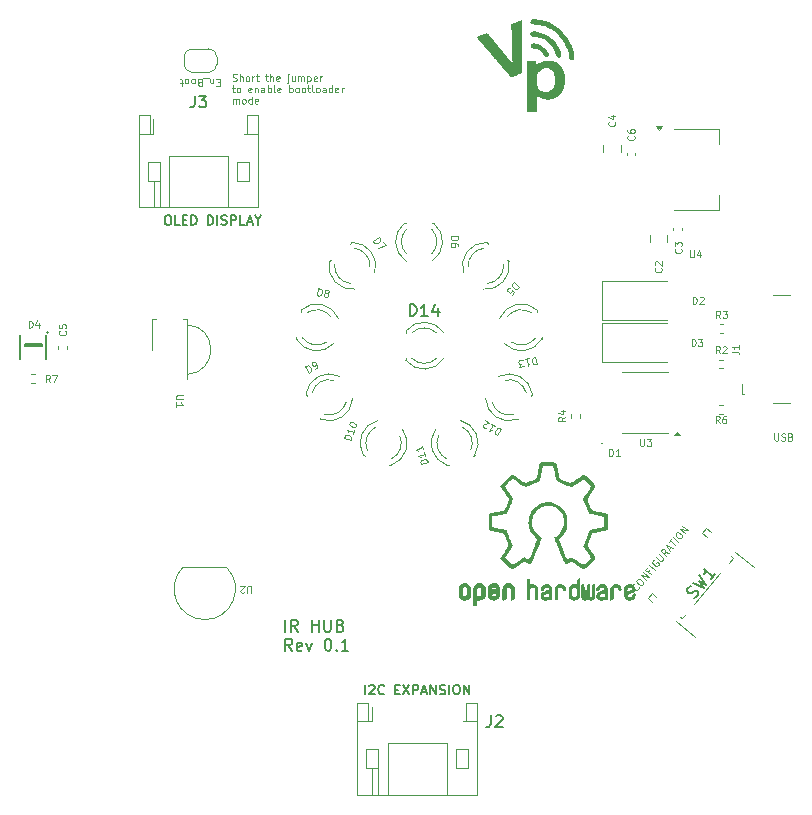
<source format=gbr>
%TF.GenerationSoftware,KiCad,Pcbnew,9.0.2*%
%TF.CreationDate,2025-06-14T23:39:35+05:30*%
%TF.ProjectId,ir hub,69722068-7562-42e6-9b69-6361645f7063,rev?*%
%TF.SameCoordinates,Original*%
%TF.FileFunction,Legend,Top*%
%TF.FilePolarity,Positive*%
%FSLAX46Y46*%
G04 Gerber Fmt 4.6, Leading zero omitted, Abs format (unit mm)*
G04 Created by KiCad (PCBNEW 9.0.2) date 2025-06-14 23:39:35*
%MOMM*%
%LPD*%
G01*
G04 APERTURE LIST*
%ADD10C,0.120000*%
%ADD11C,0.200000*%
%ADD12C,0.160000*%
%ADD13C,0.070000*%
%ADD14C,0.150000*%
%ADD15C,0.000000*%
%ADD16C,0.100000*%
%ADD17C,0.152000*%
%ADD18C,0.254000*%
G04 APERTURE END LIST*
D10*
X138242221Y-62158329D02*
X138327936Y-62186900D01*
X138327936Y-62186900D02*
X138470793Y-62186900D01*
X138470793Y-62186900D02*
X138527936Y-62158329D01*
X138527936Y-62158329D02*
X138556507Y-62129757D01*
X138556507Y-62129757D02*
X138585078Y-62072614D01*
X138585078Y-62072614D02*
X138585078Y-62015471D01*
X138585078Y-62015471D02*
X138556507Y-61958329D01*
X138556507Y-61958329D02*
X138527936Y-61929757D01*
X138527936Y-61929757D02*
X138470793Y-61901186D01*
X138470793Y-61901186D02*
X138356507Y-61872614D01*
X138356507Y-61872614D02*
X138299364Y-61844043D01*
X138299364Y-61844043D02*
X138270793Y-61815471D01*
X138270793Y-61815471D02*
X138242221Y-61758329D01*
X138242221Y-61758329D02*
X138242221Y-61701186D01*
X138242221Y-61701186D02*
X138270793Y-61644043D01*
X138270793Y-61644043D02*
X138299364Y-61615471D01*
X138299364Y-61615471D02*
X138356507Y-61586900D01*
X138356507Y-61586900D02*
X138499364Y-61586900D01*
X138499364Y-61586900D02*
X138585078Y-61615471D01*
X138842222Y-62186900D02*
X138842222Y-61586900D01*
X139099365Y-62186900D02*
X139099365Y-61872614D01*
X139099365Y-61872614D02*
X139070793Y-61815471D01*
X139070793Y-61815471D02*
X139013650Y-61786900D01*
X139013650Y-61786900D02*
X138927936Y-61786900D01*
X138927936Y-61786900D02*
X138870793Y-61815471D01*
X138870793Y-61815471D02*
X138842222Y-61844043D01*
X139470793Y-62186900D02*
X139413650Y-62158329D01*
X139413650Y-62158329D02*
X139385079Y-62129757D01*
X139385079Y-62129757D02*
X139356507Y-62072614D01*
X139356507Y-62072614D02*
X139356507Y-61901186D01*
X139356507Y-61901186D02*
X139385079Y-61844043D01*
X139385079Y-61844043D02*
X139413650Y-61815471D01*
X139413650Y-61815471D02*
X139470793Y-61786900D01*
X139470793Y-61786900D02*
X139556507Y-61786900D01*
X139556507Y-61786900D02*
X139613650Y-61815471D01*
X139613650Y-61815471D02*
X139642222Y-61844043D01*
X139642222Y-61844043D02*
X139670793Y-61901186D01*
X139670793Y-61901186D02*
X139670793Y-62072614D01*
X139670793Y-62072614D02*
X139642222Y-62129757D01*
X139642222Y-62129757D02*
X139613650Y-62158329D01*
X139613650Y-62158329D02*
X139556507Y-62186900D01*
X139556507Y-62186900D02*
X139470793Y-62186900D01*
X139927936Y-62186900D02*
X139927936Y-61786900D01*
X139927936Y-61901186D02*
X139956507Y-61844043D01*
X139956507Y-61844043D02*
X139985079Y-61815471D01*
X139985079Y-61815471D02*
X140042221Y-61786900D01*
X140042221Y-61786900D02*
X140099364Y-61786900D01*
X140213650Y-61786900D02*
X140442222Y-61786900D01*
X140299365Y-61586900D02*
X140299365Y-62101186D01*
X140299365Y-62101186D02*
X140327936Y-62158329D01*
X140327936Y-62158329D02*
X140385079Y-62186900D01*
X140385079Y-62186900D02*
X140442222Y-62186900D01*
X141013650Y-61786900D02*
X141242222Y-61786900D01*
X141099365Y-61586900D02*
X141099365Y-62101186D01*
X141099365Y-62101186D02*
X141127936Y-62158329D01*
X141127936Y-62158329D02*
X141185079Y-62186900D01*
X141185079Y-62186900D02*
X141242222Y-62186900D01*
X141442222Y-62186900D02*
X141442222Y-61586900D01*
X141699365Y-62186900D02*
X141699365Y-61872614D01*
X141699365Y-61872614D02*
X141670793Y-61815471D01*
X141670793Y-61815471D02*
X141613650Y-61786900D01*
X141613650Y-61786900D02*
X141527936Y-61786900D01*
X141527936Y-61786900D02*
X141470793Y-61815471D01*
X141470793Y-61815471D02*
X141442222Y-61844043D01*
X142213650Y-62158329D02*
X142156507Y-62186900D01*
X142156507Y-62186900D02*
X142042222Y-62186900D01*
X142042222Y-62186900D02*
X141985079Y-62158329D01*
X141985079Y-62158329D02*
X141956507Y-62101186D01*
X141956507Y-62101186D02*
X141956507Y-61872614D01*
X141956507Y-61872614D02*
X141985079Y-61815471D01*
X141985079Y-61815471D02*
X142042222Y-61786900D01*
X142042222Y-61786900D02*
X142156507Y-61786900D01*
X142156507Y-61786900D02*
X142213650Y-61815471D01*
X142213650Y-61815471D02*
X142242222Y-61872614D01*
X142242222Y-61872614D02*
X142242222Y-61929757D01*
X142242222Y-61929757D02*
X141956507Y-61986900D01*
X142956508Y-61786900D02*
X142956508Y-62301186D01*
X142956508Y-62301186D02*
X142927936Y-62358329D01*
X142927936Y-62358329D02*
X142870793Y-62386900D01*
X142870793Y-62386900D02*
X142842222Y-62386900D01*
X142956508Y-61586900D02*
X142927936Y-61615471D01*
X142927936Y-61615471D02*
X142956508Y-61644043D01*
X142956508Y-61644043D02*
X142985079Y-61615471D01*
X142985079Y-61615471D02*
X142956508Y-61586900D01*
X142956508Y-61586900D02*
X142956508Y-61644043D01*
X143499365Y-61786900D02*
X143499365Y-62186900D01*
X143242222Y-61786900D02*
X143242222Y-62101186D01*
X143242222Y-62101186D02*
X143270793Y-62158329D01*
X143270793Y-62158329D02*
X143327936Y-62186900D01*
X143327936Y-62186900D02*
X143413650Y-62186900D01*
X143413650Y-62186900D02*
X143470793Y-62158329D01*
X143470793Y-62158329D02*
X143499365Y-62129757D01*
X143785079Y-62186900D02*
X143785079Y-61786900D01*
X143785079Y-61844043D02*
X143813650Y-61815471D01*
X143813650Y-61815471D02*
X143870793Y-61786900D01*
X143870793Y-61786900D02*
X143956507Y-61786900D01*
X143956507Y-61786900D02*
X144013650Y-61815471D01*
X144013650Y-61815471D02*
X144042222Y-61872614D01*
X144042222Y-61872614D02*
X144042222Y-62186900D01*
X144042222Y-61872614D02*
X144070793Y-61815471D01*
X144070793Y-61815471D02*
X144127936Y-61786900D01*
X144127936Y-61786900D02*
X144213650Y-61786900D01*
X144213650Y-61786900D02*
X144270793Y-61815471D01*
X144270793Y-61815471D02*
X144299364Y-61872614D01*
X144299364Y-61872614D02*
X144299364Y-62186900D01*
X144585079Y-61786900D02*
X144585079Y-62386900D01*
X144585079Y-61815471D02*
X144642222Y-61786900D01*
X144642222Y-61786900D02*
X144756507Y-61786900D01*
X144756507Y-61786900D02*
X144813650Y-61815471D01*
X144813650Y-61815471D02*
X144842222Y-61844043D01*
X144842222Y-61844043D02*
X144870793Y-61901186D01*
X144870793Y-61901186D02*
X144870793Y-62072614D01*
X144870793Y-62072614D02*
X144842222Y-62129757D01*
X144842222Y-62129757D02*
X144813650Y-62158329D01*
X144813650Y-62158329D02*
X144756507Y-62186900D01*
X144756507Y-62186900D02*
X144642222Y-62186900D01*
X144642222Y-62186900D02*
X144585079Y-62158329D01*
X145356507Y-62158329D02*
X145299364Y-62186900D01*
X145299364Y-62186900D02*
X145185079Y-62186900D01*
X145185079Y-62186900D02*
X145127936Y-62158329D01*
X145127936Y-62158329D02*
X145099364Y-62101186D01*
X145099364Y-62101186D02*
X145099364Y-61872614D01*
X145099364Y-61872614D02*
X145127936Y-61815471D01*
X145127936Y-61815471D02*
X145185079Y-61786900D01*
X145185079Y-61786900D02*
X145299364Y-61786900D01*
X145299364Y-61786900D02*
X145356507Y-61815471D01*
X145356507Y-61815471D02*
X145385079Y-61872614D01*
X145385079Y-61872614D02*
X145385079Y-61929757D01*
X145385079Y-61929757D02*
X145099364Y-61986900D01*
X145642222Y-62186900D02*
X145642222Y-61786900D01*
X145642222Y-61901186D02*
X145670793Y-61844043D01*
X145670793Y-61844043D02*
X145699365Y-61815471D01*
X145699365Y-61815471D02*
X145756507Y-61786900D01*
X145756507Y-61786900D02*
X145813650Y-61786900D01*
X138185078Y-62752866D02*
X138413650Y-62752866D01*
X138270793Y-62552866D02*
X138270793Y-63067152D01*
X138270793Y-63067152D02*
X138299364Y-63124295D01*
X138299364Y-63124295D02*
X138356507Y-63152866D01*
X138356507Y-63152866D02*
X138413650Y-63152866D01*
X138699364Y-63152866D02*
X138642221Y-63124295D01*
X138642221Y-63124295D02*
X138613650Y-63095723D01*
X138613650Y-63095723D02*
X138585078Y-63038580D01*
X138585078Y-63038580D02*
X138585078Y-62867152D01*
X138585078Y-62867152D02*
X138613650Y-62810009D01*
X138613650Y-62810009D02*
X138642221Y-62781437D01*
X138642221Y-62781437D02*
X138699364Y-62752866D01*
X138699364Y-62752866D02*
X138785078Y-62752866D01*
X138785078Y-62752866D02*
X138842221Y-62781437D01*
X138842221Y-62781437D02*
X138870793Y-62810009D01*
X138870793Y-62810009D02*
X138899364Y-62867152D01*
X138899364Y-62867152D02*
X138899364Y-63038580D01*
X138899364Y-63038580D02*
X138870793Y-63095723D01*
X138870793Y-63095723D02*
X138842221Y-63124295D01*
X138842221Y-63124295D02*
X138785078Y-63152866D01*
X138785078Y-63152866D02*
X138699364Y-63152866D01*
X139842221Y-63124295D02*
X139785078Y-63152866D01*
X139785078Y-63152866D02*
X139670793Y-63152866D01*
X139670793Y-63152866D02*
X139613650Y-63124295D01*
X139613650Y-63124295D02*
X139585078Y-63067152D01*
X139585078Y-63067152D02*
X139585078Y-62838580D01*
X139585078Y-62838580D02*
X139613650Y-62781437D01*
X139613650Y-62781437D02*
X139670793Y-62752866D01*
X139670793Y-62752866D02*
X139785078Y-62752866D01*
X139785078Y-62752866D02*
X139842221Y-62781437D01*
X139842221Y-62781437D02*
X139870793Y-62838580D01*
X139870793Y-62838580D02*
X139870793Y-62895723D01*
X139870793Y-62895723D02*
X139585078Y-62952866D01*
X140127936Y-62752866D02*
X140127936Y-63152866D01*
X140127936Y-62810009D02*
X140156507Y-62781437D01*
X140156507Y-62781437D02*
X140213650Y-62752866D01*
X140213650Y-62752866D02*
X140299364Y-62752866D01*
X140299364Y-62752866D02*
X140356507Y-62781437D01*
X140356507Y-62781437D02*
X140385079Y-62838580D01*
X140385079Y-62838580D02*
X140385079Y-63152866D01*
X140927936Y-63152866D02*
X140927936Y-62838580D01*
X140927936Y-62838580D02*
X140899364Y-62781437D01*
X140899364Y-62781437D02*
X140842221Y-62752866D01*
X140842221Y-62752866D02*
X140727936Y-62752866D01*
X140727936Y-62752866D02*
X140670793Y-62781437D01*
X140927936Y-63124295D02*
X140870793Y-63152866D01*
X140870793Y-63152866D02*
X140727936Y-63152866D01*
X140727936Y-63152866D02*
X140670793Y-63124295D01*
X140670793Y-63124295D02*
X140642221Y-63067152D01*
X140642221Y-63067152D02*
X140642221Y-63010009D01*
X140642221Y-63010009D02*
X140670793Y-62952866D01*
X140670793Y-62952866D02*
X140727936Y-62924295D01*
X140727936Y-62924295D02*
X140870793Y-62924295D01*
X140870793Y-62924295D02*
X140927936Y-62895723D01*
X141213650Y-63152866D02*
X141213650Y-62552866D01*
X141213650Y-62781437D02*
X141270793Y-62752866D01*
X141270793Y-62752866D02*
X141385078Y-62752866D01*
X141385078Y-62752866D02*
X141442221Y-62781437D01*
X141442221Y-62781437D02*
X141470793Y-62810009D01*
X141470793Y-62810009D02*
X141499364Y-62867152D01*
X141499364Y-62867152D02*
X141499364Y-63038580D01*
X141499364Y-63038580D02*
X141470793Y-63095723D01*
X141470793Y-63095723D02*
X141442221Y-63124295D01*
X141442221Y-63124295D02*
X141385078Y-63152866D01*
X141385078Y-63152866D02*
X141270793Y-63152866D01*
X141270793Y-63152866D02*
X141213650Y-63124295D01*
X141842221Y-63152866D02*
X141785078Y-63124295D01*
X141785078Y-63124295D02*
X141756507Y-63067152D01*
X141756507Y-63067152D02*
X141756507Y-62552866D01*
X142299364Y-63124295D02*
X142242221Y-63152866D01*
X142242221Y-63152866D02*
X142127936Y-63152866D01*
X142127936Y-63152866D02*
X142070793Y-63124295D01*
X142070793Y-63124295D02*
X142042221Y-63067152D01*
X142042221Y-63067152D02*
X142042221Y-62838580D01*
X142042221Y-62838580D02*
X142070793Y-62781437D01*
X142070793Y-62781437D02*
X142127936Y-62752866D01*
X142127936Y-62752866D02*
X142242221Y-62752866D01*
X142242221Y-62752866D02*
X142299364Y-62781437D01*
X142299364Y-62781437D02*
X142327936Y-62838580D01*
X142327936Y-62838580D02*
X142327936Y-62895723D01*
X142327936Y-62895723D02*
X142042221Y-62952866D01*
X143042222Y-63152866D02*
X143042222Y-62552866D01*
X143042222Y-62781437D02*
X143099365Y-62752866D01*
X143099365Y-62752866D02*
X143213650Y-62752866D01*
X143213650Y-62752866D02*
X143270793Y-62781437D01*
X143270793Y-62781437D02*
X143299365Y-62810009D01*
X143299365Y-62810009D02*
X143327936Y-62867152D01*
X143327936Y-62867152D02*
X143327936Y-63038580D01*
X143327936Y-63038580D02*
X143299365Y-63095723D01*
X143299365Y-63095723D02*
X143270793Y-63124295D01*
X143270793Y-63124295D02*
X143213650Y-63152866D01*
X143213650Y-63152866D02*
X143099365Y-63152866D01*
X143099365Y-63152866D02*
X143042222Y-63124295D01*
X143670793Y-63152866D02*
X143613650Y-63124295D01*
X143613650Y-63124295D02*
X143585079Y-63095723D01*
X143585079Y-63095723D02*
X143556507Y-63038580D01*
X143556507Y-63038580D02*
X143556507Y-62867152D01*
X143556507Y-62867152D02*
X143585079Y-62810009D01*
X143585079Y-62810009D02*
X143613650Y-62781437D01*
X143613650Y-62781437D02*
X143670793Y-62752866D01*
X143670793Y-62752866D02*
X143756507Y-62752866D01*
X143756507Y-62752866D02*
X143813650Y-62781437D01*
X143813650Y-62781437D02*
X143842222Y-62810009D01*
X143842222Y-62810009D02*
X143870793Y-62867152D01*
X143870793Y-62867152D02*
X143870793Y-63038580D01*
X143870793Y-63038580D02*
X143842222Y-63095723D01*
X143842222Y-63095723D02*
X143813650Y-63124295D01*
X143813650Y-63124295D02*
X143756507Y-63152866D01*
X143756507Y-63152866D02*
X143670793Y-63152866D01*
X144213650Y-63152866D02*
X144156507Y-63124295D01*
X144156507Y-63124295D02*
X144127936Y-63095723D01*
X144127936Y-63095723D02*
X144099364Y-63038580D01*
X144099364Y-63038580D02*
X144099364Y-62867152D01*
X144099364Y-62867152D02*
X144127936Y-62810009D01*
X144127936Y-62810009D02*
X144156507Y-62781437D01*
X144156507Y-62781437D02*
X144213650Y-62752866D01*
X144213650Y-62752866D02*
X144299364Y-62752866D01*
X144299364Y-62752866D02*
X144356507Y-62781437D01*
X144356507Y-62781437D02*
X144385079Y-62810009D01*
X144385079Y-62810009D02*
X144413650Y-62867152D01*
X144413650Y-62867152D02*
X144413650Y-63038580D01*
X144413650Y-63038580D02*
X144385079Y-63095723D01*
X144385079Y-63095723D02*
X144356507Y-63124295D01*
X144356507Y-63124295D02*
X144299364Y-63152866D01*
X144299364Y-63152866D02*
X144213650Y-63152866D01*
X144585078Y-62752866D02*
X144813650Y-62752866D01*
X144670793Y-62552866D02*
X144670793Y-63067152D01*
X144670793Y-63067152D02*
X144699364Y-63124295D01*
X144699364Y-63124295D02*
X144756507Y-63152866D01*
X144756507Y-63152866D02*
X144813650Y-63152866D01*
X145099364Y-63152866D02*
X145042221Y-63124295D01*
X145042221Y-63124295D02*
X145013650Y-63067152D01*
X145013650Y-63067152D02*
X145013650Y-62552866D01*
X145413650Y-63152866D02*
X145356507Y-63124295D01*
X145356507Y-63124295D02*
X145327936Y-63095723D01*
X145327936Y-63095723D02*
X145299364Y-63038580D01*
X145299364Y-63038580D02*
X145299364Y-62867152D01*
X145299364Y-62867152D02*
X145327936Y-62810009D01*
X145327936Y-62810009D02*
X145356507Y-62781437D01*
X145356507Y-62781437D02*
X145413650Y-62752866D01*
X145413650Y-62752866D02*
X145499364Y-62752866D01*
X145499364Y-62752866D02*
X145556507Y-62781437D01*
X145556507Y-62781437D02*
X145585079Y-62810009D01*
X145585079Y-62810009D02*
X145613650Y-62867152D01*
X145613650Y-62867152D02*
X145613650Y-63038580D01*
X145613650Y-63038580D02*
X145585079Y-63095723D01*
X145585079Y-63095723D02*
X145556507Y-63124295D01*
X145556507Y-63124295D02*
X145499364Y-63152866D01*
X145499364Y-63152866D02*
X145413650Y-63152866D01*
X146127936Y-63152866D02*
X146127936Y-62838580D01*
X146127936Y-62838580D02*
X146099364Y-62781437D01*
X146099364Y-62781437D02*
X146042221Y-62752866D01*
X146042221Y-62752866D02*
X145927936Y-62752866D01*
X145927936Y-62752866D02*
X145870793Y-62781437D01*
X146127936Y-63124295D02*
X146070793Y-63152866D01*
X146070793Y-63152866D02*
X145927936Y-63152866D01*
X145927936Y-63152866D02*
X145870793Y-63124295D01*
X145870793Y-63124295D02*
X145842221Y-63067152D01*
X145842221Y-63067152D02*
X145842221Y-63010009D01*
X145842221Y-63010009D02*
X145870793Y-62952866D01*
X145870793Y-62952866D02*
X145927936Y-62924295D01*
X145927936Y-62924295D02*
X146070793Y-62924295D01*
X146070793Y-62924295D02*
X146127936Y-62895723D01*
X146670793Y-63152866D02*
X146670793Y-62552866D01*
X146670793Y-63124295D02*
X146613650Y-63152866D01*
X146613650Y-63152866D02*
X146499364Y-63152866D01*
X146499364Y-63152866D02*
X146442221Y-63124295D01*
X146442221Y-63124295D02*
X146413650Y-63095723D01*
X146413650Y-63095723D02*
X146385078Y-63038580D01*
X146385078Y-63038580D02*
X146385078Y-62867152D01*
X146385078Y-62867152D02*
X146413650Y-62810009D01*
X146413650Y-62810009D02*
X146442221Y-62781437D01*
X146442221Y-62781437D02*
X146499364Y-62752866D01*
X146499364Y-62752866D02*
X146613650Y-62752866D01*
X146613650Y-62752866D02*
X146670793Y-62781437D01*
X147185078Y-63124295D02*
X147127935Y-63152866D01*
X147127935Y-63152866D02*
X147013650Y-63152866D01*
X147013650Y-63152866D02*
X146956507Y-63124295D01*
X146956507Y-63124295D02*
X146927935Y-63067152D01*
X146927935Y-63067152D02*
X146927935Y-62838580D01*
X146927935Y-62838580D02*
X146956507Y-62781437D01*
X146956507Y-62781437D02*
X147013650Y-62752866D01*
X147013650Y-62752866D02*
X147127935Y-62752866D01*
X147127935Y-62752866D02*
X147185078Y-62781437D01*
X147185078Y-62781437D02*
X147213650Y-62838580D01*
X147213650Y-62838580D02*
X147213650Y-62895723D01*
X147213650Y-62895723D02*
X146927935Y-62952866D01*
X147470793Y-63152866D02*
X147470793Y-62752866D01*
X147470793Y-62867152D02*
X147499364Y-62810009D01*
X147499364Y-62810009D02*
X147527936Y-62781437D01*
X147527936Y-62781437D02*
X147585078Y-62752866D01*
X147585078Y-62752866D02*
X147642221Y-62752866D01*
X138270793Y-64118832D02*
X138270793Y-63718832D01*
X138270793Y-63775975D02*
X138299364Y-63747403D01*
X138299364Y-63747403D02*
X138356507Y-63718832D01*
X138356507Y-63718832D02*
X138442221Y-63718832D01*
X138442221Y-63718832D02*
X138499364Y-63747403D01*
X138499364Y-63747403D02*
X138527936Y-63804546D01*
X138527936Y-63804546D02*
X138527936Y-64118832D01*
X138527936Y-63804546D02*
X138556507Y-63747403D01*
X138556507Y-63747403D02*
X138613650Y-63718832D01*
X138613650Y-63718832D02*
X138699364Y-63718832D01*
X138699364Y-63718832D02*
X138756507Y-63747403D01*
X138756507Y-63747403D02*
X138785078Y-63804546D01*
X138785078Y-63804546D02*
X138785078Y-64118832D01*
X139156507Y-64118832D02*
X139099364Y-64090261D01*
X139099364Y-64090261D02*
X139070793Y-64061689D01*
X139070793Y-64061689D02*
X139042221Y-64004546D01*
X139042221Y-64004546D02*
X139042221Y-63833118D01*
X139042221Y-63833118D02*
X139070793Y-63775975D01*
X139070793Y-63775975D02*
X139099364Y-63747403D01*
X139099364Y-63747403D02*
X139156507Y-63718832D01*
X139156507Y-63718832D02*
X139242221Y-63718832D01*
X139242221Y-63718832D02*
X139299364Y-63747403D01*
X139299364Y-63747403D02*
X139327936Y-63775975D01*
X139327936Y-63775975D02*
X139356507Y-63833118D01*
X139356507Y-63833118D02*
X139356507Y-64004546D01*
X139356507Y-64004546D02*
X139327936Y-64061689D01*
X139327936Y-64061689D02*
X139299364Y-64090261D01*
X139299364Y-64090261D02*
X139242221Y-64118832D01*
X139242221Y-64118832D02*
X139156507Y-64118832D01*
X139870793Y-64118832D02*
X139870793Y-63518832D01*
X139870793Y-64090261D02*
X139813650Y-64118832D01*
X139813650Y-64118832D02*
X139699364Y-64118832D01*
X139699364Y-64118832D02*
X139642221Y-64090261D01*
X139642221Y-64090261D02*
X139613650Y-64061689D01*
X139613650Y-64061689D02*
X139585078Y-64004546D01*
X139585078Y-64004546D02*
X139585078Y-63833118D01*
X139585078Y-63833118D02*
X139613650Y-63775975D01*
X139613650Y-63775975D02*
X139642221Y-63747403D01*
X139642221Y-63747403D02*
X139699364Y-63718832D01*
X139699364Y-63718832D02*
X139813650Y-63718832D01*
X139813650Y-63718832D02*
X139870793Y-63747403D01*
X140385078Y-64090261D02*
X140327935Y-64118832D01*
X140327935Y-64118832D02*
X140213650Y-64118832D01*
X140213650Y-64118832D02*
X140156507Y-64090261D01*
X140156507Y-64090261D02*
X140127935Y-64033118D01*
X140127935Y-64033118D02*
X140127935Y-63804546D01*
X140127935Y-63804546D02*
X140156507Y-63747403D01*
X140156507Y-63747403D02*
X140213650Y-63718832D01*
X140213650Y-63718832D02*
X140327935Y-63718832D01*
X140327935Y-63718832D02*
X140385078Y-63747403D01*
X140385078Y-63747403D02*
X140413650Y-63804546D01*
X140413650Y-63804546D02*
X140413650Y-63861689D01*
X140413650Y-63861689D02*
X140127935Y-63918832D01*
X172637066Y-105071821D02*
X172640588Y-105112074D01*
X172640588Y-105112074D02*
X172607379Y-105196100D01*
X172607379Y-105196100D02*
X172570648Y-105239874D01*
X172570648Y-105239874D02*
X172493665Y-105287169D01*
X172493665Y-105287169D02*
X172413160Y-105294213D01*
X172413160Y-105294213D02*
X172351021Y-105279369D01*
X172351021Y-105279369D02*
X172245108Y-105227794D01*
X172245108Y-105227794D02*
X172179447Y-105172698D01*
X172179447Y-105172698D02*
X172110264Y-105077350D01*
X172110264Y-105077350D02*
X172084855Y-105018732D01*
X172084855Y-105018732D02*
X172077812Y-104938228D01*
X172077812Y-104938228D02*
X172111021Y-104854201D01*
X172111021Y-104854201D02*
X172147752Y-104810427D01*
X172147752Y-104810427D02*
X172224735Y-104763132D01*
X172224735Y-104763132D02*
X172264987Y-104759610D01*
X172459963Y-104438349D02*
X172533425Y-104350801D01*
X172533425Y-104350801D02*
X172592042Y-104325392D01*
X172592042Y-104325392D02*
X172672547Y-104318349D01*
X172672547Y-104318349D02*
X172778460Y-104369923D01*
X172778460Y-104369923D02*
X172931669Y-104498481D01*
X172931669Y-104498481D02*
X173000852Y-104593829D01*
X173000852Y-104593829D02*
X173007895Y-104674334D01*
X173007895Y-104674334D02*
X172993051Y-104736473D01*
X172993051Y-104736473D02*
X172919590Y-104824021D01*
X172919590Y-104824021D02*
X172860972Y-104849430D01*
X172860972Y-104849430D02*
X172780467Y-104856473D01*
X172780467Y-104856473D02*
X172674554Y-104804898D01*
X172674554Y-104804898D02*
X172521345Y-104676341D01*
X172521345Y-104676341D02*
X172452163Y-104580993D01*
X172452163Y-104580993D02*
X172445119Y-104500488D01*
X172445119Y-104500488D02*
X172459963Y-104438349D01*
X173250166Y-104430056D02*
X172790539Y-104044383D01*
X172790539Y-104044383D02*
X173470550Y-104167412D01*
X173470550Y-104167412D02*
X173010924Y-103781739D01*
X173542004Y-103593315D02*
X173413447Y-103746523D01*
X173654204Y-103948542D02*
X173194577Y-103562870D01*
X173194577Y-103562870D02*
X173378231Y-103344000D01*
X173984780Y-103554576D02*
X173525154Y-103168904D01*
X173932713Y-102727643D02*
X173874095Y-102753051D01*
X173874095Y-102753051D02*
X173818999Y-102818712D01*
X173818999Y-102818712D02*
X173785790Y-102902739D01*
X173785790Y-102902739D02*
X173792833Y-102983243D01*
X173792833Y-102983243D02*
X173818242Y-103041861D01*
X173818242Y-103041861D02*
X173887425Y-103137209D01*
X173887425Y-103137209D02*
X173953086Y-103192306D01*
X173953086Y-103192306D02*
X174058999Y-103243880D01*
X174058999Y-103243880D02*
X174121138Y-103258724D01*
X174121138Y-103258724D02*
X174201643Y-103251681D01*
X174201643Y-103251681D02*
X174278626Y-103204385D01*
X174278626Y-103204385D02*
X174315357Y-103160611D01*
X174315357Y-103160611D02*
X174348566Y-103076585D01*
X174348566Y-103076585D02*
X174345044Y-103036332D01*
X174345044Y-103036332D02*
X174191835Y-102907775D01*
X174191835Y-102907775D02*
X174118374Y-102995323D01*
X174094480Y-102490408D02*
X174466558Y-102802619D01*
X174466558Y-102802619D02*
X174528698Y-102817462D01*
X174528698Y-102817462D02*
X174568950Y-102813941D01*
X174568950Y-102813941D02*
X174627568Y-102788532D01*
X174627568Y-102788532D02*
X174701029Y-102700984D01*
X174701029Y-102700984D02*
X174715873Y-102638845D01*
X174715873Y-102638845D02*
X174712351Y-102598593D01*
X174712351Y-102598593D02*
X174686943Y-102539975D01*
X174686943Y-102539975D02*
X174314864Y-102227764D01*
X175178528Y-102131923D02*
X174831101Y-102101478D01*
X174958144Y-102394567D02*
X174498517Y-102008894D01*
X174498517Y-102008894D02*
X174645440Y-101833798D01*
X174645440Y-101833798D02*
X174704058Y-101808390D01*
X174704058Y-101808390D02*
X174744310Y-101804868D01*
X174744310Y-101804868D02*
X174806450Y-101819712D01*
X174806450Y-101819712D02*
X174872111Y-101874808D01*
X174872111Y-101874808D02*
X174897519Y-101933426D01*
X174897519Y-101933426D02*
X174901041Y-101973678D01*
X174901041Y-101973678D02*
X174886197Y-102035817D01*
X174886197Y-102035817D02*
X174739274Y-102210913D01*
X175194129Y-101846635D02*
X175377783Y-101627765D01*
X175288720Y-102000601D02*
X174957651Y-101461720D01*
X174957651Y-101461720D02*
X175545835Y-101694183D01*
X175159670Y-101220963D02*
X175380055Y-100958319D01*
X175729489Y-101475313D02*
X175269863Y-101089641D01*
X175968239Y-101190782D02*
X175508612Y-100805110D01*
X175765727Y-100498692D02*
X175839189Y-100411144D01*
X175839189Y-100411144D02*
X175897806Y-100385736D01*
X175897806Y-100385736D02*
X175978311Y-100378692D01*
X175978311Y-100378692D02*
X176084224Y-100430267D01*
X176084224Y-100430267D02*
X176237433Y-100558824D01*
X176237433Y-100558824D02*
X176306616Y-100654173D01*
X176306616Y-100654173D02*
X176313659Y-100734678D01*
X176313659Y-100734678D02*
X176298815Y-100796817D01*
X176298815Y-100796817D02*
X176225354Y-100884365D01*
X176225354Y-100884365D02*
X176166736Y-100909773D01*
X176166736Y-100909773D02*
X176086232Y-100916817D01*
X176086232Y-100916817D02*
X175980318Y-100865242D01*
X175980318Y-100865242D02*
X175827109Y-100736685D01*
X175827109Y-100736685D02*
X175757927Y-100641336D01*
X175757927Y-100641336D02*
X175750884Y-100560832D01*
X175750884Y-100560832D02*
X175765727Y-100498692D01*
X176555930Y-100490399D02*
X176096303Y-100104727D01*
X176096303Y-100104727D02*
X176776314Y-100227756D01*
X176776314Y-100227756D02*
X176316688Y-99842083D01*
D11*
X142715590Y-108809944D02*
X142715590Y-107809944D01*
X143763208Y-108809944D02*
X143429875Y-108333753D01*
X143191780Y-108809944D02*
X143191780Y-107809944D01*
X143191780Y-107809944D02*
X143572732Y-107809944D01*
X143572732Y-107809944D02*
X143667970Y-107857563D01*
X143667970Y-107857563D02*
X143715589Y-107905182D01*
X143715589Y-107905182D02*
X143763208Y-108000420D01*
X143763208Y-108000420D02*
X143763208Y-108143277D01*
X143763208Y-108143277D02*
X143715589Y-108238515D01*
X143715589Y-108238515D02*
X143667970Y-108286134D01*
X143667970Y-108286134D02*
X143572732Y-108333753D01*
X143572732Y-108333753D02*
X143191780Y-108333753D01*
X144953685Y-108809944D02*
X144953685Y-107809944D01*
X144953685Y-108286134D02*
X145525113Y-108286134D01*
X145525113Y-108809944D02*
X145525113Y-107809944D01*
X146001304Y-107809944D02*
X146001304Y-108619467D01*
X146001304Y-108619467D02*
X146048923Y-108714705D01*
X146048923Y-108714705D02*
X146096542Y-108762325D01*
X146096542Y-108762325D02*
X146191780Y-108809944D01*
X146191780Y-108809944D02*
X146382256Y-108809944D01*
X146382256Y-108809944D02*
X146477494Y-108762325D01*
X146477494Y-108762325D02*
X146525113Y-108714705D01*
X146525113Y-108714705D02*
X146572732Y-108619467D01*
X146572732Y-108619467D02*
X146572732Y-107809944D01*
X147382256Y-108286134D02*
X147525113Y-108333753D01*
X147525113Y-108333753D02*
X147572732Y-108381372D01*
X147572732Y-108381372D02*
X147620351Y-108476610D01*
X147620351Y-108476610D02*
X147620351Y-108619467D01*
X147620351Y-108619467D02*
X147572732Y-108714705D01*
X147572732Y-108714705D02*
X147525113Y-108762325D01*
X147525113Y-108762325D02*
X147429875Y-108809944D01*
X147429875Y-108809944D02*
X147048923Y-108809944D01*
X147048923Y-108809944D02*
X147048923Y-107809944D01*
X147048923Y-107809944D02*
X147382256Y-107809944D01*
X147382256Y-107809944D02*
X147477494Y-107857563D01*
X147477494Y-107857563D02*
X147525113Y-107905182D01*
X147525113Y-107905182D02*
X147572732Y-108000420D01*
X147572732Y-108000420D02*
X147572732Y-108095658D01*
X147572732Y-108095658D02*
X147525113Y-108190896D01*
X147525113Y-108190896D02*
X147477494Y-108238515D01*
X147477494Y-108238515D02*
X147382256Y-108286134D01*
X147382256Y-108286134D02*
X147048923Y-108286134D01*
X143287018Y-110419888D02*
X142953685Y-109943697D01*
X142715590Y-110419888D02*
X142715590Y-109419888D01*
X142715590Y-109419888D02*
X143096542Y-109419888D01*
X143096542Y-109419888D02*
X143191780Y-109467507D01*
X143191780Y-109467507D02*
X143239399Y-109515126D01*
X143239399Y-109515126D02*
X143287018Y-109610364D01*
X143287018Y-109610364D02*
X143287018Y-109753221D01*
X143287018Y-109753221D02*
X143239399Y-109848459D01*
X143239399Y-109848459D02*
X143191780Y-109896078D01*
X143191780Y-109896078D02*
X143096542Y-109943697D01*
X143096542Y-109943697D02*
X142715590Y-109943697D01*
X144096542Y-110372269D02*
X144001304Y-110419888D01*
X144001304Y-110419888D02*
X143810828Y-110419888D01*
X143810828Y-110419888D02*
X143715590Y-110372269D01*
X143715590Y-110372269D02*
X143667971Y-110277030D01*
X143667971Y-110277030D02*
X143667971Y-109896078D01*
X143667971Y-109896078D02*
X143715590Y-109800840D01*
X143715590Y-109800840D02*
X143810828Y-109753221D01*
X143810828Y-109753221D02*
X144001304Y-109753221D01*
X144001304Y-109753221D02*
X144096542Y-109800840D01*
X144096542Y-109800840D02*
X144144161Y-109896078D01*
X144144161Y-109896078D02*
X144144161Y-109991316D01*
X144144161Y-109991316D02*
X143667971Y-110086554D01*
X144477495Y-109753221D02*
X144715590Y-110419888D01*
X144715590Y-110419888D02*
X144953685Y-109753221D01*
X146287019Y-109419888D02*
X146382257Y-109419888D01*
X146382257Y-109419888D02*
X146477495Y-109467507D01*
X146477495Y-109467507D02*
X146525114Y-109515126D01*
X146525114Y-109515126D02*
X146572733Y-109610364D01*
X146572733Y-109610364D02*
X146620352Y-109800840D01*
X146620352Y-109800840D02*
X146620352Y-110038935D01*
X146620352Y-110038935D02*
X146572733Y-110229411D01*
X146572733Y-110229411D02*
X146525114Y-110324649D01*
X146525114Y-110324649D02*
X146477495Y-110372269D01*
X146477495Y-110372269D02*
X146382257Y-110419888D01*
X146382257Y-110419888D02*
X146287019Y-110419888D01*
X146287019Y-110419888D02*
X146191781Y-110372269D01*
X146191781Y-110372269D02*
X146144162Y-110324649D01*
X146144162Y-110324649D02*
X146096543Y-110229411D01*
X146096543Y-110229411D02*
X146048924Y-110038935D01*
X146048924Y-110038935D02*
X146048924Y-109800840D01*
X146048924Y-109800840D02*
X146096543Y-109610364D01*
X146096543Y-109610364D02*
X146144162Y-109515126D01*
X146144162Y-109515126D02*
X146191781Y-109467507D01*
X146191781Y-109467507D02*
X146287019Y-109419888D01*
X147048924Y-110324649D02*
X147096543Y-110372269D01*
X147096543Y-110372269D02*
X147048924Y-110419888D01*
X147048924Y-110419888D02*
X147001305Y-110372269D01*
X147001305Y-110372269D02*
X147048924Y-110324649D01*
X147048924Y-110324649D02*
X147048924Y-110419888D01*
X148048923Y-110419888D02*
X147477495Y-110419888D01*
X147763209Y-110419888D02*
X147763209Y-109419888D01*
X147763209Y-109419888D02*
X147667971Y-109562745D01*
X147667971Y-109562745D02*
X147572733Y-109657983D01*
X147572733Y-109657983D02*
X147477495Y-109705602D01*
D12*
X149464900Y-114132119D02*
X149464900Y-113332119D01*
X149807756Y-113408309D02*
X149845852Y-113370214D01*
X149845852Y-113370214D02*
X149922042Y-113332119D01*
X149922042Y-113332119D02*
X150112518Y-113332119D01*
X150112518Y-113332119D02*
X150188709Y-113370214D01*
X150188709Y-113370214D02*
X150226804Y-113408309D01*
X150226804Y-113408309D02*
X150264899Y-113484500D01*
X150264899Y-113484500D02*
X150264899Y-113560690D01*
X150264899Y-113560690D02*
X150226804Y-113674976D01*
X150226804Y-113674976D02*
X149769661Y-114132119D01*
X149769661Y-114132119D02*
X150264899Y-114132119D01*
X151064900Y-114055928D02*
X151026804Y-114094024D01*
X151026804Y-114094024D02*
X150912519Y-114132119D01*
X150912519Y-114132119D02*
X150836328Y-114132119D01*
X150836328Y-114132119D02*
X150722042Y-114094024D01*
X150722042Y-114094024D02*
X150645852Y-114017833D01*
X150645852Y-114017833D02*
X150607757Y-113941643D01*
X150607757Y-113941643D02*
X150569661Y-113789262D01*
X150569661Y-113789262D02*
X150569661Y-113674976D01*
X150569661Y-113674976D02*
X150607757Y-113522595D01*
X150607757Y-113522595D02*
X150645852Y-113446404D01*
X150645852Y-113446404D02*
X150722042Y-113370214D01*
X150722042Y-113370214D02*
X150836328Y-113332119D01*
X150836328Y-113332119D02*
X150912519Y-113332119D01*
X150912519Y-113332119D02*
X151026804Y-113370214D01*
X151026804Y-113370214D02*
X151064900Y-113408309D01*
X152017281Y-113713071D02*
X152283947Y-113713071D01*
X152398233Y-114132119D02*
X152017281Y-114132119D01*
X152017281Y-114132119D02*
X152017281Y-113332119D01*
X152017281Y-113332119D02*
X152398233Y-113332119D01*
X152664900Y-113332119D02*
X153198234Y-114132119D01*
X153198234Y-113332119D02*
X152664900Y-114132119D01*
X153502996Y-114132119D02*
X153502996Y-113332119D01*
X153502996Y-113332119D02*
X153807758Y-113332119D01*
X153807758Y-113332119D02*
X153883948Y-113370214D01*
X153883948Y-113370214D02*
X153922043Y-113408309D01*
X153922043Y-113408309D02*
X153960139Y-113484500D01*
X153960139Y-113484500D02*
X153960139Y-113598785D01*
X153960139Y-113598785D02*
X153922043Y-113674976D01*
X153922043Y-113674976D02*
X153883948Y-113713071D01*
X153883948Y-113713071D02*
X153807758Y-113751166D01*
X153807758Y-113751166D02*
X153502996Y-113751166D01*
X154264900Y-113903547D02*
X154645853Y-113903547D01*
X154188710Y-114132119D02*
X154455377Y-113332119D01*
X154455377Y-113332119D02*
X154722043Y-114132119D01*
X154988710Y-114132119D02*
X154988710Y-113332119D01*
X154988710Y-113332119D02*
X155445853Y-114132119D01*
X155445853Y-114132119D02*
X155445853Y-113332119D01*
X155788709Y-114094024D02*
X155902995Y-114132119D01*
X155902995Y-114132119D02*
X156093471Y-114132119D01*
X156093471Y-114132119D02*
X156169662Y-114094024D01*
X156169662Y-114094024D02*
X156207757Y-114055928D01*
X156207757Y-114055928D02*
X156245852Y-113979738D01*
X156245852Y-113979738D02*
X156245852Y-113903547D01*
X156245852Y-113903547D02*
X156207757Y-113827357D01*
X156207757Y-113827357D02*
X156169662Y-113789262D01*
X156169662Y-113789262D02*
X156093471Y-113751166D01*
X156093471Y-113751166D02*
X155941090Y-113713071D01*
X155941090Y-113713071D02*
X155864900Y-113674976D01*
X155864900Y-113674976D02*
X155826805Y-113636881D01*
X155826805Y-113636881D02*
X155788709Y-113560690D01*
X155788709Y-113560690D02*
X155788709Y-113484500D01*
X155788709Y-113484500D02*
X155826805Y-113408309D01*
X155826805Y-113408309D02*
X155864900Y-113370214D01*
X155864900Y-113370214D02*
X155941090Y-113332119D01*
X155941090Y-113332119D02*
X156131567Y-113332119D01*
X156131567Y-113332119D02*
X156245852Y-113370214D01*
X156588710Y-114132119D02*
X156588710Y-113332119D01*
X157122043Y-113332119D02*
X157274424Y-113332119D01*
X157274424Y-113332119D02*
X157350614Y-113370214D01*
X157350614Y-113370214D02*
X157426805Y-113446404D01*
X157426805Y-113446404D02*
X157464900Y-113598785D01*
X157464900Y-113598785D02*
X157464900Y-113865452D01*
X157464900Y-113865452D02*
X157426805Y-114017833D01*
X157426805Y-114017833D02*
X157350614Y-114094024D01*
X157350614Y-114094024D02*
X157274424Y-114132119D01*
X157274424Y-114132119D02*
X157122043Y-114132119D01*
X157122043Y-114132119D02*
X157045852Y-114094024D01*
X157045852Y-114094024D02*
X156969662Y-114017833D01*
X156969662Y-114017833D02*
X156931566Y-113865452D01*
X156931566Y-113865452D02*
X156931566Y-113598785D01*
X156931566Y-113598785D02*
X156969662Y-113446404D01*
X156969662Y-113446404D02*
X157045852Y-113370214D01*
X157045852Y-113370214D02*
X157122043Y-113332119D01*
X157807757Y-114132119D02*
X157807757Y-113332119D01*
X157807757Y-113332119D02*
X158264900Y-114132119D01*
X158264900Y-114132119D02*
X158264900Y-113332119D01*
X132687651Y-73569951D02*
X132840032Y-73569951D01*
X132840032Y-73569951D02*
X132916222Y-73608046D01*
X132916222Y-73608046D02*
X132992413Y-73684236D01*
X132992413Y-73684236D02*
X133030508Y-73836617D01*
X133030508Y-73836617D02*
X133030508Y-74103284D01*
X133030508Y-74103284D02*
X132992413Y-74255665D01*
X132992413Y-74255665D02*
X132916222Y-74331856D01*
X132916222Y-74331856D02*
X132840032Y-74369951D01*
X132840032Y-74369951D02*
X132687651Y-74369951D01*
X132687651Y-74369951D02*
X132611460Y-74331856D01*
X132611460Y-74331856D02*
X132535270Y-74255665D01*
X132535270Y-74255665D02*
X132497174Y-74103284D01*
X132497174Y-74103284D02*
X132497174Y-73836617D01*
X132497174Y-73836617D02*
X132535270Y-73684236D01*
X132535270Y-73684236D02*
X132611460Y-73608046D01*
X132611460Y-73608046D02*
X132687651Y-73569951D01*
X133754317Y-74369951D02*
X133373365Y-74369951D01*
X133373365Y-74369951D02*
X133373365Y-73569951D01*
X134020984Y-73950903D02*
X134287650Y-73950903D01*
X134401936Y-74369951D02*
X134020984Y-74369951D01*
X134020984Y-74369951D02*
X134020984Y-73569951D01*
X134020984Y-73569951D02*
X134401936Y-73569951D01*
X134744794Y-74369951D02*
X134744794Y-73569951D01*
X134744794Y-73569951D02*
X134935270Y-73569951D01*
X134935270Y-73569951D02*
X135049556Y-73608046D01*
X135049556Y-73608046D02*
X135125746Y-73684236D01*
X135125746Y-73684236D02*
X135163841Y-73760427D01*
X135163841Y-73760427D02*
X135201937Y-73912808D01*
X135201937Y-73912808D02*
X135201937Y-74027094D01*
X135201937Y-74027094D02*
X135163841Y-74179475D01*
X135163841Y-74179475D02*
X135125746Y-74255665D01*
X135125746Y-74255665D02*
X135049556Y-74331856D01*
X135049556Y-74331856D02*
X134935270Y-74369951D01*
X134935270Y-74369951D02*
X134744794Y-74369951D01*
X136154318Y-74369951D02*
X136154318Y-73569951D01*
X136154318Y-73569951D02*
X136344794Y-73569951D01*
X136344794Y-73569951D02*
X136459080Y-73608046D01*
X136459080Y-73608046D02*
X136535270Y-73684236D01*
X136535270Y-73684236D02*
X136573365Y-73760427D01*
X136573365Y-73760427D02*
X136611461Y-73912808D01*
X136611461Y-73912808D02*
X136611461Y-74027094D01*
X136611461Y-74027094D02*
X136573365Y-74179475D01*
X136573365Y-74179475D02*
X136535270Y-74255665D01*
X136535270Y-74255665D02*
X136459080Y-74331856D01*
X136459080Y-74331856D02*
X136344794Y-74369951D01*
X136344794Y-74369951D02*
X136154318Y-74369951D01*
X136954318Y-74369951D02*
X136954318Y-73569951D01*
X137297174Y-74331856D02*
X137411460Y-74369951D01*
X137411460Y-74369951D02*
X137601936Y-74369951D01*
X137601936Y-74369951D02*
X137678127Y-74331856D01*
X137678127Y-74331856D02*
X137716222Y-74293760D01*
X137716222Y-74293760D02*
X137754317Y-74217570D01*
X137754317Y-74217570D02*
X137754317Y-74141379D01*
X137754317Y-74141379D02*
X137716222Y-74065189D01*
X137716222Y-74065189D02*
X137678127Y-74027094D01*
X137678127Y-74027094D02*
X137601936Y-73988998D01*
X137601936Y-73988998D02*
X137449555Y-73950903D01*
X137449555Y-73950903D02*
X137373365Y-73912808D01*
X137373365Y-73912808D02*
X137335270Y-73874713D01*
X137335270Y-73874713D02*
X137297174Y-73798522D01*
X137297174Y-73798522D02*
X137297174Y-73722332D01*
X137297174Y-73722332D02*
X137335270Y-73646141D01*
X137335270Y-73646141D02*
X137373365Y-73608046D01*
X137373365Y-73608046D02*
X137449555Y-73569951D01*
X137449555Y-73569951D02*
X137640032Y-73569951D01*
X137640032Y-73569951D02*
X137754317Y-73608046D01*
X138097175Y-74369951D02*
X138097175Y-73569951D01*
X138097175Y-73569951D02*
X138401937Y-73569951D01*
X138401937Y-73569951D02*
X138478127Y-73608046D01*
X138478127Y-73608046D02*
X138516222Y-73646141D01*
X138516222Y-73646141D02*
X138554318Y-73722332D01*
X138554318Y-73722332D02*
X138554318Y-73836617D01*
X138554318Y-73836617D02*
X138516222Y-73912808D01*
X138516222Y-73912808D02*
X138478127Y-73950903D01*
X138478127Y-73950903D02*
X138401937Y-73988998D01*
X138401937Y-73988998D02*
X138097175Y-73988998D01*
X139278127Y-74369951D02*
X138897175Y-74369951D01*
X138897175Y-74369951D02*
X138897175Y-73569951D01*
X139506698Y-74141379D02*
X139887651Y-74141379D01*
X139430508Y-74369951D02*
X139697175Y-73569951D01*
X139697175Y-73569951D02*
X139963841Y-74369951D01*
X140382889Y-73988998D02*
X140382889Y-74369951D01*
X140116222Y-73569951D02*
X140382889Y-73988998D01*
X140382889Y-73988998D02*
X140649555Y-73569951D01*
D10*
X184106581Y-92028479D02*
X184106581Y-92514193D01*
X184106581Y-92514193D02*
X184135152Y-92571336D01*
X184135152Y-92571336D02*
X184163724Y-92599908D01*
X184163724Y-92599908D02*
X184220866Y-92628479D01*
X184220866Y-92628479D02*
X184335152Y-92628479D01*
X184335152Y-92628479D02*
X184392295Y-92599908D01*
X184392295Y-92599908D02*
X184420866Y-92571336D01*
X184420866Y-92571336D02*
X184449438Y-92514193D01*
X184449438Y-92514193D02*
X184449438Y-92028479D01*
X184706580Y-92599908D02*
X184792295Y-92628479D01*
X184792295Y-92628479D02*
X184935152Y-92628479D01*
X184935152Y-92628479D02*
X184992295Y-92599908D01*
X184992295Y-92599908D02*
X185020866Y-92571336D01*
X185020866Y-92571336D02*
X185049437Y-92514193D01*
X185049437Y-92514193D02*
X185049437Y-92457050D01*
X185049437Y-92457050D02*
X185020866Y-92399908D01*
X185020866Y-92399908D02*
X184992295Y-92371336D01*
X184992295Y-92371336D02*
X184935152Y-92342765D01*
X184935152Y-92342765D02*
X184820866Y-92314193D01*
X184820866Y-92314193D02*
X184763723Y-92285622D01*
X184763723Y-92285622D02*
X184735152Y-92257050D01*
X184735152Y-92257050D02*
X184706580Y-92199908D01*
X184706580Y-92199908D02*
X184706580Y-92142765D01*
X184706580Y-92142765D02*
X184735152Y-92085622D01*
X184735152Y-92085622D02*
X184763723Y-92057050D01*
X184763723Y-92057050D02*
X184820866Y-92028479D01*
X184820866Y-92028479D02*
X184963723Y-92028479D01*
X184963723Y-92028479D02*
X185049437Y-92057050D01*
X185506581Y-92314193D02*
X185592295Y-92342765D01*
X185592295Y-92342765D02*
X185620866Y-92371336D01*
X185620866Y-92371336D02*
X185649438Y-92428479D01*
X185649438Y-92428479D02*
X185649438Y-92514193D01*
X185649438Y-92514193D02*
X185620866Y-92571336D01*
X185620866Y-92571336D02*
X185592295Y-92599908D01*
X185592295Y-92599908D02*
X185535152Y-92628479D01*
X185535152Y-92628479D02*
X185306581Y-92628479D01*
X185306581Y-92628479D02*
X185306581Y-92028479D01*
X185306581Y-92028479D02*
X185506581Y-92028479D01*
X185506581Y-92028479D02*
X185563724Y-92057050D01*
X185563724Y-92057050D02*
X185592295Y-92085622D01*
X185592295Y-92085622D02*
X185620866Y-92142765D01*
X185620866Y-92142765D02*
X185620866Y-92199908D01*
X185620866Y-92199908D02*
X185592295Y-92257050D01*
X185592295Y-92257050D02*
X185563724Y-92285622D01*
X185563724Y-92285622D02*
X185506581Y-92314193D01*
X185506581Y-92314193D02*
X185306581Y-92314193D01*
D13*
X148255600Y-92611334D02*
X147691784Y-92406122D01*
X147691784Y-92406122D02*
X147740644Y-92271880D01*
X147740644Y-92271880D02*
X147796808Y-92201107D01*
X147796808Y-92201107D02*
X147870049Y-92166954D01*
X147870049Y-92166954D02*
X147933518Y-92159650D01*
X147933518Y-92159650D02*
X148050683Y-92171890D01*
X148050683Y-92171890D02*
X148131228Y-92201206D01*
X148131228Y-92201206D02*
X148228850Y-92267142D01*
X148228850Y-92267142D02*
X148272775Y-92313535D01*
X148272775Y-92313535D02*
X148306927Y-92386775D01*
X148306927Y-92386775D02*
X148304460Y-92477092D01*
X148304460Y-92477092D02*
X148255600Y-92611334D01*
X148568304Y-91752187D02*
X148451040Y-92074367D01*
X148509672Y-91913277D02*
X147945856Y-91708065D01*
X147945856Y-91708065D02*
X148006857Y-91791077D01*
X148006857Y-91791077D02*
X148041010Y-91864318D01*
X148041010Y-91864318D02*
X148048314Y-91927787D01*
X148131524Y-91197945D02*
X148151068Y-91144249D01*
X148151068Y-91144249D02*
X148197461Y-91100324D01*
X148197461Y-91100324D02*
X148234081Y-91083248D01*
X148234081Y-91083248D02*
X148297550Y-91075943D01*
X148297550Y-91075943D02*
X148414715Y-91088183D01*
X148414715Y-91088183D02*
X148548957Y-91137043D01*
X148548957Y-91137043D02*
X148646579Y-91202979D01*
X148646579Y-91202979D02*
X148690503Y-91249372D01*
X148690503Y-91249372D02*
X148707580Y-91285992D01*
X148707580Y-91285992D02*
X148714884Y-91349461D01*
X148714884Y-91349461D02*
X148695340Y-91403158D01*
X148695340Y-91403158D02*
X148648948Y-91447082D01*
X148648948Y-91447082D02*
X148612327Y-91464159D01*
X148612327Y-91464159D02*
X148548858Y-91471463D01*
X148548858Y-91471463D02*
X148431693Y-91459223D01*
X148431693Y-91459223D02*
X148297451Y-91410363D01*
X148297451Y-91410363D02*
X148199830Y-91344427D01*
X148199830Y-91344427D02*
X148155905Y-91298035D01*
X148155905Y-91298035D02*
X148138829Y-91261414D01*
X148138829Y-91261414D02*
X148131524Y-91197945D01*
X160942675Y-91668389D02*
X160642675Y-92188004D01*
X160642675Y-92188004D02*
X160518957Y-92116576D01*
X160518957Y-92116576D02*
X160459012Y-92048975D01*
X160459012Y-92048975D02*
X160438096Y-91970916D01*
X160438096Y-91970916D02*
X160441924Y-91907143D01*
X160441924Y-91907143D02*
X160474323Y-91793883D01*
X160474323Y-91793883D02*
X160517181Y-91719653D01*
X160517181Y-91719653D02*
X160599067Y-91634964D01*
X160599067Y-91634964D02*
X160652382Y-91599762D01*
X160652382Y-91599762D02*
X160730441Y-91578847D01*
X160730441Y-91578847D02*
X160818957Y-91596960D01*
X160818957Y-91596960D02*
X160942675Y-91668389D01*
X160150880Y-91211246D02*
X160447803Y-91382675D01*
X160299342Y-91296960D02*
X159999342Y-91816576D01*
X159999342Y-91816576D02*
X160091686Y-91770916D01*
X160091686Y-91770916D02*
X160169745Y-91750000D01*
X160169745Y-91750000D02*
X160233518Y-91753828D01*
X159681503Y-91567088D02*
X159642473Y-91577546D01*
X159642473Y-91577546D02*
X159578701Y-91573718D01*
X159578701Y-91573718D02*
X159454983Y-91502290D01*
X159454983Y-91502290D02*
X159419781Y-91448975D01*
X159419781Y-91448975D02*
X159409323Y-91409945D01*
X159409323Y-91409945D02*
X159413151Y-91346172D01*
X159413151Y-91346172D02*
X159441723Y-91296685D01*
X159441723Y-91296685D02*
X159509323Y-91236740D01*
X159509323Y-91236740D02*
X159977675Y-91111246D01*
X159977675Y-91111246D02*
X159656008Y-90925531D01*
D14*
X153255314Y-82090819D02*
X153255314Y-81090819D01*
X153255314Y-81090819D02*
X153493409Y-81090819D01*
X153493409Y-81090819D02*
X153636266Y-81138438D01*
X153636266Y-81138438D02*
X153731504Y-81233676D01*
X153731504Y-81233676D02*
X153779123Y-81328914D01*
X153779123Y-81328914D02*
X153826742Y-81519390D01*
X153826742Y-81519390D02*
X153826742Y-81662247D01*
X153826742Y-81662247D02*
X153779123Y-81852723D01*
X153779123Y-81852723D02*
X153731504Y-81947961D01*
X153731504Y-81947961D02*
X153636266Y-82043200D01*
X153636266Y-82043200D02*
X153493409Y-82090819D01*
X153493409Y-82090819D02*
X153255314Y-82090819D01*
X154779123Y-82090819D02*
X154207695Y-82090819D01*
X154493409Y-82090819D02*
X154493409Y-81090819D01*
X154493409Y-81090819D02*
X154398171Y-81233676D01*
X154398171Y-81233676D02*
X154302933Y-81328914D01*
X154302933Y-81328914D02*
X154207695Y-81376533D01*
X155636266Y-81424152D02*
X155636266Y-82090819D01*
X155398171Y-81043200D02*
X155160076Y-81757485D01*
X155160076Y-81757485D02*
X155779123Y-81757485D01*
X160109498Y-115891994D02*
X160109498Y-116606279D01*
X160109498Y-116606279D02*
X160061879Y-116749136D01*
X160061879Y-116749136D02*
X159966641Y-116844375D01*
X159966641Y-116844375D02*
X159823784Y-116891994D01*
X159823784Y-116891994D02*
X159728546Y-116891994D01*
X160538070Y-115987232D02*
X160585689Y-115939613D01*
X160585689Y-115939613D02*
X160680927Y-115891994D01*
X160680927Y-115891994D02*
X160919022Y-115891994D01*
X160919022Y-115891994D02*
X161014260Y-115939613D01*
X161014260Y-115939613D02*
X161061879Y-115987232D01*
X161061879Y-115987232D02*
X161109498Y-116082470D01*
X161109498Y-116082470D02*
X161109498Y-116177708D01*
X161109498Y-116177708D02*
X161061879Y-116320565D01*
X161061879Y-116320565D02*
X160490451Y-116891994D01*
X160490451Y-116891994D02*
X161109498Y-116891994D01*
D13*
X166423531Y-90649199D02*
X166137817Y-90849199D01*
X166423531Y-90992056D02*
X165823531Y-90992056D01*
X165823531Y-90992056D02*
X165823531Y-90763485D01*
X165823531Y-90763485D02*
X165852102Y-90706342D01*
X165852102Y-90706342D02*
X165880674Y-90677771D01*
X165880674Y-90677771D02*
X165937817Y-90649199D01*
X165937817Y-90649199D02*
X166023531Y-90649199D01*
X166023531Y-90649199D02*
X166080674Y-90677771D01*
X166080674Y-90677771D02*
X166109245Y-90706342D01*
X166109245Y-90706342D02*
X166137817Y-90763485D01*
X166137817Y-90763485D02*
X166137817Y-90992056D01*
X166023531Y-90134914D02*
X166423531Y-90134914D01*
X165794960Y-90277771D02*
X166223531Y-90420628D01*
X166223531Y-90420628D02*
X166223531Y-90049199D01*
X144693092Y-86873125D02*
X144393092Y-86353509D01*
X144393092Y-86353509D02*
X144516810Y-86282081D01*
X144516810Y-86282081D02*
X144605326Y-86263967D01*
X144605326Y-86263967D02*
X144683385Y-86284883D01*
X144683385Y-86284883D02*
X144736700Y-86320084D01*
X144736700Y-86320084D02*
X144818586Y-86404773D01*
X144818586Y-86404773D02*
X144861443Y-86479004D01*
X144861443Y-86479004D02*
X144893843Y-86592264D01*
X144893843Y-86592264D02*
X144897671Y-86656037D01*
X144897671Y-86656037D02*
X144876755Y-86734095D01*
X144876755Y-86734095D02*
X144816810Y-86801696D01*
X144816810Y-86801696D02*
X144693092Y-86873125D01*
X145237451Y-86558839D02*
X145336425Y-86501696D01*
X145336425Y-86501696D02*
X145371627Y-86448381D01*
X145371627Y-86448381D02*
X145382084Y-86409352D01*
X145382084Y-86409352D02*
X145388714Y-86306549D01*
X145388714Y-86306549D02*
X145356315Y-86193289D01*
X145356315Y-86193289D02*
X145242029Y-85995341D01*
X145242029Y-85995341D02*
X145188714Y-85960139D01*
X145188714Y-85960139D02*
X145149685Y-85949681D01*
X145149685Y-85949681D02*
X145085912Y-85953509D01*
X145085912Y-85953509D02*
X144986938Y-86010652D01*
X144986938Y-86010652D02*
X144951736Y-86063967D01*
X144951736Y-86063967D02*
X144941279Y-86102996D01*
X144941279Y-86102996D02*
X144945106Y-86166769D01*
X144945106Y-86166769D02*
X145016535Y-86290487D01*
X145016535Y-86290487D02*
X145069850Y-86325689D01*
X145069850Y-86325689D02*
X145108879Y-86336147D01*
X145108879Y-86336147D02*
X145172652Y-86332319D01*
X145172652Y-86332319D02*
X145271627Y-86275176D01*
X145271627Y-86275176D02*
X145306828Y-86221861D01*
X145306828Y-86221861D02*
X145317286Y-86182832D01*
X145317286Y-86182832D02*
X145313458Y-86119059D01*
X154770741Y-94448713D02*
X154206926Y-94653925D01*
X154206926Y-94653925D02*
X154158066Y-94519683D01*
X154158066Y-94519683D02*
X154155598Y-94429366D01*
X154155598Y-94429366D02*
X154189751Y-94356125D01*
X154189751Y-94356125D02*
X154233675Y-94309733D01*
X154233675Y-94309733D02*
X154331297Y-94243797D01*
X154331297Y-94243797D02*
X154411842Y-94214481D01*
X154411842Y-94214481D02*
X154529007Y-94202241D01*
X154529007Y-94202241D02*
X154592476Y-94209545D01*
X154592476Y-94209545D02*
X154665717Y-94243698D01*
X154665717Y-94243698D02*
X154721881Y-94314471D01*
X154721881Y-94314471D02*
X154770741Y-94448713D01*
X154458037Y-93589565D02*
X154575301Y-93911746D01*
X154516669Y-93750656D02*
X153952853Y-93955868D01*
X153952853Y-93955868D02*
X154052943Y-93980248D01*
X154052943Y-93980248D02*
X154126183Y-94014401D01*
X154126183Y-94014401D02*
X154172576Y-94058326D01*
X154262597Y-93052598D02*
X154379861Y-93374778D01*
X154321229Y-93213688D02*
X153757413Y-93418900D01*
X153757413Y-93418900D02*
X153857502Y-93443281D01*
X153857502Y-93443281D02*
X153930743Y-93477434D01*
X153930743Y-93477434D02*
X153977135Y-93521358D01*
X124086801Y-83361307D02*
X124115373Y-83389879D01*
X124115373Y-83389879D02*
X124143944Y-83475593D01*
X124143944Y-83475593D02*
X124143944Y-83532736D01*
X124143944Y-83532736D02*
X124115373Y-83618450D01*
X124115373Y-83618450D02*
X124058230Y-83675593D01*
X124058230Y-83675593D02*
X124001087Y-83704164D01*
X124001087Y-83704164D02*
X123886801Y-83732736D01*
X123886801Y-83732736D02*
X123801087Y-83732736D01*
X123801087Y-83732736D02*
X123686801Y-83704164D01*
X123686801Y-83704164D02*
X123629658Y-83675593D01*
X123629658Y-83675593D02*
X123572515Y-83618450D01*
X123572515Y-83618450D02*
X123543944Y-83532736D01*
X123543944Y-83532736D02*
X123543944Y-83475593D01*
X123543944Y-83475593D02*
X123572515Y-83389879D01*
X123572515Y-83389879D02*
X123601087Y-83361307D01*
X123543944Y-82818450D02*
X123543944Y-83104164D01*
X123543944Y-83104164D02*
X123829658Y-83132736D01*
X123829658Y-83132736D02*
X123801087Y-83104164D01*
X123801087Y-83104164D02*
X123772515Y-83047022D01*
X123772515Y-83047022D02*
X123772515Y-82904164D01*
X123772515Y-82904164D02*
X123801087Y-82847022D01*
X123801087Y-82847022D02*
X123829658Y-82818450D01*
X123829658Y-82818450D02*
X123886801Y-82789879D01*
X123886801Y-82789879D02*
X124029658Y-82789879D01*
X124029658Y-82789879D02*
X124086801Y-82818450D01*
X124086801Y-82818450D02*
X124115373Y-82847022D01*
X124115373Y-82847022D02*
X124143944Y-82904164D01*
X124143944Y-82904164D02*
X124143944Y-83047022D01*
X124143944Y-83047022D02*
X124115373Y-83104164D01*
X124115373Y-83104164D02*
X124086801Y-83132736D01*
X179520900Y-85255331D02*
X179320900Y-84969617D01*
X179178043Y-85255331D02*
X179178043Y-84655331D01*
X179178043Y-84655331D02*
X179406614Y-84655331D01*
X179406614Y-84655331D02*
X179463757Y-84683902D01*
X179463757Y-84683902D02*
X179492328Y-84712474D01*
X179492328Y-84712474D02*
X179520900Y-84769617D01*
X179520900Y-84769617D02*
X179520900Y-84855331D01*
X179520900Y-84855331D02*
X179492328Y-84912474D01*
X179492328Y-84912474D02*
X179463757Y-84941045D01*
X179463757Y-84941045D02*
X179406614Y-84969617D01*
X179406614Y-84969617D02*
X179178043Y-84969617D01*
X179749471Y-84712474D02*
X179778043Y-84683902D01*
X179778043Y-84683902D02*
X179835186Y-84655331D01*
X179835186Y-84655331D02*
X179978043Y-84655331D01*
X179978043Y-84655331D02*
X180035186Y-84683902D01*
X180035186Y-84683902D02*
X180063757Y-84712474D01*
X180063757Y-84712474D02*
X180092328Y-84769617D01*
X180092328Y-84769617D02*
X180092328Y-84826760D01*
X180092328Y-84826760D02*
X180063757Y-84912474D01*
X180063757Y-84912474D02*
X179720900Y-85255331D01*
X179720900Y-85255331D02*
X180092328Y-85255331D01*
X176213985Y-76384383D02*
X176242557Y-76412955D01*
X176242557Y-76412955D02*
X176271128Y-76498669D01*
X176271128Y-76498669D02*
X176271128Y-76555812D01*
X176271128Y-76555812D02*
X176242557Y-76641526D01*
X176242557Y-76641526D02*
X176185414Y-76698669D01*
X176185414Y-76698669D02*
X176128271Y-76727240D01*
X176128271Y-76727240D02*
X176013985Y-76755812D01*
X176013985Y-76755812D02*
X175928271Y-76755812D01*
X175928271Y-76755812D02*
X175813985Y-76727240D01*
X175813985Y-76727240D02*
X175756842Y-76698669D01*
X175756842Y-76698669D02*
X175699699Y-76641526D01*
X175699699Y-76641526D02*
X175671128Y-76555812D01*
X175671128Y-76555812D02*
X175671128Y-76498669D01*
X175671128Y-76498669D02*
X175699699Y-76412955D01*
X175699699Y-76412955D02*
X175728271Y-76384383D01*
X175671128Y-76184383D02*
X175671128Y-75812955D01*
X175671128Y-75812955D02*
X175899699Y-76012955D01*
X175899699Y-76012955D02*
X175899699Y-75927240D01*
X175899699Y-75927240D02*
X175928271Y-75870098D01*
X175928271Y-75870098D02*
X175956842Y-75841526D01*
X175956842Y-75841526D02*
X176013985Y-75812955D01*
X176013985Y-75812955D02*
X176156842Y-75812955D01*
X176156842Y-75812955D02*
X176213985Y-75841526D01*
X176213985Y-75841526D02*
X176242557Y-75870098D01*
X176242557Y-75870098D02*
X176271128Y-75927240D01*
X176271128Y-75927240D02*
X176271128Y-76098669D01*
X176271128Y-76098669D02*
X176242557Y-76155812D01*
X176242557Y-76155812D02*
X176213985Y-76184383D01*
X170601888Y-65643389D02*
X170630460Y-65671961D01*
X170630460Y-65671961D02*
X170659031Y-65757675D01*
X170659031Y-65757675D02*
X170659031Y-65814818D01*
X170659031Y-65814818D02*
X170630460Y-65900532D01*
X170630460Y-65900532D02*
X170573317Y-65957675D01*
X170573317Y-65957675D02*
X170516174Y-65986246D01*
X170516174Y-65986246D02*
X170401888Y-66014818D01*
X170401888Y-66014818D02*
X170316174Y-66014818D01*
X170316174Y-66014818D02*
X170201888Y-65986246D01*
X170201888Y-65986246D02*
X170144745Y-65957675D01*
X170144745Y-65957675D02*
X170087602Y-65900532D01*
X170087602Y-65900532D02*
X170059031Y-65814818D01*
X170059031Y-65814818D02*
X170059031Y-65757675D01*
X170059031Y-65757675D02*
X170087602Y-65671961D01*
X170087602Y-65671961D02*
X170116174Y-65643389D01*
X170259031Y-65129104D02*
X170659031Y-65129104D01*
X170030460Y-65271961D02*
X170459031Y-65414818D01*
X170459031Y-65414818D02*
X170459031Y-65043389D01*
X179537700Y-82264431D02*
X179337700Y-81978717D01*
X179194843Y-82264431D02*
X179194843Y-81664431D01*
X179194843Y-81664431D02*
X179423414Y-81664431D01*
X179423414Y-81664431D02*
X179480557Y-81693002D01*
X179480557Y-81693002D02*
X179509128Y-81721574D01*
X179509128Y-81721574D02*
X179537700Y-81778717D01*
X179537700Y-81778717D02*
X179537700Y-81864431D01*
X179537700Y-81864431D02*
X179509128Y-81921574D01*
X179509128Y-81921574D02*
X179480557Y-81950145D01*
X179480557Y-81950145D02*
X179423414Y-81978717D01*
X179423414Y-81978717D02*
X179194843Y-81978717D01*
X179737700Y-81664431D02*
X180109128Y-81664431D01*
X180109128Y-81664431D02*
X179909128Y-81893002D01*
X179909128Y-81893002D02*
X179994843Y-81893002D01*
X179994843Y-81893002D02*
X180051986Y-81921574D01*
X180051986Y-81921574D02*
X180080557Y-81950145D01*
X180080557Y-81950145D02*
X180109128Y-82007288D01*
X180109128Y-82007288D02*
X180109128Y-82150145D01*
X180109128Y-82150145D02*
X180080557Y-82207288D01*
X180080557Y-82207288D02*
X180051986Y-82235860D01*
X180051986Y-82235860D02*
X179994843Y-82264431D01*
X179994843Y-82264431D02*
X179823414Y-82264431D01*
X179823414Y-82264431D02*
X179766271Y-82235860D01*
X179766271Y-82235860D02*
X179737700Y-82207288D01*
X162033470Y-79229100D02*
X162493096Y-79614772D01*
X162493096Y-79614772D02*
X162401270Y-79724207D01*
X162401270Y-79724207D02*
X162324287Y-79771503D01*
X162324287Y-79771503D02*
X162243782Y-79778546D01*
X162243782Y-79778546D02*
X162181643Y-79763702D01*
X162181643Y-79763702D02*
X162075729Y-79712128D01*
X162075729Y-79712128D02*
X162010068Y-79657032D01*
X162010068Y-79657032D02*
X161940886Y-79561683D01*
X161940886Y-79561683D02*
X161915477Y-79503066D01*
X161915477Y-79503066D02*
X161908434Y-79422561D01*
X161908434Y-79422561D02*
X161941643Y-79338535D01*
X161941643Y-79338535D02*
X162033470Y-79229100D01*
X161923770Y-80293269D02*
X162107424Y-80074399D01*
X162107424Y-80074399D02*
X161906919Y-79868858D01*
X161906919Y-79868858D02*
X161910441Y-79909111D01*
X161910441Y-79909111D02*
X161895597Y-79971250D01*
X161895597Y-79971250D02*
X161803770Y-80080685D01*
X161803770Y-80080685D02*
X161745153Y-80106094D01*
X161745153Y-80106094D02*
X161704900Y-80109615D01*
X161704900Y-80109615D02*
X161642761Y-80094771D01*
X161642761Y-80094771D02*
X161533326Y-80002945D01*
X161533326Y-80002945D02*
X161507918Y-79944327D01*
X161507918Y-79944327D02*
X161504396Y-79904075D01*
X161504396Y-79904075D02*
X161519240Y-79841935D01*
X161519240Y-79841935D02*
X161611066Y-79732500D01*
X161611066Y-79732500D02*
X161669684Y-79707092D01*
X161669684Y-79707092D02*
X161709937Y-79703570D01*
X156723268Y-75341043D02*
X157323268Y-75341043D01*
X157323268Y-75341043D02*
X157323268Y-75483900D01*
X157323268Y-75483900D02*
X157294697Y-75569614D01*
X157294697Y-75569614D02*
X157237554Y-75626757D01*
X157237554Y-75626757D02*
X157180411Y-75655328D01*
X157180411Y-75655328D02*
X157066125Y-75683900D01*
X157066125Y-75683900D02*
X156980411Y-75683900D01*
X156980411Y-75683900D02*
X156866125Y-75655328D01*
X156866125Y-75655328D02*
X156808982Y-75626757D01*
X156808982Y-75626757D02*
X156751840Y-75569614D01*
X156751840Y-75569614D02*
X156723268Y-75483900D01*
X156723268Y-75483900D02*
X156723268Y-75341043D01*
X157323268Y-76198186D02*
X157323268Y-76083900D01*
X157323268Y-76083900D02*
X157294697Y-76026757D01*
X157294697Y-76026757D02*
X157266125Y-75998186D01*
X157266125Y-75998186D02*
X157180411Y-75941043D01*
X157180411Y-75941043D02*
X157066125Y-75912471D01*
X157066125Y-75912471D02*
X156837554Y-75912471D01*
X156837554Y-75912471D02*
X156780411Y-75941043D01*
X156780411Y-75941043D02*
X156751840Y-75969614D01*
X156751840Y-75969614D02*
X156723268Y-76026757D01*
X156723268Y-76026757D02*
X156723268Y-76141043D01*
X156723268Y-76141043D02*
X156751840Y-76198186D01*
X156751840Y-76198186D02*
X156780411Y-76226757D01*
X156780411Y-76226757D02*
X156837554Y-76255328D01*
X156837554Y-76255328D02*
X156980411Y-76255328D01*
X156980411Y-76255328D02*
X157037554Y-76226757D01*
X157037554Y-76226757D02*
X157066125Y-76198186D01*
X157066125Y-76198186D02*
X157094697Y-76141043D01*
X157094697Y-76141043D02*
X157094697Y-76026757D01*
X157094697Y-76026757D02*
X157066125Y-75969614D01*
X157066125Y-75969614D02*
X157037554Y-75941043D01*
X157037554Y-75941043D02*
X156980411Y-75912471D01*
X179483731Y-91163870D02*
X179283731Y-90878156D01*
X179140874Y-91163870D02*
X179140874Y-90563870D01*
X179140874Y-90563870D02*
X179369445Y-90563870D01*
X179369445Y-90563870D02*
X179426588Y-90592441D01*
X179426588Y-90592441D02*
X179455159Y-90621013D01*
X179455159Y-90621013D02*
X179483731Y-90678156D01*
X179483731Y-90678156D02*
X179483731Y-90763870D01*
X179483731Y-90763870D02*
X179455159Y-90821013D01*
X179455159Y-90821013D02*
X179426588Y-90849584D01*
X179426588Y-90849584D02*
X179369445Y-90878156D01*
X179369445Y-90878156D02*
X179140874Y-90878156D01*
X179998017Y-90563870D02*
X179883731Y-90563870D01*
X179883731Y-90563870D02*
X179826588Y-90592441D01*
X179826588Y-90592441D02*
X179798017Y-90621013D01*
X179798017Y-90621013D02*
X179740874Y-90706727D01*
X179740874Y-90706727D02*
X179712302Y-90821013D01*
X179712302Y-90821013D02*
X179712302Y-91049584D01*
X179712302Y-91049584D02*
X179740874Y-91106727D01*
X179740874Y-91106727D02*
X179769445Y-91135299D01*
X179769445Y-91135299D02*
X179826588Y-91163870D01*
X179826588Y-91163870D02*
X179940874Y-91163870D01*
X179940874Y-91163870D02*
X179998017Y-91135299D01*
X179998017Y-91135299D02*
X180026588Y-91106727D01*
X180026588Y-91106727D02*
X180055159Y-91049584D01*
X180055159Y-91049584D02*
X180055159Y-90906727D01*
X180055159Y-90906727D02*
X180026588Y-90849584D01*
X180026588Y-90849584D02*
X179998017Y-90821013D01*
X179998017Y-90821013D02*
X179940874Y-90792441D01*
X179940874Y-90792441D02*
X179826588Y-90792441D01*
X179826588Y-90792441D02*
X179769445Y-90821013D01*
X179769445Y-90821013D02*
X179740874Y-90849584D01*
X179740874Y-90849584D02*
X179712302Y-90906727D01*
X150156225Y-75775956D02*
X150615852Y-75390284D01*
X150615852Y-75390284D02*
X150707678Y-75499719D01*
X150707678Y-75499719D02*
X150740888Y-75583745D01*
X150740888Y-75583745D02*
X150733844Y-75664250D01*
X150733844Y-75664250D02*
X150708436Y-75722867D01*
X150708436Y-75722867D02*
X150639253Y-75818216D01*
X150639253Y-75818216D02*
X150573592Y-75873312D01*
X150573592Y-75873312D02*
X150467679Y-75924886D01*
X150467679Y-75924886D02*
X150405540Y-75939730D01*
X150405540Y-75939730D02*
X150325035Y-75932687D01*
X150325035Y-75932687D02*
X150248052Y-75885391D01*
X150248052Y-75885391D02*
X150156225Y-75775956D01*
X150964793Y-75806136D02*
X151221909Y-76112554D01*
X151221909Y-76112554D02*
X150596994Y-76301244D01*
X174532296Y-78028193D02*
X174560868Y-78056765D01*
X174560868Y-78056765D02*
X174589439Y-78142479D01*
X174589439Y-78142479D02*
X174589439Y-78199622D01*
X174589439Y-78199622D02*
X174560868Y-78285336D01*
X174560868Y-78285336D02*
X174503725Y-78342479D01*
X174503725Y-78342479D02*
X174446582Y-78371050D01*
X174446582Y-78371050D02*
X174332296Y-78399622D01*
X174332296Y-78399622D02*
X174246582Y-78399622D01*
X174246582Y-78399622D02*
X174132296Y-78371050D01*
X174132296Y-78371050D02*
X174075153Y-78342479D01*
X174075153Y-78342479D02*
X174018010Y-78285336D01*
X174018010Y-78285336D02*
X173989439Y-78199622D01*
X173989439Y-78199622D02*
X173989439Y-78142479D01*
X173989439Y-78142479D02*
X174018010Y-78056765D01*
X174018010Y-78056765D02*
X174046582Y-78028193D01*
X174046582Y-77799622D02*
X174018010Y-77771050D01*
X174018010Y-77771050D02*
X173989439Y-77713908D01*
X173989439Y-77713908D02*
X173989439Y-77571050D01*
X173989439Y-77571050D02*
X174018010Y-77513908D01*
X174018010Y-77513908D02*
X174046582Y-77485336D01*
X174046582Y-77485336D02*
X174103725Y-77456765D01*
X174103725Y-77456765D02*
X174160868Y-77456765D01*
X174160868Y-77456765D02*
X174246582Y-77485336D01*
X174246582Y-77485336D02*
X174589439Y-77828193D01*
X174589439Y-77828193D02*
X174589439Y-77456765D01*
D14*
X177355656Y-105961452D02*
X177483961Y-105882626D01*
X177483961Y-105882626D02*
X177637006Y-105700234D01*
X177637006Y-105700234D02*
X177661745Y-105596669D01*
X177661745Y-105596669D02*
X177655876Y-105529581D01*
X177655876Y-105529581D02*
X177613528Y-105431885D01*
X177613528Y-105431885D02*
X177540572Y-105370667D01*
X177540572Y-105370667D02*
X177437006Y-105345928D01*
X177437006Y-105345928D02*
X177369919Y-105351797D01*
X177369919Y-105351797D02*
X177272223Y-105394145D01*
X177272223Y-105394145D02*
X177113309Y-105509449D01*
X177113309Y-105509449D02*
X177015612Y-105551797D01*
X177015612Y-105551797D02*
X176948525Y-105557666D01*
X176948525Y-105557666D02*
X176844960Y-105532927D01*
X176844960Y-105532927D02*
X176772003Y-105471709D01*
X176772003Y-105471709D02*
X176729655Y-105374013D01*
X176729655Y-105374013D02*
X176723786Y-105306925D01*
X176723786Y-105306925D02*
X176748526Y-105203360D01*
X176748526Y-105203360D02*
X176901570Y-105020968D01*
X176901570Y-105020968D02*
X177029875Y-104942142D01*
X177207660Y-104656185D02*
X178126749Y-105116581D01*
X178126749Y-105116581D02*
X177702010Y-104511534D01*
X177702010Y-104511534D02*
X178371620Y-104824755D01*
X178371620Y-104824755D02*
X177758620Y-103999576D01*
X179106235Y-103949276D02*
X178738927Y-104387015D01*
X178922581Y-104168145D02*
X178156536Y-103525358D01*
X178156536Y-103525358D02*
X178204754Y-103690141D01*
X178204754Y-103690141D02*
X178216492Y-103824316D01*
X178216492Y-103824316D02*
X178191753Y-103927881D01*
D13*
X134057573Y-88809065D02*
X133571859Y-88809065D01*
X133571859Y-88809065D02*
X133514716Y-88837636D01*
X133514716Y-88837636D02*
X133486145Y-88866208D01*
X133486145Y-88866208D02*
X133457573Y-88923350D01*
X133457573Y-88923350D02*
X133457573Y-89037636D01*
X133457573Y-89037636D02*
X133486145Y-89094779D01*
X133486145Y-89094779D02*
X133514716Y-89123350D01*
X133514716Y-89123350D02*
X133571859Y-89151922D01*
X133571859Y-89151922D02*
X134057573Y-89151922D01*
X133457573Y-89751921D02*
X133457573Y-89409064D01*
X133457573Y-89580493D02*
X134057573Y-89580493D01*
X134057573Y-89580493D02*
X133971859Y-89523350D01*
X133971859Y-89523350D02*
X133914716Y-89466207D01*
X133914716Y-89466207D02*
X133886145Y-89409064D01*
X180530230Y-85108399D02*
X180958801Y-85108399D01*
X180958801Y-85108399D02*
X181044516Y-85136970D01*
X181044516Y-85136970D02*
X181101659Y-85194113D01*
X181101659Y-85194113D02*
X181130230Y-85279827D01*
X181130230Y-85279827D02*
X181130230Y-85336970D01*
X181130230Y-84508399D02*
X181130230Y-84851256D01*
X181130230Y-84679827D02*
X180530230Y-84679827D01*
X180530230Y-84679827D02*
X180615944Y-84736970D01*
X180615944Y-84736970D02*
X180673087Y-84794113D01*
X180673087Y-84794113D02*
X180701659Y-84851256D01*
X170110224Y-93938709D02*
X170110224Y-93338709D01*
X170110224Y-93338709D02*
X170253081Y-93338709D01*
X170253081Y-93338709D02*
X170338795Y-93367280D01*
X170338795Y-93367280D02*
X170395938Y-93424423D01*
X170395938Y-93424423D02*
X170424509Y-93481566D01*
X170424509Y-93481566D02*
X170453081Y-93595852D01*
X170453081Y-93595852D02*
X170453081Y-93681566D01*
X170453081Y-93681566D02*
X170424509Y-93795852D01*
X170424509Y-93795852D02*
X170395938Y-93852995D01*
X170395938Y-93852995D02*
X170338795Y-93910138D01*
X170338795Y-93910138D02*
X170253081Y-93938709D01*
X170253081Y-93938709D02*
X170110224Y-93938709D01*
X171024509Y-93938709D02*
X170681652Y-93938709D01*
X170853081Y-93938709D02*
X170853081Y-93338709D01*
X170853081Y-93338709D02*
X170795938Y-93424423D01*
X170795938Y-93424423D02*
X170738795Y-93481566D01*
X170738795Y-93481566D02*
X170681652Y-93510138D01*
X177111574Y-84626313D02*
X177111574Y-84026313D01*
X177111574Y-84026313D02*
X177254431Y-84026313D01*
X177254431Y-84026313D02*
X177340145Y-84054884D01*
X177340145Y-84054884D02*
X177397288Y-84112027D01*
X177397288Y-84112027D02*
X177425859Y-84169170D01*
X177425859Y-84169170D02*
X177454431Y-84283456D01*
X177454431Y-84283456D02*
X177454431Y-84369170D01*
X177454431Y-84369170D02*
X177425859Y-84483456D01*
X177425859Y-84483456D02*
X177397288Y-84540599D01*
X177397288Y-84540599D02*
X177340145Y-84597742D01*
X177340145Y-84597742D02*
X177254431Y-84626313D01*
X177254431Y-84626313D02*
X177111574Y-84626313D01*
X177654431Y-84026313D02*
X178025859Y-84026313D01*
X178025859Y-84026313D02*
X177825859Y-84254884D01*
X177825859Y-84254884D02*
X177911574Y-84254884D01*
X177911574Y-84254884D02*
X177968717Y-84283456D01*
X177968717Y-84283456D02*
X177997288Y-84312027D01*
X177997288Y-84312027D02*
X178025859Y-84369170D01*
X178025859Y-84369170D02*
X178025859Y-84512027D01*
X178025859Y-84512027D02*
X177997288Y-84569170D01*
X177997288Y-84569170D02*
X177968717Y-84597742D01*
X177968717Y-84597742D02*
X177911574Y-84626313D01*
X177911574Y-84626313D02*
X177740145Y-84626313D01*
X177740145Y-84626313D02*
X177683002Y-84597742D01*
X177683002Y-84597742D02*
X177654431Y-84569170D01*
X120982953Y-83081111D02*
X120982953Y-82481111D01*
X120982953Y-82481111D02*
X121125810Y-82481111D01*
X121125810Y-82481111D02*
X121211524Y-82509682D01*
X121211524Y-82509682D02*
X121268667Y-82566825D01*
X121268667Y-82566825D02*
X121297238Y-82623968D01*
X121297238Y-82623968D02*
X121325810Y-82738254D01*
X121325810Y-82738254D02*
X121325810Y-82823968D01*
X121325810Y-82823968D02*
X121297238Y-82938254D01*
X121297238Y-82938254D02*
X121268667Y-82995397D01*
X121268667Y-82995397D02*
X121211524Y-83052540D01*
X121211524Y-83052540D02*
X121125810Y-83081111D01*
X121125810Y-83081111D02*
X120982953Y-83081111D01*
X121840096Y-82681111D02*
X121840096Y-83081111D01*
X121697238Y-82452540D02*
X121554381Y-82881111D01*
X121554381Y-82881111D02*
X121925810Y-82881111D01*
X172745557Y-92481731D02*
X172745557Y-92967445D01*
X172745557Y-92967445D02*
X172774128Y-93024588D01*
X172774128Y-93024588D02*
X172802700Y-93053160D01*
X172802700Y-93053160D02*
X172859842Y-93081731D01*
X172859842Y-93081731D02*
X172974128Y-93081731D01*
X172974128Y-93081731D02*
X173031271Y-93053160D01*
X173031271Y-93053160D02*
X173059842Y-93024588D01*
X173059842Y-93024588D02*
X173088414Y-92967445D01*
X173088414Y-92967445D02*
X173088414Y-92481731D01*
X173316985Y-92481731D02*
X173688413Y-92481731D01*
X173688413Y-92481731D02*
X173488413Y-92710302D01*
X173488413Y-92710302D02*
X173574128Y-92710302D01*
X173574128Y-92710302D02*
X173631271Y-92738874D01*
X173631271Y-92738874D02*
X173659842Y-92767445D01*
X173659842Y-92767445D02*
X173688413Y-92824588D01*
X173688413Y-92824588D02*
X173688413Y-92967445D01*
X173688413Y-92967445D02*
X173659842Y-93024588D01*
X173659842Y-93024588D02*
X173631271Y-93053160D01*
X173631271Y-93053160D02*
X173574128Y-93081731D01*
X173574128Y-93081731D02*
X173402699Y-93081731D01*
X173402699Y-93081731D02*
X173345556Y-93053160D01*
X173345556Y-93053160D02*
X173316985Y-93024588D01*
X163883528Y-85571179D02*
X163987717Y-86162063D01*
X163987717Y-86162063D02*
X163847030Y-86186870D01*
X163847030Y-86186870D02*
X163757657Y-86173617D01*
X163757657Y-86173617D02*
X163691459Y-86127265D01*
X163691459Y-86127265D02*
X163653399Y-86075952D01*
X163653399Y-86075952D02*
X163605416Y-85968363D01*
X163605416Y-85968363D02*
X163590532Y-85883951D01*
X163590532Y-85883951D02*
X163598824Y-85766440D01*
X163598824Y-85766440D02*
X163617039Y-85705204D01*
X163617039Y-85705204D02*
X163663390Y-85639007D01*
X163663390Y-85639007D02*
X163742841Y-85595985D01*
X163742841Y-85595985D02*
X163883528Y-85571179D01*
X162983132Y-85729943D02*
X163320781Y-85670406D01*
X163151957Y-85700174D02*
X163256145Y-86291059D01*
X163256145Y-86291059D02*
X163297536Y-86196724D01*
X163297536Y-86196724D02*
X163343888Y-86130527D01*
X163343888Y-86130527D02*
X163395201Y-86092467D01*
X162890359Y-86355557D02*
X162524574Y-86420055D01*
X162524574Y-86420055D02*
X162681844Y-86160226D01*
X162681844Y-86160226D02*
X162597432Y-86175110D01*
X162597432Y-86175110D02*
X162536196Y-86156896D01*
X162536196Y-86156896D02*
X162503097Y-86133720D01*
X162503097Y-86133720D02*
X162465037Y-86082406D01*
X162465037Y-86082406D02*
X162440230Y-85941720D01*
X162440230Y-85941720D02*
X162458445Y-85880484D01*
X162458445Y-85880484D02*
X162481621Y-85847385D01*
X162481621Y-85847385D02*
X162532934Y-85809325D01*
X162532934Y-85809325D02*
X162701758Y-85779556D01*
X162701758Y-85779556D02*
X162762994Y-85797771D01*
X162762994Y-85797771D02*
X162796093Y-85820947D01*
X176964150Y-76510012D02*
X176964150Y-76995726D01*
X176964150Y-76995726D02*
X176992721Y-77052869D01*
X176992721Y-77052869D02*
X177021293Y-77081441D01*
X177021293Y-77081441D02*
X177078435Y-77110012D01*
X177078435Y-77110012D02*
X177192721Y-77110012D01*
X177192721Y-77110012D02*
X177249864Y-77081441D01*
X177249864Y-77081441D02*
X177278435Y-77052869D01*
X177278435Y-77052869D02*
X177307007Y-76995726D01*
X177307007Y-76995726D02*
X177307007Y-76510012D01*
X177849864Y-76710012D02*
X177849864Y-77110012D01*
X177707006Y-76481441D02*
X177564149Y-76910012D01*
X177564149Y-76910012D02*
X177935578Y-76910012D01*
X145405207Y-80330270D02*
X145509396Y-79739385D01*
X145509396Y-79739385D02*
X145650083Y-79764192D01*
X145650083Y-79764192D02*
X145729533Y-79807214D01*
X145729533Y-79807214D02*
X145775885Y-79873411D01*
X145775885Y-79873411D02*
X145794100Y-79934647D01*
X145794100Y-79934647D02*
X145802392Y-80052158D01*
X145802392Y-80052158D02*
X145787508Y-80136570D01*
X145787508Y-80136570D02*
X145739525Y-80244158D01*
X145739525Y-80244158D02*
X145701465Y-80295472D01*
X145701465Y-80295472D02*
X145635267Y-80341824D01*
X145635267Y-80341824D02*
X145545894Y-80355077D01*
X145545894Y-80355077D02*
X145405207Y-80330270D01*
X146140040Y-80111695D02*
X146088727Y-80073635D01*
X146088727Y-80073635D02*
X146065551Y-80040536D01*
X146065551Y-80040536D02*
X146047336Y-79979300D01*
X146047336Y-79979300D02*
X146052298Y-79951162D01*
X146052298Y-79951162D02*
X146090358Y-79899849D01*
X146090358Y-79899849D02*
X146123456Y-79876673D01*
X146123456Y-79876673D02*
X146184693Y-79858458D01*
X146184693Y-79858458D02*
X146297242Y-79878304D01*
X146297242Y-79878304D02*
X146348555Y-79916364D01*
X146348555Y-79916364D02*
X146371731Y-79949463D01*
X146371731Y-79949463D02*
X146389946Y-80010699D01*
X146389946Y-80010699D02*
X146384985Y-80038836D01*
X146384985Y-80038836D02*
X146346925Y-80090150D01*
X146346925Y-80090150D02*
X146313826Y-80113326D01*
X146313826Y-80113326D02*
X146252590Y-80131540D01*
X146252590Y-80131540D02*
X146140040Y-80111695D01*
X146140040Y-80111695D02*
X146078804Y-80129909D01*
X146078804Y-80129909D02*
X146045705Y-80153085D01*
X146045705Y-80153085D02*
X146007645Y-80204399D01*
X146007645Y-80204399D02*
X145987800Y-80316948D01*
X145987800Y-80316948D02*
X146006014Y-80378184D01*
X146006014Y-80378184D02*
X146029190Y-80411283D01*
X146029190Y-80411283D02*
X146080504Y-80449343D01*
X146080504Y-80449343D02*
X146193053Y-80469189D01*
X146193053Y-80469189D02*
X146254289Y-80450974D01*
X146254289Y-80450974D02*
X146287388Y-80427798D01*
X146287388Y-80427798D02*
X146325448Y-80376485D01*
X146325448Y-80376485D02*
X146345294Y-80263935D01*
X146345294Y-80263935D02*
X146327079Y-80202699D01*
X146327079Y-80202699D02*
X146303903Y-80169600D01*
X146303903Y-80169600D02*
X146252590Y-80131540D01*
D10*
X137171156Y-62300454D02*
X136971156Y-62300454D01*
X136885442Y-61986168D02*
X137171156Y-61986168D01*
X137171156Y-61986168D02*
X137171156Y-62586168D01*
X137171156Y-62586168D02*
X136885442Y-62586168D01*
X136628299Y-62386168D02*
X136628299Y-61986168D01*
X136628299Y-62329025D02*
X136599728Y-62357597D01*
X136599728Y-62357597D02*
X136542585Y-62386168D01*
X136542585Y-62386168D02*
X136456871Y-62386168D01*
X136456871Y-62386168D02*
X136399728Y-62357597D01*
X136399728Y-62357597D02*
X136371157Y-62300454D01*
X136371157Y-62300454D02*
X136371157Y-61986168D01*
X136228300Y-61929025D02*
X135771157Y-61929025D01*
X135428299Y-62300454D02*
X135342585Y-62271882D01*
X135342585Y-62271882D02*
X135314014Y-62243311D01*
X135314014Y-62243311D02*
X135285442Y-62186168D01*
X135285442Y-62186168D02*
X135285442Y-62100454D01*
X135285442Y-62100454D02*
X135314014Y-62043311D01*
X135314014Y-62043311D02*
X135342585Y-62014740D01*
X135342585Y-62014740D02*
X135399728Y-61986168D01*
X135399728Y-61986168D02*
X135628299Y-61986168D01*
X135628299Y-61986168D02*
X135628299Y-62586168D01*
X135628299Y-62586168D02*
X135428299Y-62586168D01*
X135428299Y-62586168D02*
X135371157Y-62557597D01*
X135371157Y-62557597D02*
X135342585Y-62529025D01*
X135342585Y-62529025D02*
X135314014Y-62471882D01*
X135314014Y-62471882D02*
X135314014Y-62414740D01*
X135314014Y-62414740D02*
X135342585Y-62357597D01*
X135342585Y-62357597D02*
X135371157Y-62329025D01*
X135371157Y-62329025D02*
X135428299Y-62300454D01*
X135428299Y-62300454D02*
X135628299Y-62300454D01*
X134942585Y-61986168D02*
X134999728Y-62014740D01*
X134999728Y-62014740D02*
X135028299Y-62043311D01*
X135028299Y-62043311D02*
X135056871Y-62100454D01*
X135056871Y-62100454D02*
X135056871Y-62271882D01*
X135056871Y-62271882D02*
X135028299Y-62329025D01*
X135028299Y-62329025D02*
X134999728Y-62357597D01*
X134999728Y-62357597D02*
X134942585Y-62386168D01*
X134942585Y-62386168D02*
X134856871Y-62386168D01*
X134856871Y-62386168D02*
X134799728Y-62357597D01*
X134799728Y-62357597D02*
X134771157Y-62329025D01*
X134771157Y-62329025D02*
X134742585Y-62271882D01*
X134742585Y-62271882D02*
X134742585Y-62100454D01*
X134742585Y-62100454D02*
X134771157Y-62043311D01*
X134771157Y-62043311D02*
X134799728Y-62014740D01*
X134799728Y-62014740D02*
X134856871Y-61986168D01*
X134856871Y-61986168D02*
X134942585Y-61986168D01*
X134399728Y-61986168D02*
X134456871Y-62014740D01*
X134456871Y-62014740D02*
X134485442Y-62043311D01*
X134485442Y-62043311D02*
X134514014Y-62100454D01*
X134514014Y-62100454D02*
X134514014Y-62271882D01*
X134514014Y-62271882D02*
X134485442Y-62329025D01*
X134485442Y-62329025D02*
X134456871Y-62357597D01*
X134456871Y-62357597D02*
X134399728Y-62386168D01*
X134399728Y-62386168D02*
X134314014Y-62386168D01*
X134314014Y-62386168D02*
X134256871Y-62357597D01*
X134256871Y-62357597D02*
X134228300Y-62329025D01*
X134228300Y-62329025D02*
X134199728Y-62271882D01*
X134199728Y-62271882D02*
X134199728Y-62100454D01*
X134199728Y-62100454D02*
X134228300Y-62043311D01*
X134228300Y-62043311D02*
X134256871Y-62014740D01*
X134256871Y-62014740D02*
X134314014Y-61986168D01*
X134314014Y-61986168D02*
X134399728Y-61986168D01*
X134028300Y-62386168D02*
X133799728Y-62386168D01*
X133942585Y-62586168D02*
X133942585Y-62071882D01*
X133942585Y-62071882D02*
X133914014Y-62014740D01*
X133914014Y-62014740D02*
X133856871Y-61986168D01*
X133856871Y-61986168D02*
X133799728Y-61986168D01*
D13*
X122780378Y-87691873D02*
X122580378Y-87406159D01*
X122437521Y-87691873D02*
X122437521Y-87091873D01*
X122437521Y-87091873D02*
X122666092Y-87091873D01*
X122666092Y-87091873D02*
X122723235Y-87120444D01*
X122723235Y-87120444D02*
X122751806Y-87149016D01*
X122751806Y-87149016D02*
X122780378Y-87206159D01*
X122780378Y-87206159D02*
X122780378Y-87291873D01*
X122780378Y-87291873D02*
X122751806Y-87349016D01*
X122751806Y-87349016D02*
X122723235Y-87377587D01*
X122723235Y-87377587D02*
X122666092Y-87406159D01*
X122666092Y-87406159D02*
X122437521Y-87406159D01*
X122980378Y-87091873D02*
X123380378Y-87091873D01*
X123380378Y-87091873D02*
X123123235Y-87691873D01*
X139845114Y-105515580D02*
X139845114Y-105029866D01*
X139845114Y-105029866D02*
X139816543Y-104972723D01*
X139816543Y-104972723D02*
X139787972Y-104944152D01*
X139787972Y-104944152D02*
X139730829Y-104915580D01*
X139730829Y-104915580D02*
X139616543Y-104915580D01*
X139616543Y-104915580D02*
X139559400Y-104944152D01*
X139559400Y-104944152D02*
X139530829Y-104972723D01*
X139530829Y-104972723D02*
X139502257Y-105029866D01*
X139502257Y-105029866D02*
X139502257Y-105515580D01*
X139245115Y-105458437D02*
X139216543Y-105487009D01*
X139216543Y-105487009D02*
X139159401Y-105515580D01*
X139159401Y-105515580D02*
X139016543Y-105515580D01*
X139016543Y-105515580D02*
X138959401Y-105487009D01*
X138959401Y-105487009D02*
X138930829Y-105458437D01*
X138930829Y-105458437D02*
X138902258Y-105401294D01*
X138902258Y-105401294D02*
X138902258Y-105344152D01*
X138902258Y-105344152D02*
X138930829Y-105258437D01*
X138930829Y-105258437D02*
X139273686Y-104915580D01*
X139273686Y-104915580D02*
X138902258Y-104915580D01*
X172223963Y-66814833D02*
X172252535Y-66843405D01*
X172252535Y-66843405D02*
X172281106Y-66929119D01*
X172281106Y-66929119D02*
X172281106Y-66986262D01*
X172281106Y-66986262D02*
X172252535Y-67071976D01*
X172252535Y-67071976D02*
X172195392Y-67129119D01*
X172195392Y-67129119D02*
X172138249Y-67157690D01*
X172138249Y-67157690D02*
X172023963Y-67186262D01*
X172023963Y-67186262D02*
X171938249Y-67186262D01*
X171938249Y-67186262D02*
X171823963Y-67157690D01*
X171823963Y-67157690D02*
X171766820Y-67129119D01*
X171766820Y-67129119D02*
X171709677Y-67071976D01*
X171709677Y-67071976D02*
X171681106Y-66986262D01*
X171681106Y-66986262D02*
X171681106Y-66929119D01*
X171681106Y-66929119D02*
X171709677Y-66843405D01*
X171709677Y-66843405D02*
X171738249Y-66814833D01*
X171681106Y-66300548D02*
X171681106Y-66414833D01*
X171681106Y-66414833D02*
X171709677Y-66471976D01*
X171709677Y-66471976D02*
X171738249Y-66500548D01*
X171738249Y-66500548D02*
X171823963Y-66557690D01*
X171823963Y-66557690D02*
X171938249Y-66586262D01*
X171938249Y-66586262D02*
X172166820Y-66586262D01*
X172166820Y-66586262D02*
X172223963Y-66557690D01*
X172223963Y-66557690D02*
X172252535Y-66529119D01*
X172252535Y-66529119D02*
X172281106Y-66471976D01*
X172281106Y-66471976D02*
X172281106Y-66357690D01*
X172281106Y-66357690D02*
X172252535Y-66300548D01*
X172252535Y-66300548D02*
X172223963Y-66271976D01*
X172223963Y-66271976D02*
X172166820Y-66243405D01*
X172166820Y-66243405D02*
X172023963Y-66243405D01*
X172023963Y-66243405D02*
X171966820Y-66271976D01*
X171966820Y-66271976D02*
X171938249Y-66300548D01*
X171938249Y-66300548D02*
X171909677Y-66357690D01*
X171909677Y-66357690D02*
X171909677Y-66471976D01*
X171909677Y-66471976D02*
X171938249Y-66529119D01*
X171938249Y-66529119D02*
X171966820Y-66557690D01*
X171966820Y-66557690D02*
X172023963Y-66586262D01*
D14*
X135027966Y-63425319D02*
X135027966Y-64139604D01*
X135027966Y-64139604D02*
X134980347Y-64282461D01*
X134980347Y-64282461D02*
X134885109Y-64377700D01*
X134885109Y-64377700D02*
X134742252Y-64425319D01*
X134742252Y-64425319D02*
X134647014Y-64425319D01*
X135408919Y-63425319D02*
X136027966Y-63425319D01*
X136027966Y-63425319D02*
X135694633Y-63806271D01*
X135694633Y-63806271D02*
X135837490Y-63806271D01*
X135837490Y-63806271D02*
X135932728Y-63853890D01*
X135932728Y-63853890D02*
X135980347Y-63901509D01*
X135980347Y-63901509D02*
X136027966Y-63996747D01*
X136027966Y-63996747D02*
X136027966Y-64234842D01*
X136027966Y-64234842D02*
X135980347Y-64330080D01*
X135980347Y-64330080D02*
X135932728Y-64377700D01*
X135932728Y-64377700D02*
X135837490Y-64425319D01*
X135837490Y-64425319D02*
X135551776Y-64425319D01*
X135551776Y-64425319D02*
X135456538Y-64377700D01*
X135456538Y-64377700D02*
X135408919Y-64330080D01*
D13*
X177208694Y-81060152D02*
X177208694Y-80460152D01*
X177208694Y-80460152D02*
X177351551Y-80460152D01*
X177351551Y-80460152D02*
X177437265Y-80488723D01*
X177437265Y-80488723D02*
X177494408Y-80545866D01*
X177494408Y-80545866D02*
X177522979Y-80603009D01*
X177522979Y-80603009D02*
X177551551Y-80717295D01*
X177551551Y-80717295D02*
X177551551Y-80803009D01*
X177551551Y-80803009D02*
X177522979Y-80917295D01*
X177522979Y-80917295D02*
X177494408Y-80974438D01*
X177494408Y-80974438D02*
X177437265Y-81031581D01*
X177437265Y-81031581D02*
X177351551Y-81060152D01*
X177351551Y-81060152D02*
X177208694Y-81060152D01*
X177780122Y-80517295D02*
X177808694Y-80488723D01*
X177808694Y-80488723D02*
X177865837Y-80460152D01*
X177865837Y-80460152D02*
X178008694Y-80460152D01*
X178008694Y-80460152D02*
X178065837Y-80488723D01*
X178065837Y-80488723D02*
X178094408Y-80517295D01*
X178094408Y-80517295D02*
X178122979Y-80574438D01*
X178122979Y-80574438D02*
X178122979Y-80631581D01*
X178122979Y-80631581D02*
X178094408Y-80717295D01*
X178094408Y-80717295D02*
X177751551Y-81060152D01*
X177751551Y-81060152D02*
X178122979Y-81060152D01*
D10*
%TO.C,D10*%
X149333854Y-93888574D02*
X149480446Y-93941929D01*
X151510182Y-94680693D02*
X151656774Y-94734048D01*
X149334309Y-93888740D02*
G75*
G02*
X150585663Y-90905371I1694557J1043350D01*
G01*
X149657968Y-93454192D02*
G75*
G02*
X150370027Y-91497825I1370898J608802D01*
G01*
X152399763Y-92236589D02*
G75*
G02*
X151687704Y-94192956I-1370894J-608803D01*
G01*
X152615399Y-91644135D02*
G75*
G02*
X151656319Y-94733882I-1586533J-1201255D01*
G01*
%TO.C,D12*%
X162387747Y-90828307D02*
X162465747Y-90693207D01*
X163545747Y-88822593D02*
X163623747Y-88687493D01*
X160747241Y-87206874D02*
G75*
G02*
X163623506Y-88687912I907507J-1771026D01*
G01*
X161293249Y-87522112D02*
G75*
G02*
X163096247Y-88563073I361499J-1455788D01*
G01*
X162016246Y-90433688D02*
G75*
G02*
X160213249Y-89392727I-361498J1455788D01*
G01*
X162387989Y-90827888D02*
G75*
G02*
X159667242Y-89077489I-733241J1849988D01*
G01*
%TO.C,D14*%
X152909600Y-83360000D02*
X152909600Y-83516000D01*
X152909600Y-85676000D02*
X152909600Y-85832000D01*
X152909600Y-83360484D02*
G75*
G02*
X156141037Y-83516000I1560000J-1235516D01*
G01*
X153428639Y-83516000D02*
G75*
G02*
X155510561Y-83516000I1040961J-1080000D01*
G01*
X155510561Y-85676000D02*
G75*
G02*
X153428639Y-85676000I-1040961J1080000D01*
G01*
X156141037Y-85676000D02*
G75*
G02*
X152909600Y-85831516I-1671437J1080000D01*
G01*
%TO.C,J2*%
X148819900Y-114811700D02*
X148819900Y-122631700D01*
X148819900Y-116411700D02*
X149739900Y-116411700D01*
X148819900Y-122631700D02*
X158939900Y-122631700D01*
X149579900Y-118771700D02*
X149579900Y-120371700D01*
X149579900Y-120371700D02*
X150579900Y-120371700D01*
X149739900Y-114811700D02*
X148819900Y-114811700D01*
X149739900Y-116411700D02*
X149739900Y-114811700D01*
X150019900Y-116411700D02*
X149739900Y-116411700D01*
X150019900Y-116411700D02*
X150019900Y-115196700D01*
X150079900Y-120371700D02*
X150079900Y-122631700D01*
X150579900Y-118771700D02*
X149579900Y-118771700D01*
X150579900Y-120371700D02*
X150579900Y-118771700D01*
X150579900Y-120371700D02*
X150579900Y-122631700D01*
X151379900Y-118271700D02*
X156379900Y-118271700D01*
X151379900Y-122631700D02*
X151379900Y-118271700D01*
X156379900Y-118271700D02*
X156379900Y-122631700D01*
X157179900Y-118771700D02*
X158179900Y-118771700D01*
X157179900Y-120371700D02*
X157179900Y-118771700D01*
X158019900Y-114811700D02*
X158019900Y-116411700D01*
X158019900Y-116411700D02*
X157739900Y-116411700D01*
X158179900Y-118771700D02*
X158179900Y-120371700D01*
X158179900Y-120371700D02*
X157179900Y-120371700D01*
X158939900Y-114811700D02*
X158019900Y-114811700D01*
X158939900Y-116411700D02*
X158019900Y-116411700D01*
X158939900Y-122631700D02*
X158939900Y-114811700D01*
%TO.C,R4*%
X166939600Y-90702841D02*
X166939600Y-90395559D01*
X167699600Y-90702841D02*
X167699600Y-90395559D01*
%TO.C,D9*%
X144450653Y-88687493D02*
X144528653Y-88822593D01*
X145608653Y-90693207D02*
X145686653Y-90828307D01*
X144450895Y-88687912D02*
G75*
G02*
X147327158Y-87206875I1968757J-289988D01*
G01*
X144978154Y-88563073D02*
G75*
G02*
X146781151Y-87522113I1441498J-414827D01*
G01*
X147861151Y-89392727D02*
G75*
G02*
X146058154Y-90433688I-1441499J414827D01*
G01*
X148407159Y-89077489D02*
G75*
G02*
X145686411Y-90827889I-1987507J99589D01*
G01*
%TO.C,D11*%
X156417726Y-94734048D02*
X156564318Y-94680693D01*
X158594054Y-93941929D02*
X158740646Y-93888574D01*
X156386796Y-94192955D02*
G75*
G02*
X155674738Y-92236589I658835J1347563D01*
G01*
X156418181Y-94733882D02*
G75*
G02*
X155459101Y-91644135I627453J1888492D01*
G01*
X157488837Y-90905372D02*
G75*
G02*
X158740190Y-93888739I-443203J-1940018D01*
G01*
X157704473Y-91497825D02*
G75*
G02*
X158416532Y-93454192I-658839J-1347565D01*
G01*
%TO.C,C5*%
X123483300Y-84864236D02*
X123483300Y-84648564D01*
X124203300Y-84864236D02*
X124203300Y-84648564D01*
%TO.C,R2*%
X179467259Y-85771400D02*
X179774541Y-85771400D01*
X179467259Y-86531400D02*
X179774541Y-86531400D01*
%TO.C,C3*%
X175565300Y-74615364D02*
X175565300Y-74831036D01*
X176285300Y-74615364D02*
X176285300Y-74831036D01*
%TO.C,C4*%
X169650100Y-68168352D02*
X169650100Y-67645848D01*
X171120100Y-68168352D02*
X171120100Y-67645848D01*
%TO.C,R3*%
X179484059Y-82780500D02*
X179791341Y-82780500D01*
X179484059Y-83540500D02*
X179791341Y-83540500D01*
D15*
%TO.C,G\u002A\u002A\u002A*%
G36*
X170831217Y-104779772D02*
G01*
X170943630Y-104822735D01*
X171038912Y-104888833D01*
X171115370Y-104976283D01*
X171171310Y-105083300D01*
X171196299Y-105164339D01*
X171205599Y-105223961D01*
X171198019Y-105266908D01*
X171169842Y-105300012D01*
X171117351Y-105330106D01*
X171102474Y-105336868D01*
X171033630Y-105365919D01*
X170986277Y-105380042D01*
X170955670Y-105377386D01*
X170937065Y-105356102D01*
X170925717Y-105314338D01*
X170918705Y-105265182D01*
X170906711Y-105198056D01*
X170888923Y-105152412D01*
X170872234Y-105129799D01*
X170807196Y-105077704D01*
X170737910Y-105053995D01*
X170667355Y-105058646D01*
X170598507Y-105091635D01*
X170552203Y-105132346D01*
X170515561Y-105171536D01*
X170511785Y-105599087D01*
X170510586Y-105709518D01*
X170509052Y-105811491D01*
X170507279Y-105901014D01*
X170505359Y-105974096D01*
X170503385Y-106026745D01*
X170501452Y-106054971D01*
X170501033Y-106057546D01*
X170484694Y-106081392D01*
X170444311Y-106108469D01*
X170391091Y-106134494D01*
X170329131Y-106161127D01*
X170287461Y-106175412D01*
X170260233Y-106178266D01*
X170241595Y-106170606D01*
X170230659Y-106159636D01*
X170225665Y-106144959D01*
X170221820Y-106113025D01*
X170219073Y-106061783D01*
X170217374Y-105989184D01*
X170216673Y-105893180D01*
X170216918Y-105771721D01*
X170217872Y-105642629D01*
X170222428Y-105146520D01*
X170270601Y-105048719D01*
X170335789Y-104946295D01*
X170418247Y-104865009D01*
X170514454Y-104806553D01*
X170620886Y-104772615D01*
X170734020Y-104764885D01*
X170831217Y-104779772D01*
G37*
G36*
X166112433Y-104779911D02*
G01*
X166224236Y-104822098D01*
X166320294Y-104885808D01*
X166397612Y-104967717D01*
X166453195Y-105064505D01*
X166484047Y-105172849D01*
X166486946Y-105195236D01*
X166490839Y-105239398D01*
X166488464Y-105269877D01*
X166475323Y-105292287D01*
X166446914Y-105312243D01*
X166398740Y-105335359D01*
X166361498Y-105351756D01*
X166300547Y-105375481D01*
X166259769Y-105381613D01*
X166234441Y-105368033D01*
X166219841Y-105332625D01*
X166212465Y-105284932D01*
X166192325Y-105192280D01*
X166154723Y-105122910D01*
X166106858Y-105080690D01*
X166041928Y-105056877D01*
X165971990Y-105056854D01*
X165905386Y-105078644D01*
X165850457Y-105120269D01*
X165831081Y-105146066D01*
X165818918Y-105170774D01*
X165810848Y-105201577D01*
X165806104Y-105244655D01*
X165803919Y-105306189D01*
X165803499Y-105368403D01*
X165802893Y-105445234D01*
X165801257Y-105541654D01*
X165798803Y-105647966D01*
X165795744Y-105754472D01*
X165793767Y-105812742D01*
X165784091Y-106079886D01*
X165702163Y-106120970D01*
X165639629Y-106151052D01*
X165596384Y-106167947D01*
X165566401Y-106173235D01*
X165543649Y-106168499D01*
X165535960Y-106164583D01*
X165529053Y-106158748D01*
X165523503Y-106148096D01*
X165519164Y-106129671D01*
X165515888Y-106100518D01*
X165513529Y-106057682D01*
X165511941Y-105998207D01*
X165510975Y-105919139D01*
X165510487Y-105817522D01*
X165510327Y-105690402D01*
X165510322Y-105648501D01*
X165510334Y-105147239D01*
X165551971Y-105059227D01*
X165614102Y-104958775D01*
X165694421Y-104877133D01*
X165788751Y-104816384D01*
X165892912Y-104778609D01*
X166002725Y-104765893D01*
X166112433Y-104779911D01*
G37*
G36*
X159270795Y-104703682D02*
G01*
X159357078Y-104731887D01*
X159465677Y-104798689D01*
X159556976Y-104888282D01*
X159619937Y-104982321D01*
X159669630Y-105073955D01*
X159669630Y-105433044D01*
X159669630Y-105792132D01*
X159629218Y-105874382D01*
X159582790Y-105947809D01*
X159518764Y-106021030D01*
X159445819Y-106085549D01*
X159372633Y-106132867D01*
X159358187Y-106139760D01*
X159292067Y-106160710D01*
X159211524Y-106174173D01*
X159128600Y-106179086D01*
X159055337Y-106174385D01*
X159028792Y-106168867D01*
X158974271Y-106153813D01*
X158970190Y-106344852D01*
X158966110Y-106535892D01*
X158821296Y-106600048D01*
X158750246Y-106631045D01*
X158700788Y-106650779D01*
X158667936Y-106660347D01*
X158646705Y-106660850D01*
X158632106Y-106653386D01*
X158622963Y-106643767D01*
X158618915Y-106630237D01*
X158615603Y-106599253D01*
X158613002Y-106549226D01*
X158611085Y-106478567D01*
X158609825Y-106385687D01*
X158609198Y-106268995D01*
X158609176Y-106126905D01*
X158609733Y-105957825D01*
X158610176Y-105870628D01*
X158614075Y-105167605D01*
X158971608Y-105167605D01*
X158976187Y-105440722D01*
X158980766Y-105713838D01*
X159035514Y-105763978D01*
X159096210Y-105804962D01*
X159156362Y-105816806D01*
X159215043Y-105799509D01*
X159260709Y-105764284D01*
X159310541Y-105714452D01*
X159310541Y-105448438D01*
X159309845Y-105340162D01*
X159307123Y-105257110D01*
X159301424Y-105195213D01*
X159291797Y-105150402D01*
X159277290Y-105118608D01*
X159256954Y-105095762D01*
X159229836Y-105077795D01*
X159223081Y-105074204D01*
X159160965Y-105052678D01*
X159105010Y-105057820D01*
X159050313Y-105090530D01*
X159029425Y-105109788D01*
X158971608Y-105167605D01*
X158614075Y-105167605D01*
X158614350Y-105117925D01*
X158649522Y-105029985D01*
X158691613Y-104952331D01*
X158752740Y-104874781D01*
X158825465Y-104804735D01*
X158902349Y-104749591D01*
X158958939Y-104722218D01*
X159059290Y-104697569D01*
X159166670Y-104691474D01*
X159270795Y-104703682D01*
G37*
G36*
X158014581Y-104700492D02*
G01*
X158063858Y-104714408D01*
X158178316Y-104765043D01*
X158271045Y-104833423D01*
X158345638Y-104922798D01*
X158396220Y-105014969D01*
X158407794Y-105041406D01*
X158416648Y-105066533D01*
X158423188Y-105094715D01*
X158427823Y-105130322D01*
X158430958Y-105177719D01*
X158433002Y-105241275D01*
X158434362Y-105325357D01*
X158435444Y-105434333D01*
X158435457Y-105435801D01*
X158438454Y-105777475D01*
X158396557Y-105861504D01*
X158326170Y-105975086D01*
X158240916Y-106063471D01*
X158140973Y-106126541D01*
X158026518Y-106164176D01*
X157927751Y-106175780D01*
X157846064Y-106175214D01*
X157777451Y-106167682D01*
X157747029Y-106160290D01*
X157644463Y-106112436D01*
X157551843Y-106041704D01*
X157474788Y-105953798D01*
X157418920Y-105854421D01*
X157403441Y-105811677D01*
X157393435Y-105776004D01*
X157386082Y-105740907D01*
X157381079Y-105701396D01*
X157378122Y-105652481D01*
X157376907Y-105589172D01*
X157377132Y-105506481D01*
X157378118Y-105428656D01*
X157742278Y-105428656D01*
X157743142Y-105528969D01*
X157745608Y-105612908D01*
X157749486Y-105676837D01*
X157754587Y-105717120D01*
X157757870Y-105727925D01*
X157789258Y-105763334D01*
X157836899Y-105793814D01*
X157887843Y-105811927D01*
X157907893Y-105814062D01*
X157951174Y-105807137D01*
X157991735Y-105791980D01*
X158027360Y-105766793D01*
X158051069Y-105738963D01*
X158057537Y-105711679D01*
X158062834Y-105657752D01*
X158066797Y-105579832D01*
X158069266Y-105480574D01*
X158069824Y-105432337D01*
X158072053Y-105156590D01*
X158029180Y-105111791D01*
X157972575Y-105071184D01*
X157909442Y-105056055D01*
X157846400Y-105066144D01*
X157790065Y-105101194D01*
X157771095Y-105121886D01*
X157760845Y-105137163D01*
X157753345Y-105156080D01*
X157748173Y-105183141D01*
X157744904Y-105222846D01*
X157743116Y-105279698D01*
X157742386Y-105358200D01*
X157742278Y-105428656D01*
X157378118Y-105428656D01*
X157378470Y-105400906D01*
X157383190Y-105087842D01*
X157431363Y-104990066D01*
X157496977Y-104887057D01*
X157580579Y-104803614D01*
X157678153Y-104741487D01*
X157785687Y-104702425D01*
X157899167Y-104688177D01*
X158014581Y-104700492D01*
G37*
G36*
X160506075Y-104704612D02*
G01*
X160589374Y-104732548D01*
X160680322Y-104786816D01*
X160763722Y-104858553D01*
X160831826Y-104940192D01*
X160869383Y-105005966D01*
X160889739Y-105063937D01*
X160905895Y-105133775D01*
X160916932Y-105207420D01*
X160921928Y-105276814D01*
X160919963Y-105333898D01*
X160910889Y-105369239D01*
X160890025Y-105387885D01*
X160844463Y-105414636D01*
X160777170Y-105447902D01*
X160700076Y-105482267D01*
X160613407Y-105519974D01*
X160520535Y-105561358D01*
X160432445Y-105601471D01*
X160360121Y-105635364D01*
X160358493Y-105636145D01*
X160211926Y-105706510D01*
X160265423Y-105760313D01*
X160304755Y-105794790D01*
X160339860Y-105810721D01*
X160375348Y-105814062D01*
X160446100Y-105801321D01*
X160501344Y-105765067D01*
X160538635Y-105708029D01*
X160555527Y-105632937D01*
X160556276Y-105612108D01*
X160560383Y-105594924D01*
X160575607Y-105577953D01*
X160606436Y-105558049D01*
X160657357Y-105532066D01*
X160697428Y-105513175D01*
X160780553Y-105476150D01*
X160841099Y-105454854D01*
X160882241Y-105451022D01*
X160907156Y-105466388D01*
X160919022Y-105502686D01*
X160921013Y-105561649D01*
X160917158Y-105633119D01*
X160903289Y-105744095D01*
X160876499Y-105836319D01*
X160832997Y-105918893D01*
X160768991Y-106000921D01*
X160759625Y-106011299D01*
X160675404Y-106088757D01*
X160585696Y-106140065D01*
X160483915Y-106168267D01*
X160404049Y-106175816D01*
X160328018Y-106175443D01*
X160262361Y-106169081D01*
X160226583Y-106160994D01*
X160123854Y-106112714D01*
X160030403Y-106041086D01*
X159952068Y-105951871D01*
X159894687Y-105850830D01*
X159883635Y-105822527D01*
X159872809Y-105790160D01*
X159864753Y-105759663D01*
X159859140Y-105726259D01*
X159855647Y-105685173D01*
X159853947Y-105631629D01*
X159853716Y-105560850D01*
X159854629Y-105468061D01*
X159855461Y-105408619D01*
X159857062Y-105299458D01*
X160219254Y-105299458D01*
X160369485Y-105232892D01*
X160430901Y-105205502D01*
X160482498Y-105182161D01*
X160518314Y-105165586D01*
X160531910Y-105158839D01*
X160533387Y-105144538D01*
X160516095Y-105121597D01*
X160486776Y-105095808D01*
X160452175Y-105072966D01*
X160419035Y-105058865D01*
X160414308Y-105057804D01*
X160347398Y-105058369D01*
X160290214Y-105083744D01*
X160247248Y-105129893D01*
X160222992Y-105192785D01*
X160219254Y-105232939D01*
X160219254Y-105299458D01*
X159857062Y-105299458D01*
X159858038Y-105232939D01*
X159860166Y-105087844D01*
X159908431Y-104989881D01*
X159973170Y-104889196D01*
X160058355Y-104804054D01*
X160157952Y-104740116D01*
X160189941Y-104725834D01*
X160290746Y-104698479D01*
X160399553Y-104691463D01*
X160506075Y-104704612D01*
G37*
G36*
X167631005Y-104311595D02*
G01*
X167642918Y-104328104D01*
X167651681Y-104357431D01*
X167657731Y-104401662D01*
X167661504Y-104462886D01*
X167663434Y-104543187D01*
X167663960Y-104644653D01*
X167663515Y-104769370D01*
X167662537Y-104919425D01*
X167661556Y-105078728D01*
X167657512Y-105836102D01*
X167621539Y-105906518D01*
X167572872Y-105979345D01*
X167505773Y-106050084D01*
X167430190Y-106109313D01*
X167374891Y-106140086D01*
X167319729Y-106157503D01*
X167249357Y-106169976D01*
X167174350Y-106176608D01*
X167105284Y-106176502D01*
X167052733Y-106168762D01*
X167049260Y-106167689D01*
X166943880Y-106118899D01*
X166848962Y-106047662D01*
X166771111Y-105959745D01*
X166728399Y-105887400D01*
X166716171Y-105860837D01*
X166706875Y-105836540D01*
X166700110Y-105810117D01*
X166695473Y-105777177D01*
X166692563Y-105733328D01*
X166690978Y-105674178D01*
X166690315Y-105595335D01*
X166690173Y-105492408D01*
X166690172Y-105469685D01*
X166690172Y-105468967D01*
X166983305Y-105468967D01*
X166983305Y-105768222D01*
X167027275Y-105814677D01*
X167061650Y-105846757D01*
X167093375Y-105869711D01*
X167100559Y-105873337D01*
X167161282Y-105885853D01*
X167229031Y-105880910D01*
X167288271Y-105859768D01*
X167291469Y-105857856D01*
X167322994Y-105835402D01*
X167346762Y-105809386D01*
X167363833Y-105775528D01*
X167375267Y-105729550D01*
X167382123Y-105667173D01*
X167385461Y-105584120D01*
X167386341Y-105476110D01*
X167386341Y-105474799D01*
X167385889Y-105378144D01*
X167384282Y-105305942D01*
X167381112Y-105253341D01*
X167375971Y-105215489D01*
X167368452Y-105187534D01*
X167360692Y-105169516D01*
X167315359Y-105107653D01*
X167256535Y-105068668D01*
X167189974Y-105053510D01*
X167121429Y-105063125D01*
X167056654Y-105098464D01*
X167036865Y-105116153D01*
X166983305Y-105169712D01*
X166983305Y-105468967D01*
X166690172Y-105468967D01*
X166690172Y-105169712D01*
X166690172Y-105132582D01*
X166730799Y-105049877D01*
X166792863Y-104953499D01*
X166873554Y-104874332D01*
X166968101Y-104814883D01*
X167071734Y-104777661D01*
X167179681Y-104765172D01*
X167257622Y-104772948D01*
X167307911Y-104783444D01*
X167348100Y-104792911D01*
X167365863Y-104798076D01*
X167374445Y-104796747D01*
X167380346Y-104782343D01*
X167384029Y-104750839D01*
X167385954Y-104698211D01*
X167386584Y-104620433D01*
X167386588Y-104617503D01*
X167387516Y-104545017D01*
X167389891Y-104482536D01*
X167393365Y-104436241D01*
X167397593Y-104412318D01*
X167398145Y-104411228D01*
X167416357Y-104396783D01*
X167453853Y-104375263D01*
X167502929Y-104351043D01*
X167508938Y-104348296D01*
X167543138Y-104332012D01*
X167572009Y-104318113D01*
X167595986Y-104308686D01*
X167615506Y-104305818D01*
X167631005Y-104311595D01*
G37*
G36*
X161697386Y-104694867D02*
G01*
X161786972Y-104720002D01*
X161873472Y-104756755D01*
X161937772Y-104795706D01*
X162027991Y-104879910D01*
X162096442Y-104983521D01*
X162124145Y-105046733D01*
X162132465Y-105070720D01*
X162139081Y-105095668D01*
X162144186Y-105125130D01*
X162147974Y-105162657D01*
X162150638Y-105211801D01*
X162152373Y-105276115D01*
X162153371Y-105359149D01*
X162153827Y-105464455D01*
X162153934Y-105593022D01*
X162153657Y-105730434D01*
X162152765Y-105840926D01*
X162151166Y-105926890D01*
X162148770Y-105990713D01*
X162145486Y-106034785D01*
X162141221Y-106061497D01*
X162135887Y-106073238D01*
X162135613Y-106073458D01*
X162114638Y-106085331D01*
X162073999Y-106105468D01*
X162020878Y-106130362D01*
X161994498Y-106142325D01*
X161918520Y-106173185D01*
X161863490Y-106187318D01*
X161826342Y-106184808D01*
X161804011Y-106165737D01*
X161796797Y-106147716D01*
X161794639Y-106125382D01*
X161792657Y-106077496D01*
X161790919Y-106007817D01*
X161789493Y-105920108D01*
X161788443Y-105818128D01*
X161787839Y-105705638D01*
X161787718Y-105636549D01*
X161787581Y-105505144D01*
X161787172Y-105399855D01*
X161786311Y-105317487D01*
X161784817Y-105254844D01*
X161782511Y-105208729D01*
X161779212Y-105175947D01*
X161774740Y-105153301D01*
X161768914Y-105137594D01*
X161761556Y-105125632D01*
X161758701Y-105121886D01*
X161706629Y-105076445D01*
X161645914Y-105056410D01*
X161582658Y-105061849D01*
X161522962Y-105092832D01*
X161495504Y-105118890D01*
X161450414Y-105170244D01*
X161450414Y-105614967D01*
X161450119Y-105749000D01*
X161449168Y-105856157D01*
X161447464Y-105938874D01*
X161444910Y-105999583D01*
X161441409Y-106040718D01*
X161436863Y-106064713D01*
X161432093Y-106073458D01*
X161407255Y-106087893D01*
X161364672Y-106108802D01*
X161311928Y-106132887D01*
X161256606Y-106156847D01*
X161206289Y-106177383D01*
X161168560Y-106191195D01*
X161152316Y-106195190D01*
X161126701Y-106184807D01*
X161111441Y-106170935D01*
X161105931Y-106159281D01*
X161101529Y-106137222D01*
X161098143Y-106102064D01*
X161095683Y-106051116D01*
X161094059Y-105981684D01*
X161093179Y-105891077D01*
X161092953Y-105776602D01*
X161093291Y-105635566D01*
X161093303Y-105632302D01*
X161093916Y-105494985D01*
X161094712Y-105383642D01*
X161095876Y-105294932D01*
X161097594Y-105225516D01*
X161100050Y-105172054D01*
X161103428Y-105131206D01*
X161107914Y-105099633D01*
X161113692Y-105073994D01*
X161120947Y-105050950D01*
X161126256Y-105036531D01*
X161149836Y-104982275D01*
X161176580Y-104931739D01*
X161191532Y-104908645D01*
X161259439Y-104836208D01*
X161345802Y-104773382D01*
X161442339Y-104724509D01*
X161540771Y-104693931D01*
X161616960Y-104685554D01*
X161697386Y-104694867D01*
G37*
G36*
X171963131Y-104770575D02*
G01*
X172083168Y-104803029D01*
X172098843Y-104809342D01*
X172155796Y-104842909D01*
X172217326Y-104894694D01*
X172275362Y-104956467D01*
X172321832Y-105020004D01*
X172341152Y-105056341D01*
X172359084Y-105110748D01*
X172372718Y-105177124D01*
X172381219Y-105246842D01*
X172383757Y-105311276D01*
X172379498Y-105361797D01*
X172372684Y-105383104D01*
X172354243Y-105398136D01*
X172311023Y-105422974D01*
X172245412Y-105456413D01*
X172159798Y-105497249D01*
X172056570Y-105544278D01*
X172026567Y-105557625D01*
X171916985Y-105606374D01*
X171832026Y-105645400D01*
X171769477Y-105676773D01*
X171727125Y-105702561D01*
X171702755Y-105724833D01*
X171694156Y-105745657D01*
X171699112Y-105767102D01*
X171715410Y-105791238D01*
X171740837Y-105820131D01*
X171743066Y-105822565D01*
X171788553Y-105861838D01*
X171838688Y-105880611D01*
X171852106Y-105882787D01*
X171935851Y-105882709D01*
X172003491Y-105858260D01*
X172054271Y-105809957D01*
X172087434Y-105738318D01*
X172092560Y-105718287D01*
X172103063Y-105675847D01*
X172115680Y-105648466D01*
X172137360Y-105628369D01*
X172175052Y-105607782D01*
X172203460Y-105594221D01*
X172276097Y-105563337D01*
X172327688Y-105551438D01*
X172361028Y-105560455D01*
X172378913Y-105592318D01*
X172384140Y-105648960D01*
X172380822Y-105716731D01*
X172358214Y-105824261D01*
X172310351Y-105927488D01*
X172241242Y-106020425D01*
X172154897Y-106097082D01*
X172105382Y-106128053D01*
X172020246Y-106160653D01*
X171921914Y-106176564D01*
X171821843Y-106174957D01*
X171731758Y-106155099D01*
X171642409Y-106114173D01*
X171567873Y-106058278D01*
X171511508Y-105997420D01*
X171478109Y-105954200D01*
X171452236Y-105912975D01*
X171432948Y-105869195D01*
X171419302Y-105818307D01*
X171410356Y-105755761D01*
X171405168Y-105677004D01*
X171402796Y-105577486D01*
X171402290Y-105469825D01*
X171402664Y-105359985D01*
X171403251Y-105321893D01*
X171681515Y-105321893D01*
X171681633Y-105362530D01*
X171686895Y-105386122D01*
X171691313Y-105389074D01*
X171709356Y-105383324D01*
X171748680Y-105367568D01*
X171803930Y-105344045D01*
X171869754Y-105314993D01*
X171887483Y-105307016D01*
X171955149Y-105276010D01*
X172013352Y-105248502D01*
X172056750Y-105227080D01*
X172080003Y-105214328D01*
X172082019Y-105212821D01*
X172084637Y-105192428D01*
X172070013Y-105160822D01*
X172043529Y-105125426D01*
X172010569Y-105093663D01*
X171982446Y-105075516D01*
X171908501Y-105055019D01*
X171835415Y-105060949D01*
X171769582Y-105091589D01*
X171717393Y-105145224D01*
X171716214Y-105147004D01*
X171703890Y-105176766D01*
X171693457Y-105221105D01*
X171685727Y-105272116D01*
X171681515Y-105321893D01*
X171403251Y-105321893D01*
X171403972Y-105275146D01*
X171406494Y-105211003D01*
X171410509Y-105163250D01*
X171416297Y-105127581D01*
X171424138Y-105099692D01*
X171426786Y-105092573D01*
X171484231Y-104982679D01*
X171562515Y-104893380D01*
X171623386Y-104847120D01*
X171732434Y-104792685D01*
X171845952Y-104767149D01*
X171963131Y-104770575D01*
G37*
G36*
X163408966Y-104326334D02*
G01*
X163420347Y-104359791D01*
X163427023Y-104414855D01*
X163431338Y-104494468D01*
X163433798Y-104556041D01*
X163437166Y-104635880D01*
X163440495Y-104704663D01*
X163443510Y-104757406D01*
X163445934Y-104789125D01*
X163447077Y-104796122D01*
X163462175Y-104794788D01*
X163497838Y-104787705D01*
X163544657Y-104776812D01*
X163656503Y-104763881D01*
X163767056Y-104778946D01*
X163872327Y-104820817D01*
X163968328Y-104888299D01*
X163991845Y-104910460D01*
X164034363Y-104959906D01*
X164073701Y-105016887D01*
X164089382Y-105045024D01*
X164099149Y-105065368D01*
X164106960Y-105084693D01*
X164113033Y-105106388D01*
X164117587Y-105133847D01*
X164120841Y-105170458D01*
X164123013Y-105219614D01*
X164124322Y-105284706D01*
X164124986Y-105369123D01*
X164125225Y-105476258D01*
X164125256Y-105601469D01*
X164125256Y-106085013D01*
X164066629Y-106112852D01*
X164001543Y-106143408D01*
X163957310Y-106162383D01*
X163928384Y-106170943D01*
X163909222Y-106170255D01*
X163894279Y-106161484D01*
X163883559Y-106151359D01*
X163875265Y-106141884D01*
X163868692Y-106129733D01*
X163863640Y-106111648D01*
X163859910Y-106084375D01*
X163857302Y-106044656D01*
X163855615Y-105989237D01*
X163854650Y-105914860D01*
X163854208Y-105818270D01*
X163854087Y-105696210D01*
X163854085Y-105671215D01*
X163853900Y-105534044D01*
X163852986Y-105422946D01*
X163850775Y-105334680D01*
X163846702Y-105266005D01*
X163840200Y-105213681D01*
X163830705Y-105174466D01*
X163817649Y-105145122D01*
X163800466Y-105122406D01*
X163778591Y-105103078D01*
X163751511Y-105083934D01*
X163691463Y-105059438D01*
X163624278Y-105056906D01*
X163558207Y-105074126D01*
X163501501Y-105108886D01*
X163462412Y-105158977D01*
X163461108Y-105161755D01*
X163456500Y-105186435D01*
X163452329Y-105237521D01*
X163448715Y-105312109D01*
X163445779Y-105407293D01*
X163443638Y-105520169D01*
X163442655Y-105610914D01*
X163441422Y-105719847D01*
X163439545Y-105820346D01*
X163437157Y-105908347D01*
X163434394Y-105979782D01*
X163431389Y-106030587D01*
X163428278Y-106056697D01*
X163427855Y-106058114D01*
X163407154Y-106083090D01*
X163365972Y-106111081D01*
X163335989Y-106126346D01*
X163274705Y-106153655D01*
X163233923Y-106169060D01*
X163207874Y-106173670D01*
X163190794Y-106168593D01*
X163178306Y-106156636D01*
X163173791Y-106146804D01*
X163169904Y-106127574D01*
X163166584Y-106096819D01*
X163163768Y-106052415D01*
X163161394Y-105992237D01*
X163159400Y-105914159D01*
X163157725Y-105816056D01*
X163156305Y-105695803D01*
X163155080Y-105551275D01*
X163153988Y-105380346D01*
X163153604Y-105309883D01*
X163152946Y-105155960D01*
X163152610Y-105009797D01*
X163152581Y-104874211D01*
X163152849Y-104752021D01*
X163153398Y-104646045D01*
X163154217Y-104559099D01*
X163155293Y-104494003D01*
X163156612Y-104453575D01*
X163157591Y-104441873D01*
X163165093Y-104416813D01*
X163181040Y-104396962D01*
X163211538Y-104377295D01*
X163262694Y-104352783D01*
X163269531Y-104349715D01*
X163323163Y-104326174D01*
X163362717Y-104312469D01*
X163390537Y-104311541D01*
X163408966Y-104326334D01*
G37*
G36*
X169583354Y-104764934D02*
G01*
X169616832Y-104771151D01*
X169724799Y-104805786D01*
X169822767Y-104862173D01*
X169905827Y-104936105D01*
X169969072Y-105023370D01*
X170002808Y-105102265D01*
X170009026Y-105137073D01*
X170014320Y-105194302D01*
X170018673Y-105269699D01*
X170022072Y-105359008D01*
X170024502Y-105457977D01*
X170025948Y-105562352D01*
X170026394Y-105667878D01*
X170025826Y-105770303D01*
X170024230Y-105865372D01*
X170021590Y-105948831D01*
X170017892Y-106016427D01*
X170013121Y-106063906D01*
X170007262Y-106087014D01*
X170006242Y-106088151D01*
X169984134Y-106100745D01*
X169943767Y-106120507D01*
X169893871Y-106143165D01*
X169893754Y-106143216D01*
X169830935Y-106166869D01*
X169788246Y-106172663D01*
X169762248Y-106160165D01*
X169749498Y-106128940D01*
X169748849Y-106124976D01*
X169743965Y-106104096D01*
X169733408Y-106106098D01*
X169717418Y-106121262D01*
X169677358Y-106145606D01*
X169616743Y-106163895D01*
X169543912Y-106175031D01*
X169467203Y-106177912D01*
X169394952Y-106171440D01*
X169372342Y-106166781D01*
X169284115Y-106133062D01*
X169199890Y-106079019D01*
X169127697Y-106011097D01*
X169075567Y-105935742D01*
X169069904Y-105924042D01*
X169050296Y-105856213D01*
X169046002Y-105805101D01*
X169338850Y-105805101D01*
X169363951Y-105847838D01*
X169374318Y-105857023D01*
X169416421Y-105876311D01*
X169474503Y-105886235D01*
X169536471Y-105885878D01*
X169590233Y-105874323D01*
X169592192Y-105873555D01*
X169624823Y-105868199D01*
X169652722Y-105883164D01*
X169679181Y-105921465D01*
X169703239Y-105975227D01*
X169738758Y-106064743D01*
X169742777Y-105812761D01*
X169743794Y-105730030D01*
X169744101Y-105658079D01*
X169743726Y-105601775D01*
X169742693Y-105565985D01*
X169741400Y-105555381D01*
X169724094Y-105556280D01*
X169686563Y-105567614D01*
X169634844Y-105586798D01*
X169574976Y-105611247D01*
X169512995Y-105638376D01*
X169454940Y-105665601D01*
X169406848Y-105690337D01*
X169374758Y-105709999D01*
X169368704Y-105714937D01*
X169340339Y-105758373D01*
X169338850Y-105805101D01*
X169046002Y-105805101D01*
X169043546Y-105775860D01*
X169049893Y-105696653D01*
X169065005Y-105642219D01*
X169085411Y-105597434D01*
X169107962Y-105559507D01*
X169136079Y-105526083D01*
X169173181Y-105494809D01*
X169222688Y-105463328D01*
X169288020Y-105429286D01*
X169372598Y-105390328D01*
X169479841Y-105344099D01*
X169526509Y-105324446D01*
X169607814Y-105289857D01*
X169665484Y-105263845D01*
X169703186Y-105244312D01*
X169724585Y-105229159D01*
X169733348Y-105216289D01*
X169733655Y-105205865D01*
X169710879Y-105153382D01*
X169668103Y-105105249D01*
X169623243Y-105075762D01*
X169549582Y-105054765D01*
X169479940Y-105060681D01*
X169418450Y-105091114D01*
X169369244Y-105143665D01*
X169336454Y-105215934D01*
X169329470Y-105246282D01*
X169319373Y-105281877D01*
X169300092Y-105309641D01*
X169266280Y-105333933D01*
X169212591Y-105359117D01*
X169171010Y-105375556D01*
X169114125Y-105394118D01*
X169076766Y-105395875D01*
X169055042Y-105377734D01*
X169045062Y-105336600D01*
X169042915Y-105273690D01*
X169057283Y-105154924D01*
X169097620Y-105045223D01*
X169161086Y-104948232D01*
X169244842Y-104867601D01*
X169346047Y-104806975D01*
X169429253Y-104777463D01*
X169487812Y-104764038D01*
X169534082Y-104760033D01*
X169583354Y-104764934D01*
G37*
G36*
X168918616Y-104770203D02*
G01*
X168931971Y-104784018D01*
X168941571Y-104810892D01*
X168948029Y-104853225D01*
X168951958Y-104913416D01*
X168953970Y-104993865D01*
X168954679Y-105096973D01*
X168954698Y-105225138D01*
X168954627Y-105342742D01*
X168954627Y-105896301D01*
X168916409Y-105972995D01*
X168860428Y-106054482D01*
X168786257Y-106116744D01*
X168699217Y-106158061D01*
X168604628Y-106176713D01*
X168507812Y-106170984D01*
X168414088Y-106139152D01*
X168409441Y-106136773D01*
X168354170Y-106107964D01*
X168301656Y-106138948D01*
X168249198Y-106159224D01*
X168179650Y-106172100D01*
X168104526Y-106176573D01*
X168035342Y-106171645D01*
X168004592Y-106164749D01*
X167956865Y-106140269D01*
X167903329Y-106097942D01*
X167851668Y-106045627D01*
X167809563Y-105991182D01*
X167784697Y-105942463D01*
X167783587Y-105938699D01*
X167778841Y-105905585D01*
X167774858Y-105844868D01*
X167771686Y-105758248D01*
X167769374Y-105647426D01*
X167767969Y-105514103D01*
X167767519Y-105371502D01*
X167767437Y-104862931D01*
X167861136Y-104818213D01*
X167937899Y-104786504D01*
X167993292Y-104774846D01*
X168027312Y-104783238D01*
X168037017Y-104796678D01*
X168039099Y-104816347D01*
X168041008Y-104861804D01*
X168042685Y-104929527D01*
X168044072Y-105015990D01*
X168045110Y-105117670D01*
X168045741Y-105231043D01*
X168045913Y-105331646D01*
X168045976Y-105467801D01*
X168046272Y-105577675D01*
X168046965Y-105664297D01*
X168048222Y-105730700D01*
X168050204Y-105779915D01*
X168053078Y-105814974D01*
X168057006Y-105838906D01*
X168062153Y-105854744D01*
X168068683Y-105865519D01*
X168075227Y-105872744D01*
X168115669Y-105898397D01*
X168155127Y-105896127D01*
X168181267Y-105876408D01*
X168187607Y-105865481D01*
X168192843Y-105846490D01*
X168197146Y-105816506D01*
X168200685Y-105772602D01*
X168203632Y-105711849D01*
X168206156Y-105631319D01*
X168208427Y-105528084D01*
X168210615Y-105399216D01*
X168211184Y-105361656D01*
X168213459Y-105223537D01*
X168215846Y-105112114D01*
X168218487Y-105024771D01*
X168221524Y-104958893D01*
X168225099Y-104911861D01*
X168229353Y-104881061D01*
X168234429Y-104863874D01*
X168238447Y-104858612D01*
X168280793Y-104834075D01*
X168333847Y-104810004D01*
X168387858Y-104790103D01*
X168433072Y-104778080D01*
X168454786Y-104776392D01*
X168492942Y-104780822D01*
X168500270Y-105320649D01*
X168502241Y-105460914D01*
X168504083Y-105574760D01*
X168505982Y-105665078D01*
X168508122Y-105734761D01*
X168510686Y-105786702D01*
X168513861Y-105823791D01*
X168517831Y-105848922D01*
X168522779Y-105864987D01*
X168528891Y-105874878D01*
X168536049Y-105881266D01*
X168580024Y-105900577D01*
X168619213Y-105891111D01*
X168636068Y-105876408D01*
X168642495Y-105865906D01*
X168647736Y-105848131D01*
X168651955Y-105820107D01*
X168655314Y-105778857D01*
X168657974Y-105721406D01*
X168660099Y-105644775D01*
X168661850Y-105545990D01*
X168663389Y-105422074D01*
X168663989Y-105364044D01*
X168665128Y-105229016D01*
X168666144Y-105120152D01*
X168667872Y-105034317D01*
X168671151Y-104968375D01*
X168676819Y-104919194D01*
X168685713Y-104883639D01*
X168698671Y-104858574D01*
X168716531Y-104840867D01*
X168740129Y-104827382D01*
X168770305Y-104814984D01*
X168807895Y-104800541D01*
X168815388Y-104797533D01*
X168849892Y-104783111D01*
X168878190Y-104772149D01*
X168900893Y-104767047D01*
X168918616Y-104770203D01*
G37*
G36*
X164896009Y-104772111D02*
G01*
X164998221Y-104796411D01*
X165035628Y-104811905D01*
X165105868Y-104856346D01*
X165175706Y-104919589D01*
X165236001Y-104992455D01*
X165268283Y-105045545D01*
X165311005Y-105129983D01*
X165317218Y-105558938D01*
X165318494Y-105670754D01*
X165319038Y-105775207D01*
X165318878Y-105868080D01*
X165318042Y-105945156D01*
X165316560Y-106002218D01*
X165314460Y-106035048D01*
X165313959Y-106038384D01*
X165305317Y-106068187D01*
X165288191Y-106089734D01*
X165255427Y-106109723D01*
X165220526Y-106125860D01*
X165156334Y-106153192D01*
X165112766Y-106168887D01*
X165084227Y-106174413D01*
X165065122Y-106171242D01*
X165059392Y-106168202D01*
X165052272Y-106154417D01*
X165046212Y-106121211D01*
X165041007Y-106066248D01*
X165036447Y-105987186D01*
X165032324Y-105881689D01*
X165031416Y-105853418D01*
X165028450Y-105762757D01*
X165025561Y-105682920D01*
X165022927Y-105618218D01*
X165020728Y-105572965D01*
X165019142Y-105551471D01*
X165018827Y-105550297D01*
X165002188Y-105555705D01*
X164965390Y-105570058D01*
X164915128Y-105590547D01*
X164858097Y-105614367D01*
X164800992Y-105638708D01*
X164750509Y-105660764D01*
X164713342Y-105677727D01*
X164703915Y-105682349D01*
X164652010Y-105719754D01*
X164626179Y-105762031D01*
X164624782Y-105804502D01*
X164646179Y-105842488D01*
X164688730Y-105871310D01*
X164750795Y-105886291D01*
X164775795Y-105887400D01*
X164824396Y-105883741D01*
X164867041Y-105874770D01*
X164871664Y-105873155D01*
X164906844Y-105865104D01*
X164929414Y-105866692D01*
X164945489Y-105883951D01*
X164966643Y-105920611D01*
X164989094Y-105968133D01*
X165009062Y-106017975D01*
X165022768Y-106061596D01*
X165026683Y-106086453D01*
X165013040Y-106116146D01*
X164976028Y-106141310D01*
X164921385Y-106160855D01*
X164854851Y-106173693D01*
X164782168Y-106178735D01*
X164709076Y-106174892D01*
X164641313Y-106161077D01*
X164638239Y-106160127D01*
X164536592Y-106114961D01*
X164448535Y-106049705D01*
X164380256Y-105969309D01*
X164362800Y-105939698D01*
X164339059Y-105870354D01*
X164329930Y-105787850D01*
X164335422Y-105704085D01*
X164355542Y-105630953D01*
X164362577Y-105616252D01*
X164390741Y-105569764D01*
X164423949Y-105529842D01*
X164466486Y-105493493D01*
X164522632Y-105457722D01*
X164596671Y-105419536D01*
X164692885Y-105375942D01*
X164727962Y-105360828D01*
X164806742Y-105327378D01*
X164878092Y-105297467D01*
X164936820Y-105273241D01*
X164977736Y-105256848D01*
X164993663Y-105250968D01*
X165018982Y-105237390D01*
X165024275Y-105215375D01*
X165009765Y-105179388D01*
X164997406Y-105158097D01*
X164947579Y-105099622D01*
X164888008Y-105065173D01*
X164823905Y-105053564D01*
X164760481Y-105063612D01*
X164702947Y-105094131D01*
X164656515Y-105143934D01*
X164626397Y-105211839D01*
X164620069Y-105243916D01*
X164614765Y-105274696D01*
X164604947Y-105296258D01*
X164584771Y-105314177D01*
X164548390Y-105334029D01*
X164503437Y-105355166D01*
X164434377Y-105383712D01*
X164385540Y-105396443D01*
X164364711Y-105395647D01*
X164350498Y-105389094D01*
X164342034Y-105376508D01*
X164338320Y-105351907D01*
X164338358Y-105309313D01*
X164340711Y-105251978D01*
X164346591Y-105173449D01*
X164356799Y-105115252D01*
X164373099Y-105068518D01*
X164380075Y-105054178D01*
X164428406Y-104979575D01*
X164492250Y-104906610D01*
X164561804Y-104845783D01*
X164595729Y-104823161D01*
X164686089Y-104785708D01*
X164789074Y-104768617D01*
X164896009Y-104772111D01*
G37*
G36*
X165143512Y-94476658D02*
G01*
X165256585Y-94478191D01*
X165346840Y-94480906D01*
X165416437Y-94484855D01*
X165467533Y-94490089D01*
X165480997Y-94492156D01*
X165547468Y-94503466D01*
X165595978Y-94514137D01*
X165630533Y-94528625D01*
X165655140Y-94551383D01*
X165673808Y-94586865D01*
X165690542Y-94639525D01*
X165709350Y-94713818D01*
X165720180Y-94758022D01*
X165739585Y-94841037D01*
X165762123Y-94944430D01*
X165786031Y-95059675D01*
X165809546Y-95178248D01*
X165830905Y-95291626D01*
X165833386Y-95305288D01*
X165858259Y-95442197D01*
X165878863Y-95553190D01*
X165895964Y-95641231D01*
X165910327Y-95709282D01*
X165922717Y-95760305D01*
X165933902Y-95797265D01*
X165944645Y-95823122D01*
X165955713Y-95840840D01*
X165967871Y-95853381D01*
X165976790Y-95860209D01*
X166026050Y-95890590D01*
X166095100Y-95927275D01*
X166176197Y-95966508D01*
X166261598Y-96004534D01*
X166338968Y-96035856D01*
X166448643Y-96077121D01*
X166552607Y-96115247D01*
X166647138Y-96148949D01*
X166728514Y-96176941D01*
X166793013Y-96197938D01*
X166836912Y-96210654D01*
X166854790Y-96214002D01*
X166881364Y-96205991D01*
X166927904Y-96183544D01*
X166990367Y-96149034D01*
X167064705Y-96104838D01*
X167146874Y-96053329D01*
X167232828Y-95996884D01*
X167283767Y-95962165D01*
X167345941Y-95920111D01*
X167405642Y-95881378D01*
X167455151Y-95850884D01*
X167481632Y-95836032D01*
X167516766Y-95814343D01*
X167566724Y-95778608D01*
X167624323Y-95734145D01*
X167672168Y-95694944D01*
X167775232Y-95613755D01*
X167866106Y-95554024D01*
X167943462Y-95516453D01*
X168005975Y-95501746D01*
X168033516Y-95503649D01*
X168062255Y-95518336D01*
X168107849Y-95552032D01*
X168167535Y-95601966D01*
X168238546Y-95665371D01*
X168318119Y-95739475D01*
X168403488Y-95821509D01*
X168491889Y-95908703D01*
X168580557Y-95998287D01*
X168666727Y-96087492D01*
X168747635Y-96173547D01*
X168820515Y-96253684D01*
X168882603Y-96325132D01*
X168931135Y-96385121D01*
X168963345Y-96430882D01*
X168969218Y-96441058D01*
X168975137Y-96453028D01*
X168978549Y-96465230D01*
X168978169Y-96479913D01*
X168972714Y-96499328D01*
X168960900Y-96525723D01*
X168941444Y-96561350D01*
X168913062Y-96608458D01*
X168874471Y-96669297D01*
X168824387Y-96746116D01*
X168761527Y-96841166D01*
X168684607Y-96956696D01*
X168618720Y-97055438D01*
X168539033Y-97174906D01*
X168474083Y-97272706D01*
X168422327Y-97351545D01*
X168382216Y-97414130D01*
X168352207Y-97463166D01*
X168330753Y-97501362D01*
X168316308Y-97531423D01*
X168307327Y-97556057D01*
X168302265Y-97577969D01*
X168299575Y-97599867D01*
X168298281Y-97616570D01*
X168296329Y-97659528D01*
X168298910Y-97695520D01*
X168308102Y-97732618D01*
X168325983Y-97778892D01*
X168354630Y-97842411D01*
X168358658Y-97851077D01*
X168392974Y-97927496D01*
X168428332Y-98010669D01*
X168459075Y-98087137D01*
X168470085Y-98116286D01*
X168526597Y-98256937D01*
X168583164Y-98369885D01*
X168640810Y-98456722D01*
X168700556Y-98519042D01*
X168749708Y-98551881D01*
X168800366Y-98571948D01*
X168879189Y-98594516D01*
X168985158Y-98619354D01*
X169117253Y-98646229D01*
X169274454Y-98674908D01*
X169334400Y-98685191D01*
X169484681Y-98711418D01*
X169609519Y-98735145D01*
X169712589Y-98757223D01*
X169797569Y-98778501D01*
X169868137Y-98799831D01*
X169927969Y-98822061D01*
X169930097Y-98822942D01*
X170003097Y-98853280D01*
X170006879Y-99237478D01*
X170007570Y-99362224D01*
X170007392Y-99496911D01*
X170006420Y-99632672D01*
X170004729Y-99760639D01*
X170002392Y-99871946D01*
X170001217Y-99912169D01*
X169991774Y-100202662D01*
X169953206Y-100217446D01*
X169878888Y-100241880D01*
X169776701Y-100269023D01*
X169647936Y-100298581D01*
X169493884Y-100330263D01*
X169315835Y-100363774D01*
X169284402Y-100369429D01*
X169177207Y-100388845D01*
X169073138Y-100408144D01*
X168977726Y-100426266D01*
X168896502Y-100442151D01*
X168835000Y-100454740D01*
X168808060Y-100460690D01*
X168698135Y-100486419D01*
X168650965Y-100581688D01*
X168629782Y-100628174D01*
X168601654Y-100695220D01*
X168569431Y-100775756D01*
X168535961Y-100862712D01*
X168515085Y-100918791D01*
X168482089Y-101007600D01*
X168448499Y-101096012D01*
X168417226Y-101176504D01*
X168391179Y-101241550D01*
X168379047Y-101270551D01*
X168345411Y-101366710D01*
X168334103Y-101450474D01*
X168344694Y-101527924D01*
X168358192Y-101566477D01*
X168378291Y-101606563D01*
X168412430Y-101665889D01*
X168457627Y-101739829D01*
X168510899Y-101823757D01*
X168569264Y-101913048D01*
X168629741Y-102003076D01*
X168689347Y-102089215D01*
X168745100Y-102166840D01*
X168746214Y-102168354D01*
X168814406Y-102265646D01*
X168874572Y-102360636D01*
X168923839Y-102448251D01*
X168959339Y-102523418D01*
X168977206Y-102576506D01*
X168978134Y-102591764D01*
X168972532Y-102610144D01*
X168958067Y-102634804D01*
X168932403Y-102668901D01*
X168893207Y-102715592D01*
X168838143Y-102778034D01*
X168782114Y-102840326D01*
X168619246Y-103015580D01*
X168463788Y-103172888D01*
X168318038Y-103310027D01*
X168184298Y-103424768D01*
X168150460Y-103451686D01*
X168027242Y-103547902D01*
X167930317Y-103498001D01*
X167889993Y-103475208D01*
X167830724Y-103439012D01*
X167756622Y-103392156D01*
X167671800Y-103337382D01*
X167580371Y-103277432D01*
X167486446Y-103215047D01*
X167394139Y-103152970D01*
X167307562Y-103093943D01*
X167230828Y-103040708D01*
X167168048Y-102996006D01*
X167123336Y-102962581D01*
X167106448Y-102948683D01*
X167060152Y-102914112D01*
X167012310Y-102894607D01*
X166958628Y-102890555D01*
X166894812Y-102902343D01*
X166816566Y-102930355D01*
X166719596Y-102974977D01*
X166698805Y-102985313D01*
X166611737Y-103025650D01*
X166534946Y-103054715D01*
X166473934Y-103070582D01*
X166448337Y-103072983D01*
X166425725Y-103059182D01*
X166394451Y-103018995D01*
X166355206Y-102953814D01*
X166308684Y-102865035D01*
X166255578Y-102754050D01*
X166196580Y-102622253D01*
X166132384Y-102471038D01*
X166063682Y-102301799D01*
X166058673Y-102289189D01*
X165967993Y-102062233D01*
X165884420Y-101856415D01*
X165808604Y-101673305D01*
X165741198Y-101514472D01*
X165682852Y-101381488D01*
X165675803Y-101365819D01*
X165621923Y-101239903D01*
X165575809Y-101119035D01*
X165539676Y-101009514D01*
X165515738Y-100917639D01*
X165512484Y-100901264D01*
X165499735Y-100832438D01*
X165599233Y-100766276D01*
X165774950Y-100634215D01*
X165929293Y-100486653D01*
X166060716Y-100325698D01*
X166167671Y-100153459D01*
X166248612Y-99972043D01*
X166294239Y-99818979D01*
X166308601Y-99732066D01*
X166317007Y-99625533D01*
X166319335Y-99508486D01*
X166315462Y-99390032D01*
X166305265Y-99279279D01*
X166301845Y-99254737D01*
X166261523Y-99083252D01*
X166194265Y-98919467D01*
X166101924Y-98765567D01*
X165986355Y-98623738D01*
X165849411Y-98496163D01*
X165692947Y-98385029D01*
X165518816Y-98292521D01*
X165466340Y-98269924D01*
X165292111Y-98213254D01*
X165108157Y-98180365D01*
X164919749Y-98171081D01*
X164732158Y-98185222D01*
X164550653Y-98222612D01*
X164380504Y-98283074D01*
X164327323Y-98308274D01*
X164242966Y-98353386D01*
X164174907Y-98396438D01*
X164112125Y-98445296D01*
X164043600Y-98507827D01*
X164031742Y-98519262D01*
X163898589Y-98668405D01*
X163788855Y-98833892D01*
X163703674Y-99013027D01*
X163644177Y-99203113D01*
X163611499Y-99401454D01*
X163605174Y-99534708D01*
X163607690Y-99642107D01*
X163616785Y-99737631D01*
X163634227Y-99832238D01*
X163661787Y-99936885D01*
X163679608Y-99995421D01*
X163709534Y-100082001D01*
X163743304Y-100159945D01*
X163783800Y-100233078D01*
X163833908Y-100305227D01*
X163896510Y-100380217D01*
X163974490Y-100461872D01*
X164070732Y-100554018D01*
X164166190Y-100640886D01*
X164230336Y-100698632D01*
X164288782Y-100751767D01*
X164337177Y-100796293D01*
X164371163Y-100828210D01*
X164384271Y-100841141D01*
X164414850Y-100873415D01*
X164341117Y-101090304D01*
X164307532Y-101187433D01*
X164273212Y-101282961D01*
X164236564Y-101380922D01*
X164195993Y-101485348D01*
X164149905Y-101600271D01*
X164096706Y-101729725D01*
X164034802Y-101877742D01*
X163962598Y-102048355D01*
X163959909Y-102054683D01*
X163892355Y-102213721D01*
X163835221Y-102348544D01*
X163787370Y-102461875D01*
X163747665Y-102556437D01*
X163714970Y-102634954D01*
X163688148Y-102700150D01*
X163666062Y-102754748D01*
X163647576Y-102801471D01*
X163638779Y-102824157D01*
X163602129Y-102916745D01*
X163572465Y-102984917D01*
X163547836Y-103032179D01*
X163526290Y-103062034D01*
X163505877Y-103077985D01*
X163495260Y-103081898D01*
X163454402Y-103086710D01*
X163408736Y-103079942D01*
X163353520Y-103059933D01*
X163284011Y-103025021D01*
X163208779Y-102981567D01*
X163128529Y-102935220D01*
X163065599Y-102905285D01*
X163013256Y-102891417D01*
X162964770Y-102893271D01*
X162913408Y-102910500D01*
X162852441Y-102942759D01*
X162820812Y-102961641D01*
X162767946Y-102994948D01*
X162698360Y-103040504D01*
X162619203Y-103093539D01*
X162537624Y-103149285D01*
X162491037Y-103181664D01*
X162371946Y-103264325D01*
X162272589Y-103331562D01*
X162189333Y-103385648D01*
X162118544Y-103428856D01*
X162056589Y-103463457D01*
X161999831Y-103491724D01*
X161982628Y-103499600D01*
X161888827Y-103541685D01*
X161761225Y-103429898D01*
X161628875Y-103309832D01*
X161479796Y-103166920D01*
X161314708Y-103001869D01*
X161134331Y-102815386D01*
X161125323Y-102805931D01*
X160919577Y-102589840D01*
X160994942Y-102454171D01*
X161031130Y-102392726D01*
X161079377Y-102316035D01*
X161134293Y-102232409D01*
X161190489Y-102150155D01*
X161211307Y-102120637D01*
X161272125Y-102034615D01*
X161339551Y-101938144D01*
X161406215Y-101841831D01*
X161464748Y-101756284D01*
X161476070Y-101739564D01*
X161599835Y-101556356D01*
X161593153Y-101461088D01*
X161571738Y-101346053D01*
X161538797Y-101255894D01*
X161500447Y-101163919D01*
X161458747Y-101056748D01*
X161412011Y-100929932D01*
X161363860Y-100794209D01*
X161320753Y-100682044D01*
X161278143Y-100596055D01*
X161233590Y-100533256D01*
X161184652Y-100490656D01*
X161128892Y-100465266D01*
X161088280Y-100456639D01*
X161028973Y-100446251D01*
X160964644Y-100431950D01*
X160944759Y-100426787D01*
X160906521Y-100417894D01*
X160845573Y-100405592D01*
X160768157Y-100391055D01*
X160680516Y-100375461D01*
X160600328Y-100361869D01*
X160432092Y-100332660D01*
X160291250Y-100305131D01*
X160175960Y-100278859D01*
X160084378Y-100253424D01*
X160014660Y-100228405D01*
X160012740Y-100227594D01*
X159945465Y-100199021D01*
X159935820Y-99771110D01*
X159933201Y-99645411D01*
X159930967Y-99520893D01*
X160212917Y-99520893D01*
X160213280Y-99614045D01*
X160217559Y-99687090D01*
X160217972Y-99690857D01*
X160229035Y-99780485D01*
X160240099Y-99845819D01*
X160253233Y-99891804D01*
X160270505Y-99923388D01*
X160293985Y-99945516D01*
X160325739Y-99963135D01*
X160333275Y-99966557D01*
X160404841Y-99993491D01*
X160500340Y-100021135D01*
X160621019Y-100049781D01*
X160768125Y-100079716D01*
X160942907Y-100111230D01*
X160993501Y-100119796D01*
X161118671Y-100140635D01*
X161218184Y-100157351D01*
X161295226Y-100171033D01*
X161352986Y-100182770D01*
X161394652Y-100193652D01*
X161423412Y-100204767D01*
X161442453Y-100217207D01*
X161454964Y-100232059D01*
X161464133Y-100250414D01*
X161473147Y-100273360D01*
X161477949Y-100285344D01*
X161493829Y-100325120D01*
X161517694Y-100386607D01*
X161547337Y-100464033D01*
X161580547Y-100551627D01*
X161615118Y-100643614D01*
X161619364Y-100654971D01*
X161690122Y-100841139D01*
X161753604Y-101001248D01*
X161810698Y-101137390D01*
X161862291Y-101251662D01*
X161909271Y-101346155D01*
X161923185Y-101372031D01*
X161982920Y-101480840D01*
X161940307Y-101562568D01*
X161920745Y-101596696D01*
X161887470Y-101650963D01*
X161843142Y-101721195D01*
X161790420Y-101803217D01*
X161731965Y-101892855D01*
X161673580Y-101981209D01*
X161610635Y-102076935D01*
X161549714Y-102171616D01*
X161493782Y-102260490D01*
X161445805Y-102338795D01*
X161408746Y-102401768D01*
X161387649Y-102440465D01*
X161325833Y-102562809D01*
X161631587Y-102862515D01*
X161937341Y-103162221D01*
X162019988Y-103115659D01*
X162054644Y-103094876D01*
X162109371Y-103060500D01*
X162179903Y-103015284D01*
X162261977Y-102961976D01*
X162351327Y-102903330D01*
X162432411Y-102849608D01*
X162522273Y-102789388D01*
X162606147Y-102732410D01*
X162680287Y-102681278D01*
X162740947Y-102638597D01*
X162784383Y-102606973D01*
X162806156Y-102589658D01*
X162853555Y-102549893D01*
X162895777Y-102526318D01*
X162939021Y-102518821D01*
X162989485Y-102527291D01*
X163053367Y-102551615D01*
X163121400Y-102583952D01*
X163199701Y-102623310D01*
X163256759Y-102649944D01*
X163298072Y-102661981D01*
X163329139Y-102657552D01*
X163355459Y-102634785D01*
X163382533Y-102591809D01*
X163415858Y-102526753D01*
X163441865Y-102474914D01*
X163483155Y-102392387D01*
X163522277Y-102311556D01*
X163560342Y-102229680D01*
X163598458Y-102144017D01*
X163637732Y-102051825D01*
X163679273Y-101950364D01*
X163724189Y-101836890D01*
X163773589Y-101708664D01*
X163828581Y-101562942D01*
X163890274Y-101396984D01*
X163959774Y-101208048D01*
X164014324Y-101058846D01*
X164040768Y-100986379D01*
X163864968Y-100795026D01*
X163733218Y-100646059D01*
X163623627Y-100509077D01*
X163533838Y-100379996D01*
X163461492Y-100254732D01*
X163404232Y-100129202D01*
X163359699Y-99999321D01*
X163325537Y-99861007D01*
X163325432Y-99860498D01*
X163306013Y-99725267D01*
X163298667Y-99574023D01*
X163303098Y-99417329D01*
X163319011Y-99265747D01*
X163345890Y-99130678D01*
X163414478Y-98922940D01*
X163507734Y-98727602D01*
X163623665Y-98546833D01*
X163760278Y-98382803D01*
X163915583Y-98237682D01*
X164087586Y-98113639D01*
X164274295Y-98012843D01*
X164428302Y-97951942D01*
X164546584Y-97915251D01*
X164652156Y-97890168D01*
X164756291Y-97874877D01*
X164870264Y-97867563D01*
X164960686Y-97866219D01*
X165172227Y-97876870D01*
X165369236Y-97909969D01*
X165554577Y-97966742D01*
X165731112Y-98048413D01*
X165901705Y-98156209D01*
X166069218Y-98291355D01*
X166165058Y-98381727D01*
X166296806Y-98529421D01*
X166403494Y-98687695D01*
X166487746Y-98861029D01*
X166546148Y-99032157D01*
X166558855Y-99079002D01*
X166568586Y-99121925D01*
X166575848Y-99166195D01*
X166581147Y-99217078D01*
X166584992Y-99279842D01*
X166587889Y-99359755D01*
X166590345Y-99462084D01*
X166591094Y-99499079D01*
X166593045Y-99608772D01*
X166593831Y-99694331D01*
X166593163Y-99760926D01*
X166590755Y-99813721D01*
X166586319Y-99857885D01*
X166579567Y-99898585D01*
X166570210Y-99940989D01*
X166565381Y-99960764D01*
X166520045Y-100107617D01*
X166456674Y-100252785D01*
X166373514Y-100399049D01*
X166268810Y-100549195D01*
X166140809Y-100706005D01*
X165996890Y-100862790D01*
X165874550Y-100989997D01*
X165955378Y-101207222D01*
X166125232Y-101646513D01*
X166313674Y-102101738D01*
X166507056Y-102542257D01*
X166536938Y-102603196D01*
X166564636Y-102641002D01*
X166596126Y-102657506D01*
X166637384Y-102654539D01*
X166694387Y-102633933D01*
X166739460Y-102613476D01*
X166806656Y-102583804D01*
X166858865Y-102567212D01*
X166906569Y-102562271D01*
X166960250Y-102567552D01*
X167008233Y-102576828D01*
X167072802Y-102594442D01*
X167140082Y-102621358D01*
X167213985Y-102659773D01*
X167298419Y-102711889D01*
X167397294Y-102779904D01*
X167491145Y-102848528D01*
X167597938Y-102927127D01*
X167685619Y-102989193D01*
X167757645Y-103036902D01*
X167817474Y-103072425D01*
X167868561Y-103097939D01*
X167914365Y-103115616D01*
X167917414Y-103116601D01*
X167951063Y-103125167D01*
X167979353Y-103123984D01*
X168013371Y-103111033D01*
X168048735Y-103092694D01*
X168097497Y-103061836D01*
X168155220Y-103018709D01*
X168210370Y-102972003D01*
X168216565Y-102966292D01*
X168261550Y-102922428D01*
X168313959Y-102868295D01*
X168369960Y-102808216D01*
X168425721Y-102746512D01*
X168477409Y-102687506D01*
X168521191Y-102635522D01*
X168553234Y-102594883D01*
X168569705Y-102569910D01*
X168570946Y-102566600D01*
X168566623Y-102539825D01*
X168548140Y-102492667D01*
X168517646Y-102429101D01*
X168477291Y-102353102D01*
X168429225Y-102268642D01*
X168375599Y-102179696D01*
X168318562Y-102090238D01*
X168290200Y-102047686D01*
X168233816Y-101964256D01*
X168174410Y-101876095D01*
X168117574Y-101791515D01*
X168068897Y-101718832D01*
X168049866Y-101690300D01*
X167953648Y-101545768D01*
X167979684Y-101463122D01*
X167992743Y-101426346D01*
X168015415Y-101367519D01*
X168045737Y-101291520D01*
X168081745Y-101203229D01*
X168121479Y-101107525D01*
X168148492Y-101043373D01*
X168217170Y-100878707D01*
X168273683Y-100737463D01*
X168319029Y-100616868D01*
X168354204Y-100514151D01*
X168380206Y-100426539D01*
X168398032Y-100351263D01*
X168398796Y-100347420D01*
X168409253Y-100299242D01*
X168421461Y-100270730D01*
X168442706Y-100252764D01*
X168480278Y-100236227D01*
X168490986Y-100232058D01*
X168564016Y-100205119D01*
X168634350Y-100182687D01*
X168709751Y-100162725D01*
X168797983Y-100143194D01*
X168906808Y-100122057D01*
X168917985Y-100119987D01*
X169057793Y-100094006D01*
X169172440Y-100072268D01*
X169265639Y-100053966D01*
X169341105Y-100038292D01*
X169402551Y-100024441D01*
X169453691Y-100011606D01*
X169498239Y-99998979D01*
X169539909Y-99985754D01*
X169547271Y-99983288D01*
X169663574Y-99944067D01*
X169683361Y-99870811D01*
X169696942Y-99800572D01*
X169706681Y-99709327D01*
X169712294Y-99605170D01*
X169713500Y-99496193D01*
X169710013Y-99390488D01*
X169703053Y-99308430D01*
X169693148Y-99226116D01*
X169683689Y-99167750D01*
X169671565Y-99128183D01*
X169653663Y-99102266D01*
X169626874Y-99084853D01*
X169588083Y-99070793D01*
X169553210Y-99060505D01*
X169460405Y-99034383D01*
X169366156Y-99009744D01*
X169264481Y-98985173D01*
X169149397Y-98959256D01*
X169014924Y-98930578D01*
X168924588Y-98911898D01*
X168830251Y-98892508D01*
X168739624Y-98873782D01*
X168658962Y-98857021D01*
X168594521Y-98843523D01*
X168552602Y-98834599D01*
X168465695Y-98815733D01*
X168393545Y-98661751D01*
X168360519Y-98589520D01*
X168321017Y-98500435D01*
X168279554Y-98404820D01*
X168240644Y-98312996D01*
X168233256Y-98295248D01*
X168173478Y-98154006D01*
X168115804Y-98023305D01*
X168062025Y-97906972D01*
X168013928Y-97808832D01*
X167973305Y-97732712D01*
X167958213Y-97707108D01*
X167933844Y-97663136D01*
X167917787Y-97625793D01*
X167914003Y-97609076D01*
X167922506Y-97580706D01*
X167947319Y-97530434D01*
X167987396Y-97459984D01*
X168041693Y-97371078D01*
X168109166Y-97265440D01*
X168188769Y-97144793D01*
X168255071Y-97046571D01*
X168314005Y-96958744D01*
X168372063Y-96869920D01*
X168425450Y-96786078D01*
X168470368Y-96713196D01*
X168503021Y-96657254D01*
X168507468Y-96649137D01*
X168577186Y-96519992D01*
X168524444Y-96443944D01*
X168451838Y-96347996D01*
X168361631Y-96242664D01*
X168260378Y-96135173D01*
X168154631Y-96032746D01*
X168135827Y-96015587D01*
X168083105Y-95968619D01*
X168038127Y-95929809D01*
X168005345Y-95902910D01*
X167989212Y-95891674D01*
X167988646Y-95891555D01*
X167967212Y-95899444D01*
X167925238Y-95921602D01*
X167866386Y-95955766D01*
X167794323Y-95999673D01*
X167712713Y-96051059D01*
X167625221Y-96107661D01*
X167535511Y-96167215D01*
X167468477Y-96212801D01*
X167368873Y-96281179D01*
X167288893Y-96335666D01*
X167224094Y-96379107D01*
X167170035Y-96414349D01*
X167122274Y-96444238D01*
X167076369Y-96471620D01*
X167027878Y-96499340D01*
X166977204Y-96527566D01*
X166859314Y-96592775D01*
X166708015Y-96513761D01*
X166639339Y-96480042D01*
X166552395Y-96440539D01*
X166456522Y-96399330D01*
X166361059Y-96360488D01*
X166322982Y-96345728D01*
X166225418Y-96307112D01*
X166118630Y-96262439D01*
X166013711Y-96216493D01*
X165921754Y-96174058D01*
X165896807Y-96161966D01*
X165821781Y-96124745D01*
X165768506Y-96096903D01*
X165732363Y-96075020D01*
X165708732Y-96055679D01*
X165692991Y-96035461D01*
X165680520Y-96010948D01*
X165674789Y-95997711D01*
X165648792Y-95929510D01*
X165623838Y-95848524D01*
X165599023Y-95751060D01*
X165573441Y-95633426D01*
X165546187Y-95491929D01*
X165533576Y-95421975D01*
X165507055Y-95274922D01*
X165483877Y-95154051D01*
X165462970Y-95056564D01*
X165443261Y-94979664D01*
X165423679Y-94920554D01*
X165403150Y-94876436D01*
X165380602Y-94844514D01*
X165354963Y-94821989D01*
X165325160Y-94806065D01*
X165293126Y-94794835D01*
X165252580Y-94787638D01*
X165188906Y-94782182D01*
X165108234Y-94778460D01*
X165016698Y-94776465D01*
X164920430Y-94776189D01*
X164825562Y-94777624D01*
X164738226Y-94780764D01*
X164664554Y-94785600D01*
X164610678Y-94792126D01*
X164594269Y-94795683D01*
X164559628Y-94807552D01*
X164531744Y-94824239D01*
X164509041Y-94849379D01*
X164489946Y-94886608D01*
X164472882Y-94939562D01*
X164456275Y-95011877D01*
X164438550Y-95107188D01*
X164425241Y-95185863D01*
X164409888Y-95275505D01*
X164394384Y-95360546D01*
X164379979Y-95434497D01*
X164367928Y-95490871D01*
X164361159Y-95517810D01*
X164348470Y-95569562D01*
X164335183Y-95636465D01*
X164324059Y-95704550D01*
X164323523Y-95708347D01*
X164311364Y-95780902D01*
X164295327Y-95857650D01*
X164279183Y-95920889D01*
X164242492Y-96007981D01*
X164187386Y-96076259D01*
X164110219Y-96129494D01*
X164051972Y-96155721D01*
X164013174Y-96171472D01*
X163952682Y-96196905D01*
X163875601Y-96229833D01*
X163787039Y-96268067D01*
X163692104Y-96309419D01*
X163641139Y-96331768D01*
X163541878Y-96375075D01*
X163443449Y-96417426D01*
X163351681Y-96456358D01*
X163272402Y-96489405D01*
X163211442Y-96514105D01*
X163191490Y-96521858D01*
X163064734Y-96570007D01*
X162950102Y-96515576D01*
X162887085Y-96484448D01*
X162825442Y-96451101D01*
X162760961Y-96412853D01*
X162689429Y-96367019D01*
X162606631Y-96310913D01*
X162508357Y-96241851D01*
X162411010Y-96172040D01*
X162286777Y-96083547D01*
X162181729Y-96011159D01*
X162096641Y-95955374D01*
X162032290Y-95916687D01*
X161989450Y-95895595D01*
X161973263Y-95891555D01*
X161945789Y-95900621D01*
X161901894Y-95925259D01*
X161847121Y-95961630D01*
X161787015Y-96005895D01*
X161727119Y-96054215D01*
X161686081Y-96090426D01*
X161650632Y-96125030D01*
X161605403Y-96171887D01*
X161554183Y-96226752D01*
X161500761Y-96285378D01*
X161448927Y-96343519D01*
X161402471Y-96396929D01*
X161365182Y-96441364D01*
X161340850Y-96472576D01*
X161333161Y-96485848D01*
X161340198Y-96506039D01*
X161359336Y-96545900D01*
X161387618Y-96599955D01*
X161422083Y-96662724D01*
X161459774Y-96728729D01*
X161497732Y-96792494D01*
X161506419Y-96806638D01*
X161542300Y-96863059D01*
X161590452Y-96936484D01*
X161646242Y-97019968D01*
X161705037Y-97106568D01*
X161751532Y-97174013D01*
X161823273Y-97277585D01*
X161879719Y-97359955D01*
X161922569Y-97423804D01*
X161953521Y-97471813D01*
X161974276Y-97506664D01*
X161986533Y-97531039D01*
X161991991Y-97547619D01*
X161992711Y-97554593D01*
X161986842Y-97579370D01*
X161969934Y-97628349D01*
X161943034Y-97699027D01*
X161907189Y-97788898D01*
X161863449Y-97895460D01*
X161812859Y-98016209D01*
X161756467Y-98148641D01*
X161695322Y-98290252D01*
X161630470Y-98438539D01*
X161562960Y-98590999D01*
X161504019Y-98722553D01*
X161494306Y-98744257D01*
X161484765Y-98763118D01*
X161473254Y-98779758D01*
X161457631Y-98794799D01*
X161435755Y-98808865D01*
X161405484Y-98822577D01*
X161364676Y-98836559D01*
X161311191Y-98851432D01*
X161242886Y-98867820D01*
X161157619Y-98886344D01*
X161053250Y-98907627D01*
X160927635Y-98932292D01*
X160778635Y-98960961D01*
X160604107Y-98994256D01*
X160502947Y-99013530D01*
X160251670Y-99061421D01*
X160243298Y-99114370D01*
X160231663Y-99204374D01*
X160222476Y-99307700D01*
X160216105Y-99415993D01*
X160212917Y-99520893D01*
X159930967Y-99520893D01*
X159930850Y-99514383D01*
X159928868Y-99385166D01*
X159927358Y-99264896D01*
X159926420Y-99160713D01*
X159926148Y-99090009D01*
X159926121Y-98836819D01*
X159966427Y-98821092D01*
X160022288Y-98802756D01*
X160104254Y-98780837D01*
X160209425Y-98755993D01*
X160334903Y-98728884D01*
X160477786Y-98700167D01*
X160607007Y-98675678D01*
X160773238Y-98644032D01*
X160912638Y-98615413D01*
X161027476Y-98589301D01*
X161120019Y-98565180D01*
X161192537Y-98542531D01*
X161196257Y-98541224D01*
X161228243Y-98522134D01*
X161262971Y-98485656D01*
X161301338Y-98430136D01*
X161344245Y-98353918D01*
X161392590Y-98255350D01*
X161447274Y-98132775D01*
X161509194Y-97984540D01*
X161539028Y-97910601D01*
X161570466Y-97832818D01*
X161599964Y-97761347D01*
X161625015Y-97702146D01*
X161643116Y-97661178D01*
X161648917Y-97649122D01*
X161662707Y-97612646D01*
X161664888Y-97584529D01*
X161664328Y-97582742D01*
X161654297Y-97566002D01*
X161629554Y-97528195D01*
X161592126Y-97472317D01*
X161544040Y-97401367D01*
X161487324Y-97318338D01*
X161424006Y-97226230D01*
X161380114Y-97162686D01*
X161298129Y-97044094D01*
X161230321Y-96945672D01*
X161174089Y-96863551D01*
X161126836Y-96793863D01*
X161085960Y-96732740D01*
X161048864Y-96676312D01*
X161012948Y-96620712D01*
X160975612Y-96562070D01*
X160960541Y-96538230D01*
X160924386Y-96480956D01*
X160981963Y-96402441D01*
X161007808Y-96371107D01*
X161051215Y-96322929D01*
X161108754Y-96261522D01*
X161176992Y-96190502D01*
X161252498Y-96113481D01*
X161329253Y-96036641D01*
X161410457Y-95955811D01*
X161489682Y-95876384D01*
X161563076Y-95802266D01*
X161626788Y-95737361D01*
X161676964Y-95685573D01*
X161707570Y-95653186D01*
X161755716Y-95603324D01*
X161794416Y-95570698D01*
X161832170Y-95549365D01*
X161877478Y-95533384D01*
X161880007Y-95532644D01*
X161929739Y-95519472D01*
X161965225Y-95515648D01*
X162000008Y-95521192D01*
X162037857Y-95532857D01*
X162104768Y-95564934D01*
X162167500Y-95611867D01*
X162173209Y-95617292D01*
X162220344Y-95658982D01*
X162277764Y-95703906D01*
X162317765Y-95732048D01*
X162359570Y-95760853D01*
X162417932Y-95802723D01*
X162486202Y-95852809D01*
X162557734Y-95906263D01*
X162584768Y-95926740D01*
X162695575Y-96008152D01*
X162790677Y-96071253D01*
X162874833Y-96118724D01*
X162952800Y-96153241D01*
X163029339Y-96177485D01*
X163030888Y-96177884D01*
X163067883Y-96186836D01*
X163097828Y-96191124D01*
X163127901Y-96189874D01*
X163165282Y-96182214D01*
X163217148Y-96167270D01*
X163279800Y-96147614D01*
X163459484Y-96086249D01*
X163620945Y-96022001D01*
X163760110Y-95956587D01*
X163843164Y-95910365D01*
X163898389Y-95875946D01*
X163934465Y-95849135D01*
X163957830Y-95823233D01*
X163974919Y-95791543D01*
X163987336Y-95760363D01*
X164008033Y-95698157D01*
X164031791Y-95615544D01*
X164056506Y-95520969D01*
X164080074Y-95422881D01*
X164100394Y-95329727D01*
X164115361Y-95249953D01*
X164117066Y-95239333D01*
X164142178Y-95078394D01*
X164163316Y-94943918D01*
X164181014Y-94833403D01*
X164195804Y-94744346D01*
X164208218Y-94674245D01*
X164218790Y-94620599D01*
X164228052Y-94580904D01*
X164236537Y-94552660D01*
X164244779Y-94533364D01*
X164253309Y-94520513D01*
X164262660Y-94511606D01*
X164273366Y-94504141D01*
X164273658Y-94503950D01*
X164286455Y-94497678D01*
X164305768Y-94492543D01*
X164334513Y-94488406D01*
X164375602Y-94485127D01*
X164431950Y-94482568D01*
X164506471Y-94480589D01*
X164602077Y-94479053D01*
X164721682Y-94477819D01*
X164840275Y-94476932D01*
X165005461Y-94476255D01*
X165143512Y-94476658D01*
G37*
D10*
%TO.C,D5*%
X159866580Y-75952536D02*
X159747077Y-75852262D01*
X161640739Y-77441233D02*
X161521236Y-77340958D01*
X157789453Y-78427961D02*
G75*
G02*
X159747448Y-75852572I1901707J586185D01*
G01*
X158194715Y-77944988D02*
G75*
G02*
X159532949Y-76350143I1496446J103211D01*
G01*
X161187605Y-77738565D02*
G75*
G02*
X159849371Y-79333409I-1496445J-103211D01*
G01*
X161640369Y-77440921D02*
G75*
G02*
X159444109Y-79816381I-1949209J-400855D01*
G01*
%TO.C,D6*%
X152957200Y-74223900D02*
X152801200Y-74223900D01*
X155273200Y-74223900D02*
X155117200Y-74223900D01*
X152957200Y-76824861D02*
G75*
G02*
X152957200Y-74742939I1080000J1040961D01*
G01*
X152957200Y-77455337D02*
G75*
G02*
X152801684Y-74223900I1080000J1671437D01*
G01*
X155117200Y-74742939D02*
G75*
G02*
X155117200Y-76824861I-1080000J-1040961D01*
G01*
X155272716Y-74223900D02*
G75*
G02*
X155117200Y-77455337I-1235516J-1560000D01*
G01*
%TO.C,R6*%
X179770741Y-89654500D02*
X179463459Y-89654500D01*
X179770741Y-90414500D02*
X179463459Y-90414500D01*
%TO.C,D7*%
X146553164Y-77340958D02*
X146433661Y-77441233D01*
X148327323Y-75852262D02*
X148207820Y-75952536D01*
X148225029Y-79333409D02*
G75*
G02*
X146886795Y-77738565I158211J1491633D01*
G01*
X148326952Y-75852573D02*
G75*
G02*
X150284946Y-78427961I56288J-1989203D01*
G01*
X148541451Y-76350143D02*
G75*
G02*
X149879685Y-77944988I-158212J-1491634D01*
G01*
X148630291Y-79816382D02*
G75*
G02*
X146434031Y-77440921I-247049J1974607D01*
G01*
%TO.C,C2*%
X173558400Y-75257148D02*
X173558400Y-75779652D01*
X175028400Y-75257148D02*
X175028400Y-75779652D01*
%TO.C,SW1*%
X173739166Y-105546375D02*
X173404916Y-105944717D01*
X173795599Y-106272538D02*
X173404916Y-105944717D01*
X174129849Y-105874196D02*
X173739166Y-105546375D01*
X176297755Y-107693285D02*
X176121563Y-107545444D01*
X176644858Y-107279621D02*
X176297755Y-107693285D01*
X177396008Y-109293641D02*
X175787314Y-107943787D01*
X178367235Y-100030854D02*
X178032987Y-100429197D01*
X178423670Y-100757018D02*
X178032987Y-100429197D01*
X178757920Y-100358676D02*
X178367235Y-100030854D01*
X179537404Y-103832420D02*
X177351925Y-106436972D01*
X180591576Y-102576107D02*
X180244470Y-102989772D01*
X180591576Y-102576107D02*
X180415385Y-102428267D01*
X182358329Y-103379777D02*
X180749634Y-102029923D01*
%TO.C,U1*%
X131394800Y-82331400D02*
X131394800Y-84931400D01*
X131744800Y-82331400D02*
X131394800Y-82331400D01*
X134064800Y-82331400D02*
X134404800Y-82331400D01*
X134404800Y-82331400D02*
X134404800Y-87421400D01*
X134404800Y-82831400D02*
G75*
G02*
X134406536Y-87031317I-100000J-2100000D01*
G01*
%TO.C,J1*%
X181356299Y-88668401D02*
X181506299Y-88668401D01*
X181356300Y-87868400D02*
X181356299Y-88668401D01*
X185436299Y-89488401D02*
X184026300Y-89488400D01*
X185436301Y-80328399D02*
X184026300Y-80328400D01*
D16*
%TO.C,D1*%
X169601800Y-92866100D02*
G75*
G02*
X169501800Y-92866100I-50000J0D01*
G01*
X169501800Y-92866100D02*
G75*
G02*
X169601800Y-92866100I50000J0D01*
G01*
D10*
%TO.C,D3*%
X169489100Y-82678500D02*
X169489100Y-85978500D01*
X169489100Y-82678500D02*
X174999100Y-82678500D01*
X169489100Y-85978500D02*
X174999100Y-85978500D01*
D15*
%TO.C,G\u002A\u002A\u002A*%
G36*
X163934912Y-59018203D02*
G01*
X164121298Y-59061279D01*
X164302594Y-59132466D01*
X164477539Y-59231217D01*
X164644874Y-59356989D01*
X164721591Y-59426290D01*
X164809862Y-59518601D01*
X164887020Y-59615008D01*
X164950708Y-59711399D01*
X164998571Y-59803663D01*
X165028252Y-59887686D01*
X165037396Y-59959357D01*
X165036141Y-59975291D01*
X165013582Y-60046899D01*
X164970336Y-60103709D01*
X164912155Y-60143087D01*
X164844791Y-60162400D01*
X164773994Y-60159016D01*
X164705518Y-60130301D01*
X164702240Y-60128141D01*
X164663026Y-60090795D01*
X164619896Y-60030566D01*
X164592962Y-59984069D01*
X164522222Y-59867225D01*
X164445053Y-59771072D01*
X164354226Y-59686998D01*
X164323364Y-59662942D01*
X164197570Y-59580950D01*
X164062785Y-59515863D01*
X163925706Y-59470168D01*
X163793033Y-59446355D01*
X163732603Y-59443428D01*
X163639050Y-59433083D01*
X163566089Y-59402314D01*
X163514207Y-59351522D01*
X163483890Y-59281110D01*
X163476438Y-59232249D01*
X163476858Y-59173892D01*
X163490270Y-59128919D01*
X163500940Y-59109855D01*
X163540732Y-59059912D01*
X163589446Y-59027380D01*
X163653253Y-59009573D01*
X163738327Y-59003805D01*
X163744697Y-59003783D01*
X163934912Y-59018203D01*
G37*
G36*
X163735348Y-57994810D02*
G01*
X163807140Y-57998996D01*
X163807273Y-57999005D01*
X164081252Y-58030898D01*
X164344796Y-58089718D01*
X164600611Y-58176190D01*
X164799005Y-58264524D01*
X164988927Y-58367987D01*
X165161325Y-58483681D01*
X165325091Y-58617959D01*
X165423420Y-58710595D01*
X165602444Y-58905773D01*
X165754438Y-59111545D01*
X165879197Y-59327568D01*
X165976516Y-59553504D01*
X166029422Y-59721905D01*
X166058023Y-59840908D01*
X166073200Y-59937171D01*
X166074653Y-60014166D01*
X166062081Y-60075365D01*
X166035184Y-60124240D01*
X165993661Y-60164262D01*
X165990950Y-60166273D01*
X165937036Y-60190924D01*
X165870164Y-60201121D01*
X165803367Y-60195965D01*
X165762214Y-60182030D01*
X165715584Y-60150218D01*
X165680695Y-60105746D01*
X165654424Y-60043122D01*
X165633647Y-59956852D01*
X165633369Y-59955391D01*
X165580782Y-59755109D01*
X165501270Y-59560675D01*
X165397016Y-59374460D01*
X165270200Y-59198840D01*
X165123006Y-59036187D01*
X164957614Y-58888876D01*
X164776208Y-58759280D01*
X164580968Y-58649774D01*
X164374078Y-58562730D01*
X164343547Y-58552216D01*
X164220718Y-58514402D01*
X164103252Y-58485986D01*
X163980543Y-58464878D01*
X163841980Y-58448983D01*
X163802351Y-58445472D01*
X163700304Y-58434889D01*
X163624866Y-58422655D01*
X163577221Y-58408974D01*
X163569377Y-58405117D01*
X163510571Y-58356700D01*
X163474276Y-58295670D01*
X163460234Y-58227875D01*
X163468186Y-58159162D01*
X163497872Y-58095378D01*
X163549033Y-58042369D01*
X163586457Y-58019817D01*
X163618284Y-58005856D01*
X163648593Y-57997516D01*
X163685056Y-57994075D01*
X163735348Y-57994810D01*
G37*
G36*
X163780327Y-56963049D02*
G01*
X163867008Y-56966328D01*
X163959693Y-56971632D01*
X164052591Y-56978732D01*
X164139913Y-56987399D01*
X164154111Y-56989051D01*
X164445441Y-57038337D01*
X164733306Y-57115642D01*
X165015377Y-57219696D01*
X165289323Y-57349227D01*
X165552811Y-57502962D01*
X165803512Y-57679631D01*
X166039093Y-57877961D01*
X166257225Y-58096681D01*
X166325228Y-58173404D01*
X166516488Y-58416151D01*
X166687220Y-58674865D01*
X166835793Y-58946135D01*
X166960576Y-59226553D01*
X167059938Y-59512710D01*
X167132249Y-59801196D01*
X167150143Y-59897785D01*
X167169848Y-60028081D01*
X167180247Y-60133645D01*
X167180944Y-60217672D01*
X167171544Y-60283354D01*
X167151652Y-60333885D01*
X167120872Y-60372461D01*
X167088397Y-60396705D01*
X167025744Y-60420015D01*
X166953085Y-60424875D01*
X166883062Y-60411421D01*
X166846727Y-60394079D01*
X166811843Y-60367184D01*
X166786288Y-60334309D01*
X166767663Y-60289656D01*
X166753570Y-60227428D01*
X166741608Y-60141829D01*
X166741320Y-60139376D01*
X166693437Y-59854512D01*
X166618144Y-59576417D01*
X166516929Y-59306937D01*
X166391279Y-59047920D01*
X166242681Y-58801213D01*
X166072622Y-58568661D01*
X165882591Y-58352113D01*
X165674073Y-58153415D01*
X165448557Y-57974414D01*
X165207529Y-57816956D01*
X164952478Y-57682889D01*
X164684890Y-57574060D01*
X164671708Y-57569486D01*
X164554036Y-57531461D01*
X164438268Y-57499653D01*
X164319287Y-57473188D01*
X164191972Y-57451195D01*
X164051206Y-57432800D01*
X163891870Y-57417131D01*
X163708844Y-57403314D01*
X163689820Y-57402052D01*
X163605250Y-57384565D01*
X163539312Y-57344482D01*
X163492116Y-57281880D01*
X163480059Y-57254699D01*
X163465196Y-57205494D01*
X163464669Y-57163549D01*
X163471807Y-57130532D01*
X163502229Y-57059772D01*
X163548686Y-57004232D01*
X163605538Y-56970362D01*
X163614211Y-56967660D01*
X163648139Y-56963486D01*
X163705441Y-56962025D01*
X163780327Y-56963049D01*
G37*
G36*
X165061289Y-60473533D02*
G01*
X165205330Y-60484075D01*
X165330764Y-60504055D01*
X165447447Y-60535896D01*
X165565232Y-60582023D01*
X165634435Y-60614548D01*
X165794602Y-60707433D01*
X165934394Y-60818714D01*
X166055067Y-60949906D01*
X166157876Y-61102525D01*
X166244077Y-61278084D01*
X166293077Y-61409029D01*
X166332533Y-61537233D01*
X166361134Y-61656810D01*
X166380212Y-61776628D01*
X166391100Y-61905554D01*
X166395130Y-62052457D01*
X166395227Y-62088956D01*
X166389618Y-62275165D01*
X166372092Y-62441826D01*
X166341006Y-62596847D01*
X166294712Y-62748135D01*
X166231564Y-62903598D01*
X166220698Y-62927417D01*
X166123689Y-63105906D01*
X166007660Y-63265262D01*
X165874906Y-63404484D01*
X165727721Y-63522572D01*
X165568400Y-63618526D01*
X165399240Y-63691349D01*
X165222534Y-63740039D01*
X165040577Y-63763597D01*
X164855665Y-63761024D01*
X164670093Y-63731319D01*
X164497548Y-63677937D01*
X164428422Y-63646905D01*
X164348985Y-63604367D01*
X164266785Y-63555061D01*
X164189368Y-63503729D01*
X164124281Y-63455109D01*
X164081750Y-63416818D01*
X164053515Y-63388890D01*
X164033934Y-63372889D01*
X164030452Y-63371412D01*
X164028841Y-63385607D01*
X164027333Y-63426347D01*
X164025961Y-63490865D01*
X164024755Y-63576391D01*
X164023746Y-63680157D01*
X164022965Y-63799397D01*
X164022443Y-63931341D01*
X164022211Y-64073222D01*
X164022201Y-64107910D01*
X164022201Y-64844409D01*
X163600449Y-64848299D01*
X163472373Y-64849208D01*
X163370962Y-64849250D01*
X163293577Y-64848336D01*
X163237579Y-64846376D01*
X163200331Y-64843278D01*
X163179194Y-64838953D01*
X163171640Y-64833642D01*
X163170849Y-64817084D01*
X163170134Y-64772849D01*
X163169496Y-64702576D01*
X163168939Y-64607900D01*
X163168464Y-64490460D01*
X163168074Y-64351891D01*
X163167772Y-64193832D01*
X163167560Y-64017919D01*
X163167440Y-63825789D01*
X163167415Y-63619079D01*
X163167488Y-63399426D01*
X163167661Y-63168468D01*
X163167937Y-62927841D01*
X163168317Y-62679183D01*
X163168349Y-62660566D01*
X163169283Y-62126183D01*
X164000433Y-62126183D01*
X164000877Y-62249768D01*
X164002516Y-62347998D01*
X164005553Y-62424813D01*
X164010192Y-62484155D01*
X164016636Y-62529963D01*
X164022659Y-62557360D01*
X164071737Y-62690603D01*
X164144689Y-62811748D01*
X164238049Y-62917388D01*
X164348349Y-63004113D01*
X164472120Y-63068514D01*
X164575676Y-63101032D01*
X164665329Y-63113619D01*
X164767221Y-63115544D01*
X164868902Y-63107331D01*
X164957921Y-63089505D01*
X164974885Y-63084239D01*
X165058126Y-63047379D01*
X165146499Y-62993749D01*
X165229418Y-62930707D01*
X165296296Y-62865613D01*
X165305901Y-62854136D01*
X165363630Y-62770245D01*
X165419644Y-62666910D01*
X165469267Y-62553848D01*
X165507822Y-62440779D01*
X165511920Y-62426059D01*
X165525052Y-62371949D01*
X165534106Y-62318684D01*
X165539761Y-62258874D01*
X165542697Y-62185131D01*
X165543593Y-62090063D01*
X165543597Y-62081628D01*
X165540930Y-61951600D01*
X165531815Y-61842780D01*
X165514582Y-61747454D01*
X165487564Y-61657910D01*
X165449090Y-61566435D01*
X165418983Y-61505815D01*
X165336319Y-61374298D01*
X165238945Y-61266783D01*
X165129522Y-61183660D01*
X165010710Y-61125320D01*
X164885169Y-61092151D01*
X164755557Y-61084544D01*
X164624536Y-61102887D01*
X164494766Y-61147572D01*
X164368905Y-61218986D01*
X164249615Y-61317520D01*
X164234723Y-61332347D01*
X164172634Y-61398254D01*
X164122440Y-61459571D01*
X164082907Y-61520482D01*
X164052800Y-61585169D01*
X164030885Y-61657816D01*
X164015927Y-61742606D01*
X164006692Y-61843721D01*
X164001944Y-61965345D01*
X164000450Y-62111661D01*
X164000433Y-62126183D01*
X163169283Y-62126183D01*
X163172115Y-60506036D01*
X163538531Y-60501973D01*
X163660170Y-60500467D01*
X163755652Y-60499981D01*
X163828132Y-60502044D01*
X163880762Y-60508189D01*
X163916695Y-60519946D01*
X163939085Y-60538847D01*
X163951085Y-60566422D01*
X163955848Y-60604202D01*
X163956526Y-60653719D01*
X163956246Y-60704798D01*
X163956246Y-60849014D01*
X164062507Y-60769044D01*
X164231535Y-60657587D01*
X164407879Y-60572822D01*
X164593841Y-60514069D01*
X164791726Y-60480647D01*
X165003836Y-60471874D01*
X165061289Y-60473533D01*
G37*
G36*
X162743956Y-57043542D02*
G01*
X162755539Y-57056551D01*
X162764711Y-57081146D01*
X162771653Y-57119712D01*
X162776547Y-57174631D01*
X162779575Y-57248289D01*
X162780919Y-57343068D01*
X162780760Y-57461353D01*
X162779281Y-57605527D01*
X162778289Y-57675776D01*
X162777240Y-57760678D01*
X162776220Y-57872233D01*
X162775238Y-58007780D01*
X162774305Y-58164657D01*
X162773430Y-58340204D01*
X162772625Y-58531760D01*
X162771899Y-58736664D01*
X162771263Y-58952256D01*
X162770727Y-59175873D01*
X162770301Y-59404857D01*
X162769995Y-59636545D01*
X162769820Y-59868276D01*
X162769819Y-59870449D01*
X162769057Y-61550615D01*
X162311036Y-61720950D01*
X162201529Y-61761579D01*
X162100891Y-61798732D01*
X162012385Y-61831219D01*
X161939276Y-61857851D01*
X161884825Y-61877435D01*
X161852299Y-61888783D01*
X161844329Y-61891188D01*
X161831088Y-61880768D01*
X161805425Y-61853781D01*
X161778374Y-61822539D01*
X161745308Y-61783276D01*
X161718484Y-61751989D01*
X161706284Y-61738264D01*
X161690207Y-61719933D01*
X161661210Y-61685801D01*
X161625052Y-61642657D01*
X161618346Y-61634599D01*
X161580290Y-61589386D01*
X161547080Y-61550918D01*
X161525127Y-61526603D01*
X161523241Y-61524674D01*
X161505559Y-61505271D01*
X161473582Y-61468607D01*
X161431825Y-61419908D01*
X161384799Y-61364397D01*
X161384002Y-61363451D01*
X161310457Y-61276305D01*
X161253729Y-61209527D01*
X161211935Y-61160914D01*
X161183190Y-61128263D01*
X161178644Y-61123238D01*
X161162549Y-61104633D01*
X161133517Y-61070296D01*
X161097323Y-61027064D01*
X161090704Y-61019120D01*
X161053873Y-60975024D01*
X161023230Y-60938612D01*
X161004538Y-60916724D01*
X161002928Y-60914901D01*
X160984055Y-60893341D01*
X160956604Y-60861512D01*
X160951630Y-60855706D01*
X160925183Y-60824890D01*
X160886518Y-60779941D01*
X160842568Y-60728919D01*
X160827049Y-60710919D01*
X160783760Y-60660698D01*
X160744144Y-60614691D01*
X160714709Y-60580460D01*
X160707578Y-60572149D01*
X160687211Y-60548412D01*
X160651899Y-60507292D01*
X160605804Y-60453635D01*
X160553088Y-60392286D01*
X160524370Y-60358869D01*
X160465287Y-60290083D01*
X160406265Y-60221294D01*
X160352954Y-60159093D01*
X160311003Y-60110067D01*
X160299409Y-60096490D01*
X160262261Y-60053106D01*
X160231403Y-60017355D01*
X160212728Y-59996060D01*
X160211305Y-59994494D01*
X160195220Y-59975976D01*
X160166210Y-59941697D01*
X160130039Y-59898476D01*
X160123365Y-59890456D01*
X160087754Y-59847884D01*
X160059470Y-59814547D01*
X160043647Y-59796483D01*
X160042380Y-59795188D01*
X160037136Y-59789603D01*
X160025364Y-59776249D01*
X160005209Y-59752960D01*
X159974813Y-59717572D01*
X159932320Y-59667920D01*
X159875873Y-59601838D01*
X159803617Y-59517162D01*
X159740727Y-59443428D01*
X159714394Y-59412731D01*
X159677641Y-59370101D01*
X159645355Y-59332773D01*
X159599461Y-59279388D01*
X159548261Y-59219227D01*
X159515277Y-59180118D01*
X159480042Y-59138348D01*
X159451030Y-59104392D01*
X159434514Y-59085593D01*
X159434501Y-59085579D01*
X159418386Y-59067174D01*
X159389319Y-59033033D01*
X159353086Y-58989964D01*
X159346561Y-58982161D01*
X159283308Y-58906779D01*
X159231652Y-58845903D01*
X159194555Y-58803010D01*
X159185502Y-58792828D01*
X159170928Y-58776151D01*
X159141251Y-58741848D01*
X159100459Y-58694537D01*
X159052538Y-58638839D01*
X159040059Y-58624316D01*
X158987716Y-58562684D01*
X158952666Y-58519108D01*
X158932570Y-58489875D01*
X158925088Y-58471274D01*
X158927880Y-58459592D01*
X158933129Y-58454638D01*
X158952411Y-58445355D01*
X158995662Y-58427369D01*
X159059329Y-58402068D01*
X159139857Y-58370837D01*
X159233694Y-58335062D01*
X159337287Y-58296129D01*
X159384994Y-58278373D01*
X159813002Y-58119553D01*
X159858341Y-58170414D01*
X159889872Y-58206029D01*
X159919900Y-58240626D01*
X159951993Y-58278484D01*
X159989720Y-58323881D01*
X160036649Y-58381095D01*
X160096350Y-58454405D01*
X160137760Y-58505402D01*
X160190576Y-58570341D01*
X160237026Y-58627182D01*
X160273952Y-58672080D01*
X160298195Y-58701193D01*
X160306399Y-58710595D01*
X160318791Y-58724608D01*
X160344619Y-58755331D01*
X160378873Y-58796698D01*
X160416540Y-58842639D01*
X160452609Y-58887086D01*
X160467960Y-58906205D01*
X160491775Y-58935195D01*
X160504862Y-58950401D01*
X160521604Y-58969961D01*
X160553117Y-59007488D01*
X160595537Y-59058321D01*
X160645000Y-59117802D01*
X160697641Y-59181270D01*
X160749596Y-59244065D01*
X160796999Y-59301529D01*
X160835987Y-59349001D01*
X160862695Y-59381821D01*
X160863690Y-59383059D01*
X160894942Y-59421585D01*
X160920175Y-59452078D01*
X160929964Y-59463470D01*
X160945163Y-59481244D01*
X160975249Y-59517125D01*
X161016474Y-59566591D01*
X161065093Y-59625122D01*
X161117357Y-59688195D01*
X161169522Y-59751288D01*
X161217839Y-59809880D01*
X161258563Y-59859450D01*
X161287946Y-59895475D01*
X161288733Y-59896448D01*
X161319995Y-59934813D01*
X161345135Y-59965179D01*
X161354754Y-59976454D01*
X161371010Y-59995668D01*
X161399609Y-60030238D01*
X161434424Y-60072756D01*
X161435164Y-60073665D01*
X161468725Y-60114539D01*
X161494956Y-60145911D01*
X161508460Y-60161330D01*
X161508745Y-60161605D01*
X161520382Y-60175049D01*
X161546941Y-60206958D01*
X161584875Y-60253035D01*
X161630635Y-60308983D01*
X161647889Y-60330156D01*
X161697599Y-60390953D01*
X161742757Y-60445695D01*
X161779128Y-60489283D01*
X161802480Y-60516622D01*
X161806129Y-60520693D01*
X161830005Y-60548602D01*
X161862844Y-60589357D01*
X161886384Y-60619625D01*
X161916694Y-60656711D01*
X161941037Y-60681964D01*
X161952160Y-60689245D01*
X161959257Y-60680568D01*
X161958169Y-60678252D01*
X161956040Y-60661171D01*
X161953434Y-60618822D01*
X161950520Y-60555243D01*
X161947468Y-60474472D01*
X161944446Y-60380548D01*
X161942032Y-60293515D01*
X161939079Y-60183513D01*
X161935974Y-60075807D01*
X161932899Y-59976209D01*
X161930040Y-59890533D01*
X161927579Y-59824591D01*
X161926286Y-59795188D01*
X161923791Y-59738441D01*
X161920752Y-59660214D01*
X161917453Y-59568326D01*
X161914177Y-59470600D01*
X161911944Y-59399458D01*
X161908717Y-59295351D01*
X161905173Y-59184574D01*
X161901638Y-59077143D01*
X161898440Y-58983072D01*
X161896839Y-58937773D01*
X161893940Y-58854133D01*
X161890574Y-58751901D01*
X161887086Y-58641787D01*
X161883818Y-58534499D01*
X161882532Y-58490745D01*
X161877367Y-58313124D01*
X161872925Y-58161876D01*
X161869112Y-58034073D01*
X161865833Y-57926787D01*
X161862991Y-57837089D01*
X161860492Y-57762050D01*
X161858240Y-57698743D01*
X161856140Y-57644239D01*
X161854096Y-57595610D01*
X161852014Y-57549926D01*
X161851670Y-57542664D01*
X161848540Y-57471301D01*
X161847796Y-57423469D01*
X161850245Y-57393429D01*
X161856694Y-57375442D01*
X161867950Y-57363769D01*
X161877748Y-57357152D01*
X161900726Y-57346099D01*
X161946332Y-57327039D01*
X162010331Y-57301549D01*
X162088491Y-57271206D01*
X162176578Y-57237587D01*
X162270360Y-57202269D01*
X162365602Y-57166830D01*
X162458072Y-57132845D01*
X162543537Y-57101893D01*
X162617763Y-57075550D01*
X162676517Y-57055394D01*
X162715566Y-57043000D01*
X162729779Y-57039735D01*
X162743956Y-57043542D01*
G37*
D17*
%TO.C,D4*%
X120270000Y-83735000D02*
X120270000Y-85735000D01*
X120670000Y-84635000D02*
X120670000Y-84485000D01*
X120720000Y-84635000D02*
X120670000Y-84635000D01*
X122120000Y-84485000D02*
X120670000Y-84485000D01*
X122120000Y-84485000D02*
X122120000Y-84635000D01*
X122120000Y-84635000D02*
X120720000Y-84635000D01*
X122470000Y-85735000D02*
X122470000Y-83735000D01*
D18*
X122520000Y-83435000D02*
X122508000Y-83435000D01*
D10*
%TO.C,U3*%
X173202700Y-86847800D02*
X171252700Y-86847800D01*
X173202700Y-86847800D02*
X175152700Y-86847800D01*
X173202700Y-91967800D02*
X171252700Y-91967800D01*
X173202700Y-91967800D02*
X175152700Y-91967800D01*
X176142700Y-92202800D02*
X175662700Y-92202800D01*
X175902700Y-91872800D01*
X176142700Y-92202800D01*
G36*
X176142700Y-92202800D02*
G01*
X175662700Y-92202800D01*
X175902700Y-91872800D01*
X176142700Y-92202800D01*
G37*
%TO.C,D13*%
X164048354Y-81717950D02*
X164021265Y-81564320D01*
X164450523Y-83998764D02*
X164423434Y-83845134D01*
X160866010Y-82279083D02*
G75*
G02*
X164021349Y-81564796I1833584J-773350D01*
G01*
X161486908Y-82169602D02*
G75*
G02*
X163537201Y-81808081I1212686J-882831D01*
G01*
X163912281Y-83935265D02*
G75*
G02*
X161861988Y-84296788I-1212687J882832D01*
G01*
X164450439Y-83998288D02*
G75*
G02*
X161241091Y-84406267I-1750845J945855D01*
G01*
%TO.C,U4*%
X175649000Y-66268600D02*
X179409000Y-66268600D01*
X175649000Y-73088600D02*
X179409000Y-73088600D01*
X179409000Y-66268600D02*
X179409000Y-67528600D01*
X179409000Y-73088600D02*
X179409000Y-71828600D01*
X174369000Y-66368600D02*
X174129000Y-66038600D01*
X174609000Y-66038600D01*
X174369000Y-66368600D01*
G36*
X174369000Y-66368600D02*
G01*
X174129000Y-66038600D01*
X174609000Y-66038600D01*
X174369000Y-66368600D01*
G37*
%TO.C,D8*%
X143651066Y-83845134D02*
X143623977Y-83998764D01*
X144053235Y-81564320D02*
X144026146Y-81717950D01*
X144053151Y-81564796D02*
G75*
G02*
X147208490Y-82279083I1321755J-1487637D01*
G01*
X144537299Y-81808080D02*
G75*
G02*
X146587593Y-82169602I837607J-1244353D01*
G01*
X146212512Y-84296788D02*
G75*
G02*
X144162219Y-83935265I-837606J1244355D01*
G01*
X146833410Y-84406268D02*
G75*
G02*
X143624060Y-83998288I-1458504J1353835D01*
G01*
%TO.C,En_Boot*%
X134128300Y-60757500D02*
X134128300Y-60157500D01*
X134828300Y-59457500D02*
X136228300Y-59457500D01*
X136228300Y-61457500D02*
X134828300Y-61457500D01*
X136928300Y-60157500D02*
X136928300Y-60757500D01*
X134128300Y-60157500D02*
G75*
G02*
X134828300Y-59457500I700000J0D01*
G01*
X134828300Y-61457500D02*
G75*
G02*
X134128300Y-60757500I0J700000D01*
G01*
X136228300Y-59457500D02*
G75*
G02*
X136928300Y-60157500I1J-699999D01*
G01*
X136928300Y-60757500D02*
G75*
G02*
X136228300Y-61457500I-699999J-1D01*
G01*
%TO.C,R7*%
X121176259Y-86981700D02*
X121483541Y-86981700D01*
X121176259Y-87741700D02*
X121483541Y-87741700D01*
%TO.C,U2*%
X137690000Y-103343300D02*
X134090000Y-103343300D01*
X135890000Y-107793300D02*
G75*
G02*
X134051522Y-103354822I0J2600000D01*
G01*
X137728478Y-103354822D02*
G75*
G02*
X135890000Y-107793301I-1838478J-1838478D01*
G01*
%TO.C,C6*%
X171622800Y-68472636D02*
X171622800Y-68256964D01*
X172342800Y-68472636D02*
X172342800Y-68256964D01*
%TO.C,J3*%
X130301299Y-65060501D02*
X130301301Y-72880500D01*
X130301300Y-66660501D02*
X131221299Y-66660500D01*
X130301301Y-72880500D02*
X140421300Y-72880500D01*
X131061300Y-69020500D02*
X131061300Y-70620500D01*
X131061300Y-70620500D02*
X132061301Y-70620500D01*
X131221299Y-66660500D02*
X131221300Y-65060500D01*
X131221300Y-65060500D02*
X130301299Y-65060501D01*
X131501301Y-66660500D02*
X131221299Y-66660500D01*
X131501301Y-66660500D02*
X131501300Y-65445500D01*
X131561299Y-70620499D02*
X131561299Y-72880500D01*
X132061300Y-69020501D02*
X131061300Y-69020500D01*
X132061301Y-70620500D02*
X132061300Y-69020501D01*
X132061301Y-70620500D02*
X132061300Y-72880501D01*
X132861300Y-68520500D02*
X137861300Y-68520500D01*
X132861300Y-72880499D02*
X132861300Y-68520500D01*
X137861300Y-68520500D02*
X137861300Y-72880501D01*
X138661300Y-69020500D02*
X139661300Y-69020499D01*
X138661300Y-70620500D02*
X138661300Y-69020500D01*
X139501301Y-65060500D02*
X139501301Y-66660500D01*
X139501301Y-66660500D02*
X139221300Y-66660500D01*
X139661300Y-69020499D02*
X139661300Y-70620499D01*
X139661300Y-70620499D02*
X138661300Y-70620500D01*
X140421300Y-65060500D02*
X139501301Y-65060500D01*
X140421300Y-66660499D02*
X139501301Y-66660500D01*
X140421300Y-72880500D02*
X140421300Y-65060500D01*
%TO.C,D2*%
X169494100Y-79160700D02*
X169494100Y-82460700D01*
X169494100Y-79160700D02*
X175004100Y-79160700D01*
X169494100Y-82460700D02*
X175004100Y-82460700D01*
%TD*%
M02*

</source>
